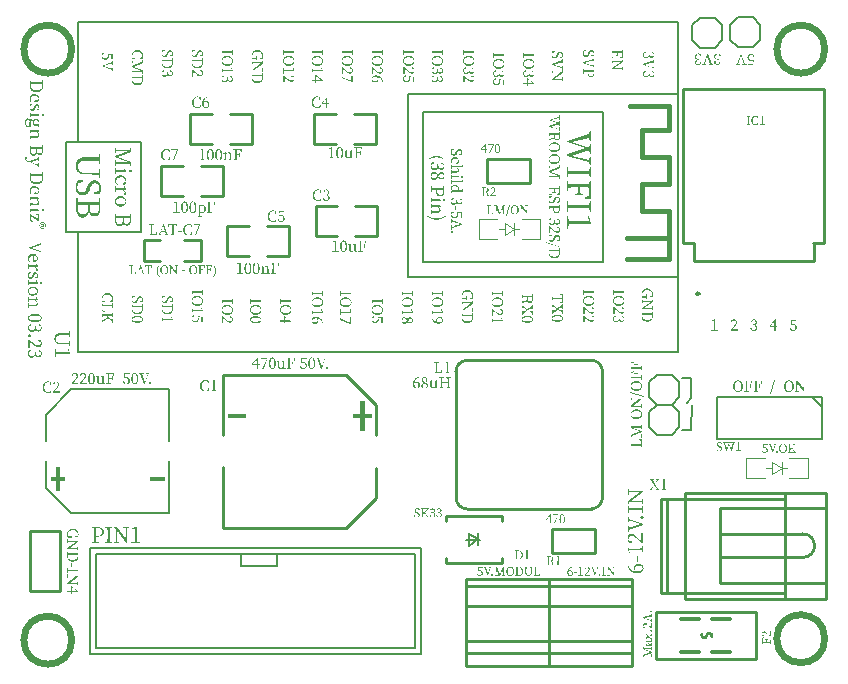
<source format=gto>
G04 Layer: TopSilkscreenLayer*
G04 EasyEDA v6.5.23, 2023-04-09 10:26:07*
G04 330b7c5f45e04ff093bb28af9a5d1234,10*
G04 Gerber Generator version 0.2*
G04 Scale: 100 percent, Rotated: No, Reflected: No *
G04 Dimensions in millimeters *
G04 leading zeros omitted , absolute positions ,4 integer and 5 decimal *
%FSLAX45Y45*%
%MOMM*%

%ADD10C,0.3000*%
%ADD11C,0.1500*%
%ADD12C,0.2500*%
%ADD13C,0.2540*%
%ADD14C,0.1000*%
%ADD15C,0.1016*%
%ADD16C,0.1524*%
%ADD17C,0.1270*%
%ADD18C,0.2032*%
%ADD19C,0.4000*%
%ADD20C,0.2000*%
%ADD21C,0.6000*%
%ADD22C,0.0113*%

%LPD*%
G36*
X215900Y5288534D02*
G01*
X215900Y5243830D01*
X222504Y5243830D01*
X222504Y5257038D01*
X245567Y5257241D01*
X304292Y5257241D01*
X321056Y5257038D01*
X321056Y5242560D01*
X320700Y5236464D01*
X319633Y5230825D01*
X317855Y5225643D01*
X315417Y5221020D01*
X312267Y5216855D01*
X308406Y5213248D01*
X303936Y5210098D01*
X298754Y5207558D01*
X292963Y5205577D01*
X286562Y5204104D01*
X279450Y5203240D01*
X271780Y5202936D01*
X264312Y5203240D01*
X257352Y5204104D01*
X251002Y5205577D01*
X245211Y5207609D01*
X240080Y5210200D01*
X235508Y5213400D01*
X231648Y5217109D01*
X228396Y5221376D01*
X225856Y5226202D01*
X223977Y5231536D01*
X222859Y5237429D01*
X222504Y5243830D01*
X215900Y5243830D01*
X216154Y5236667D01*
X216814Y5230825D01*
X217982Y5225186D01*
X219608Y5219852D01*
X221640Y5214823D01*
X224129Y5210098D01*
X227075Y5205730D01*
X230428Y5201767D01*
X234188Y5198160D01*
X238353Y5194960D01*
X242925Y5192217D01*
X247954Y5189931D01*
X253339Y5188102D01*
X259079Y5186730D01*
X265226Y5185918D01*
X271780Y5185664D01*
X278333Y5185918D01*
X284480Y5186680D01*
X290220Y5187848D01*
X295605Y5189524D01*
X300634Y5191658D01*
X305206Y5194198D01*
X309372Y5197144D01*
X313131Y5200497D01*
X316484Y5204256D01*
X319430Y5208371D01*
X321919Y5212791D01*
X323951Y5217617D01*
X325577Y5222697D01*
X326745Y5228082D01*
X327406Y5233822D01*
X327660Y5239766D01*
X327660Y5288534D01*
X321818Y5288534D01*
X320040Y5272786D01*
X297992Y5272582D01*
X240029Y5272582D01*
X223266Y5272786D01*
X221742Y5288534D01*
G37*
G36*
X255016Y5170170D02*
G01*
X248716Y5169865D01*
X242874Y5168950D01*
X237540Y5167426D01*
X232714Y5165394D01*
X228396Y5162804D01*
X224637Y5159756D01*
X221386Y5156250D01*
X218744Y5152237D01*
X216611Y5147868D01*
X215087Y5143144D01*
X214172Y5138013D01*
X213867Y5132578D01*
X214172Y5127244D01*
X215188Y5122316D01*
X216763Y5117744D01*
X218897Y5113578D01*
X221640Y5109819D01*
X224891Y5106517D01*
X228650Y5103571D01*
X232917Y5101082D01*
X235204Y5104384D01*
X230174Y5108956D01*
X226364Y5114137D01*
X223875Y5120335D01*
X223012Y5127752D01*
X223520Y5133594D01*
X225094Y5138877D01*
X227736Y5143601D01*
X231343Y5147614D01*
X236067Y5150866D01*
X241757Y5153304D01*
X248513Y5154828D01*
X256286Y5155438D01*
X256133Y5123180D01*
X262128Y5123180D01*
X262636Y5155438D01*
X269544Y5154371D01*
X275386Y5152593D01*
X280263Y5150154D01*
X284175Y5147259D01*
X287121Y5143906D01*
X289204Y5140299D01*
X290423Y5136489D01*
X290830Y5132578D01*
X289255Y5125212D01*
X285089Y5119420D01*
X278942Y5115661D01*
X271526Y5114290D01*
X267716Y5114645D01*
X264718Y5115966D01*
X262788Y5118658D01*
X262128Y5123180D01*
X256133Y5123180D01*
X256032Y5101844D01*
X260146Y5100929D01*
X265430Y5100574D01*
X272389Y5101183D01*
X278638Y5102961D01*
X284073Y5105755D01*
X288645Y5109514D01*
X292303Y5114137D01*
X294944Y5119420D01*
X296621Y5125364D01*
X297180Y5131816D01*
X296824Y5136896D01*
X295859Y5141823D01*
X294182Y5146497D01*
X291947Y5150916D01*
X289102Y5154980D01*
X285699Y5158689D01*
X281787Y5161991D01*
X277368Y5164785D01*
X272440Y5167071D01*
X267055Y5168747D01*
X261213Y5169814D01*
G37*
G36*
X238252Y5084572D02*
G01*
X219964Y5084318D01*
X217271Y5078323D01*
X215392Y5072329D01*
X214223Y5066030D01*
X213867Y5059172D01*
X214375Y5051755D01*
X215747Y5045252D01*
X217982Y5039715D01*
X220929Y5035143D01*
X224434Y5031536D01*
X228447Y5028996D01*
X232816Y5027422D01*
X237490Y5026914D01*
X241350Y5027218D01*
X244957Y5028184D01*
X248259Y5029809D01*
X251358Y5032146D01*
X254254Y5035296D01*
X256895Y5039258D01*
X259334Y5044033D01*
X261620Y5049774D01*
X263652Y5055616D01*
X266750Y5062728D01*
X269900Y5067554D01*
X273710Y5070246D01*
X278638Y5071110D01*
X283565Y5070094D01*
X287375Y5066995D01*
X289915Y5061915D01*
X290830Y5054854D01*
X290626Y5051806D01*
X289966Y5048758D01*
X287782Y5042662D01*
X273558Y5039614D01*
X273558Y5031994D01*
X290322Y5031486D01*
X293319Y5036972D01*
X295452Y5042509D01*
X296773Y5048402D01*
X297180Y5054854D01*
X296672Y5061508D01*
X295300Y5067300D01*
X293065Y5072278D01*
X290220Y5076393D01*
X286715Y5079593D01*
X282803Y5081930D01*
X278536Y5083352D01*
X274066Y5083810D01*
X266344Y5082387D01*
X260197Y5078323D01*
X255320Y5071922D01*
X251460Y5063490D01*
X248920Y5055616D01*
X245719Y5048605D01*
X242366Y5043779D01*
X238455Y5040985D01*
X233679Y5040122D01*
X228142Y5041290D01*
X223875Y5044795D01*
X221183Y5050840D01*
X220217Y5059426D01*
X220370Y5063236D01*
X220827Y5066741D01*
X221742Y5070043D01*
X223012Y5073142D01*
X238252Y5076698D01*
G37*
G36*
X283210Y5015484D02*
G01*
X281940Y5002022D01*
X271576Y5001564D01*
X223012Y5001768D01*
X220979Y5014468D01*
X215900Y5014468D01*
X215900Y4976114D01*
X220979Y4976114D01*
X223012Y4987544D01*
X237185Y4987747D01*
X273304Y4987798D01*
X295656Y4987544D01*
X297180Y4989830D01*
X288036Y5015484D01*
G37*
G36*
X326644Y5005832D02*
G01*
X322529Y5004968D01*
X319227Y5002631D01*
X317042Y4999177D01*
X316230Y4994910D01*
X317042Y4990795D01*
X319227Y4987391D01*
X322529Y4985105D01*
X326644Y4984242D01*
X330809Y4985105D01*
X334010Y4987391D01*
X336092Y4990795D01*
X336804Y4994910D01*
X336092Y4999177D01*
X334010Y5002631D01*
X330809Y5004968D01*
G37*
G36*
X196596Y4964430D02*
G01*
X192227Y4963922D01*
X188214Y4962398D01*
X184708Y4959858D01*
X181762Y4956200D01*
X179324Y4951374D01*
X177546Y4945380D01*
X176428Y4938115D01*
X176022Y4929632D01*
X182626Y4929632D01*
X183591Y4938623D01*
X186588Y4945481D01*
X191617Y4949901D01*
X198882Y4951476D01*
X202996Y4951069D01*
X206756Y4949850D01*
X210312Y4947716D01*
X213867Y4944618D01*
X213614Y4936490D01*
X213614Y4917186D01*
X212598Y4909566D01*
X209753Y4904435D01*
X205486Y4901590D01*
X200152Y4900676D01*
X196545Y4901133D01*
X193243Y4902504D01*
X190246Y4904790D01*
X187655Y4907991D01*
X185572Y4912106D01*
X183946Y4917084D01*
X182981Y4922926D01*
X182626Y4929632D01*
X176022Y4929632D01*
X176682Y4920081D01*
X178460Y4911750D01*
X181305Y4904689D01*
X184962Y4898847D01*
X189280Y4894326D01*
X194106Y4891074D01*
X199339Y4889144D01*
X204724Y4888484D01*
X209397Y4888890D01*
X213614Y4890109D01*
X217220Y4892192D01*
X220217Y4895088D01*
X222605Y4898847D01*
X224383Y4903470D01*
X225450Y4909007D01*
X225806Y4915408D01*
X225806Y4937506D01*
X226314Y4942687D01*
X227838Y4945989D01*
X230327Y4947666D01*
X233679Y4948174D01*
X236474Y4947869D01*
X239115Y4947005D01*
X241808Y4945583D01*
X244602Y4943602D01*
X243586Y4940503D01*
X242874Y4937302D01*
X242327Y4930648D01*
X248158Y4930648D01*
X249732Y4937658D01*
X254101Y4942941D01*
X260908Y4946243D01*
X269748Y4947412D01*
X278638Y4946192D01*
X285546Y4942789D01*
X290017Y4937353D01*
X291592Y4930140D01*
X290017Y4923180D01*
X285597Y4917998D01*
X278841Y4914747D01*
X270256Y4913630D01*
X261315Y4914798D01*
X254355Y4918151D01*
X249783Y4923485D01*
X248158Y4930648D01*
X242327Y4930648D01*
X242773Y4924044D01*
X244195Y4918252D01*
X246430Y4913122D01*
X249580Y4908702D01*
X253542Y4905095D01*
X258267Y4902403D01*
X263804Y4900726D01*
X270002Y4900168D01*
X274574Y4900472D01*
X278790Y4901387D01*
X282600Y4902860D01*
X286004Y4904740D01*
X285496Y4887722D01*
X295402Y4887722D01*
X297180Y4890262D01*
X290830Y4909312D01*
X293624Y4913528D01*
X295605Y4918506D01*
X296773Y4924145D01*
X297180Y4930394D01*
X296722Y4936693D01*
X295351Y4942484D01*
X293116Y4947564D01*
X290068Y4951933D01*
X286207Y4955489D01*
X281533Y4958130D01*
X276148Y4959807D01*
X270002Y4960366D01*
X262178Y4959502D01*
X255625Y4956962D01*
X250342Y4952949D01*
X246379Y4947666D01*
X240893Y4953000D01*
X236169Y4956505D01*
X231902Y4958486D01*
X227838Y4959096D01*
X223469Y4958334D01*
X219862Y4956200D01*
X216966Y4952796D01*
X214884Y4948174D01*
X210667Y4955743D01*
X206298Y4960772D01*
X201676Y4963566D01*
G37*
G36*
X282956Y4878324D02*
G01*
X281686Y4865116D01*
X259588Y4864608D01*
X223012Y4864862D01*
X220979Y4877308D01*
X215900Y4877308D01*
X215900Y4838954D01*
X220979Y4838954D01*
X223012Y4850384D01*
X237185Y4850587D01*
X275590Y4850638D01*
X280670Y4844440D01*
X284124Y4838598D01*
X286105Y4833010D01*
X286766Y4827524D01*
X285750Y4821174D01*
X282295Y4816805D01*
X276047Y4814366D01*
X266446Y4813554D01*
X223012Y4813808D01*
X220979Y4826254D01*
X215900Y4826254D01*
X215900Y4787900D01*
X220979Y4787900D01*
X223012Y4799584D01*
X266954Y4799838D01*
X274472Y4800193D01*
X280771Y4801158D01*
X286004Y4802835D01*
X290169Y4805172D01*
X293319Y4808169D01*
X295503Y4811826D01*
X296773Y4816195D01*
X297180Y4821174D01*
X296113Y4829048D01*
X293065Y4836922D01*
X288290Y4844389D01*
X281940Y4851146D01*
X295656Y4852670D01*
X297180Y4854956D01*
X288036Y4878324D01*
G37*
G36*
X215900Y4736338D02*
G01*
X215900Y4693920D01*
X222504Y4693920D01*
X222504Y4704842D01*
X293725Y4705096D01*
X321056Y4704842D01*
X321056Y4693158D01*
X320751Y4687011D01*
X319836Y4681677D01*
X318262Y4677156D01*
X316026Y4673498D01*
X313131Y4670653D01*
X309473Y4668621D01*
X305104Y4667402D01*
X299974Y4666996D01*
X294487Y4667453D01*
X289763Y4668723D01*
X285800Y4670958D01*
X282651Y4674108D01*
X280212Y4678222D01*
X278485Y4683302D01*
X277469Y4689348D01*
X277114Y4696460D01*
X277114Y4705096D01*
X270256Y4705096D01*
X270256Y4695698D01*
X269900Y4687570D01*
X268732Y4680661D01*
X266852Y4674920D01*
X264210Y4670298D01*
X260807Y4666792D01*
X256641Y4664354D01*
X251764Y4662881D01*
X246125Y4662424D01*
X240741Y4662932D01*
X236016Y4664405D01*
X231952Y4666894D01*
X228600Y4670348D01*
X225958Y4674819D01*
X224028Y4680204D01*
X222910Y4686604D01*
X222504Y4693920D01*
X215900Y4693920D01*
X216204Y4683099D01*
X217119Y4676343D01*
X218541Y4670298D01*
X220421Y4665065D01*
X222758Y4660493D01*
X225450Y4656632D01*
X228447Y4653381D01*
X231698Y4650841D01*
X235204Y4648860D01*
X238810Y4647488D01*
X242570Y4646676D01*
X246379Y4646422D01*
X251358Y4646879D01*
X256082Y4648301D01*
X260400Y4650689D01*
X264261Y4654092D01*
X267665Y4658563D01*
X270510Y4664100D01*
X272745Y4670806D01*
X274320Y4678680D01*
X276047Y4672126D01*
X278384Y4666640D01*
X281178Y4662068D01*
X284429Y4658410D01*
X288086Y4655667D01*
X291998Y4653737D01*
X296164Y4652619D01*
X300482Y4652264D01*
X306171Y4652822D01*
X311353Y4654600D01*
X316026Y4657445D01*
X319989Y4661458D01*
X323189Y4666589D01*
X325628Y4672838D01*
X327152Y4680153D01*
X327660Y4688586D01*
X327660Y4736338D01*
X321818Y4736338D01*
X320040Y4720844D01*
X298145Y4720386D01*
X240029Y4720437D01*
X223266Y4720844D01*
X221742Y4736338D01*
G37*
G36*
X184912Y4641088D02*
G01*
X180543Y4639868D01*
X177190Y4636566D01*
X175006Y4631740D01*
X174244Y4626102D01*
X174802Y4621631D01*
X176479Y4617262D01*
X179374Y4612995D01*
X183540Y4608880D01*
X189026Y4604766D01*
X195884Y4600702D01*
X204216Y4596638D01*
X214121Y4592574D01*
X288290Y4564634D01*
X289814Y4555236D01*
X294894Y4555236D01*
X294894Y4587494D01*
X289814Y4587494D01*
X288036Y4572508D01*
X228854Y4593590D01*
X288290Y4615434D01*
X289814Y4600956D01*
X294894Y4600956D01*
X294894Y4640580D01*
X289814Y4640580D01*
X288544Y4631182D01*
X211074Y4599940D01*
X201930Y4603800D01*
X195224Y4607509D01*
X189331Y4611827D01*
X184404Y4616958D01*
X188315Y4621276D01*
X190246Y4624120D01*
X191363Y4627067D01*
X191770Y4630420D01*
X191363Y4633976D01*
X190042Y4637176D01*
X187909Y4639665D01*
G37*
G36*
X215900Y4509008D02*
G01*
X215900Y4464304D01*
X222504Y4464304D01*
X222504Y4477512D01*
X245567Y4477715D01*
X304292Y4477715D01*
X321056Y4477512D01*
X321056Y4463034D01*
X320700Y4456938D01*
X319633Y4451299D01*
X317855Y4446117D01*
X315417Y4441494D01*
X312267Y4437329D01*
X308406Y4433722D01*
X303936Y4430572D01*
X298754Y4428032D01*
X292963Y4426051D01*
X286562Y4424578D01*
X279450Y4423714D01*
X271780Y4423410D01*
X264312Y4423714D01*
X257352Y4424578D01*
X251002Y4426051D01*
X245211Y4428083D01*
X240080Y4430674D01*
X235508Y4433874D01*
X231648Y4437583D01*
X228396Y4441850D01*
X225856Y4446676D01*
X223977Y4452010D01*
X222859Y4457903D01*
X222504Y4464304D01*
X215900Y4464304D01*
X216154Y4457141D01*
X216814Y4451299D01*
X217982Y4445660D01*
X219608Y4440326D01*
X221640Y4435297D01*
X224129Y4430572D01*
X227075Y4426204D01*
X230428Y4422241D01*
X234188Y4418634D01*
X238353Y4415434D01*
X242925Y4412691D01*
X247954Y4410405D01*
X253339Y4408576D01*
X259079Y4407204D01*
X265226Y4406392D01*
X271780Y4406138D01*
X278333Y4406392D01*
X284480Y4407154D01*
X290220Y4408322D01*
X295605Y4409998D01*
X300634Y4412132D01*
X305206Y4414672D01*
X309372Y4417618D01*
X313131Y4420971D01*
X316484Y4424730D01*
X319430Y4428845D01*
X321919Y4433265D01*
X323951Y4438091D01*
X325577Y4443171D01*
X326745Y4448556D01*
X327406Y4454296D01*
X327660Y4460240D01*
X327660Y4509008D01*
X321818Y4509008D01*
X320040Y4493260D01*
X297992Y4493056D01*
X240029Y4493056D01*
X223266Y4493260D01*
X221742Y4509008D01*
G37*
G36*
X255016Y4390644D02*
G01*
X248716Y4390339D01*
X242874Y4389424D01*
X237540Y4387900D01*
X232714Y4385868D01*
X228396Y4383278D01*
X224637Y4380230D01*
X221386Y4376724D01*
X218744Y4372711D01*
X216611Y4368342D01*
X215087Y4363618D01*
X214172Y4358487D01*
X213867Y4353052D01*
X214172Y4347718D01*
X215188Y4342790D01*
X216763Y4338218D01*
X218897Y4334052D01*
X221640Y4330293D01*
X224891Y4326991D01*
X228650Y4324045D01*
X232917Y4321556D01*
X235204Y4324858D01*
X230174Y4329430D01*
X226364Y4334662D01*
X223875Y4340809D01*
X223012Y4348226D01*
X223520Y4354068D01*
X225094Y4359351D01*
X227736Y4364075D01*
X231343Y4368088D01*
X236067Y4371340D01*
X241757Y4373778D01*
X248513Y4375302D01*
X256286Y4375912D01*
X256133Y4343654D01*
X262128Y4343654D01*
X262636Y4375912D01*
X269544Y4374845D01*
X275386Y4373067D01*
X280263Y4370628D01*
X284175Y4367733D01*
X287121Y4364380D01*
X289204Y4360773D01*
X290423Y4356963D01*
X290830Y4353052D01*
X289255Y4345686D01*
X285089Y4339894D01*
X278942Y4336135D01*
X271526Y4334764D01*
X267716Y4335119D01*
X264718Y4336440D01*
X262788Y4339132D01*
X262128Y4343654D01*
X256133Y4343654D01*
X256032Y4322318D01*
X260146Y4321403D01*
X265430Y4321048D01*
X272389Y4321657D01*
X278638Y4323435D01*
X284073Y4326229D01*
X288645Y4329988D01*
X292303Y4334611D01*
X294944Y4339894D01*
X296621Y4345838D01*
X297180Y4352290D01*
X296824Y4357370D01*
X295859Y4362297D01*
X294182Y4366971D01*
X291947Y4371390D01*
X289102Y4375454D01*
X285699Y4379163D01*
X281787Y4382465D01*
X277368Y4385259D01*
X272440Y4387545D01*
X267055Y4389221D01*
X261213Y4390288D01*
G37*
G36*
X282956Y4307840D02*
G01*
X281686Y4294378D01*
X271576Y4294174D01*
X223012Y4294378D01*
X220979Y4306570D01*
X215900Y4306570D01*
X215900Y4268216D01*
X220979Y4268216D01*
X223012Y4279900D01*
X275590Y4280154D01*
X280670Y4273905D01*
X284124Y4268114D01*
X286105Y4262424D01*
X286766Y4256786D01*
X285750Y4250588D01*
X282295Y4246321D01*
X276047Y4243832D01*
X266446Y4243070D01*
X223012Y4243324D01*
X220979Y4255516D01*
X215900Y4255516D01*
X215900Y4217162D01*
X220979Y4217162D01*
X223012Y4228846D01*
X250952Y4229354D01*
X266954Y4229354D01*
X274472Y4229709D01*
X280771Y4230674D01*
X286004Y4232351D01*
X290169Y4234688D01*
X293319Y4237685D01*
X295503Y4241342D01*
X296773Y4245711D01*
X297180Y4250690D01*
X296113Y4258462D01*
X293065Y4266234D01*
X288290Y4273753D01*
X281940Y4280662D01*
X295656Y4281932D01*
X297180Y4284218D01*
X288036Y4307840D01*
G37*
G36*
X283210Y4207256D02*
G01*
X281940Y4193540D01*
X259842Y4193032D01*
X223012Y4193540D01*
X220979Y4206240D01*
X215900Y4206240D01*
X215900Y4167886D01*
X220979Y4167886D01*
X223012Y4179315D01*
X250952Y4179570D01*
X295656Y4179315D01*
X297180Y4181601D01*
X288036Y4207256D01*
G37*
G36*
X326644Y4197350D02*
G01*
X322529Y4196537D01*
X319227Y4194301D01*
X317042Y4190898D01*
X316230Y4186682D01*
X317042Y4182567D01*
X319227Y4179163D01*
X322529Y4176877D01*
X326644Y4176014D01*
X330809Y4176877D01*
X334010Y4179163D01*
X336092Y4182567D01*
X336804Y4186682D01*
X336092Y4190898D01*
X334010Y4194301D01*
X330809Y4196537D01*
G37*
G36*
X215900Y4156710D02*
G01*
X215900Y4091686D01*
X242824Y4090162D01*
X242824Y4097528D01*
X222250Y4102862D01*
X222250Y4140454D01*
X289814Y4092448D01*
X294894Y4092448D01*
X294894Y4154678D01*
X270510Y4155694D01*
X270002Y4148582D01*
X288798Y4143501D01*
X288798Y4108450D01*
X221234Y4156710D01*
G37*
G36*
X325628Y4085336D02*
G01*
X319582Y4084777D01*
X314147Y4083151D01*
X309473Y4080560D01*
X305511Y4077157D01*
X302412Y4073042D01*
X300075Y4068318D01*
X298653Y4063034D01*
X298196Y4057396D01*
X302006Y4057396D01*
X302412Y4062069D01*
X303682Y4066387D01*
X305714Y4070350D01*
X308508Y4073855D01*
X311912Y4076700D01*
X315925Y4078884D01*
X320548Y4080256D01*
X325628Y4080764D01*
X330809Y4080256D01*
X335381Y4078884D01*
X339394Y4076700D01*
X342747Y4073855D01*
X345440Y4070350D01*
X347370Y4066387D01*
X348589Y4062069D01*
X348996Y4057396D01*
X348589Y4052722D01*
X347370Y4048404D01*
X345440Y4044442D01*
X342747Y4040936D01*
X339394Y4038092D01*
X335381Y4035907D01*
X330809Y4034536D01*
X325628Y4034028D01*
X320548Y4034536D01*
X315925Y4035907D01*
X311912Y4038092D01*
X308508Y4040936D01*
X305714Y4044442D01*
X303682Y4048404D01*
X302412Y4052722D01*
X302006Y4057396D01*
X298196Y4057396D01*
X298653Y4051909D01*
X300075Y4046728D01*
X302412Y4042054D01*
X305511Y4037939D01*
X309473Y4034536D01*
X314147Y4031945D01*
X319582Y4030268D01*
X325628Y4029710D01*
X331673Y4030319D01*
X337108Y4031945D01*
X341782Y4034586D01*
X345744Y4038041D01*
X348843Y4042156D01*
X351180Y4046829D01*
X352602Y4051960D01*
X353060Y4057396D01*
X352602Y4062831D01*
X351180Y4067962D01*
X348843Y4072686D01*
X345744Y4076903D01*
X341782Y4080357D01*
X337108Y4083050D01*
X331673Y4084726D01*
G37*
G36*
X312420Y4070096D02*
G01*
X312420Y4056379D01*
X314198Y4056379D01*
X314706Y4060190D01*
X338074Y4060190D01*
X338074Y4058412D01*
X337718Y4055821D01*
X336753Y4054094D01*
X335076Y4053128D01*
X332740Y4052824D01*
X330555Y4053128D01*
X328676Y4054094D01*
X327406Y4055821D01*
X326898Y4058412D01*
X326898Y4060190D01*
X324612Y4060190D01*
X324408Y4056430D01*
X323799Y4055008D01*
X322783Y4054043D01*
X315214Y4052315D01*
X313486Y4051706D01*
X312369Y4050588D01*
X311810Y4048912D01*
X311708Y4045813D01*
X312420Y4042664D01*
X314198Y4042664D01*
X314706Y4046220D01*
X320294Y4047490D01*
X322478Y4048251D01*
X324154Y4049623D01*
X325272Y4051503D01*
X325882Y4053840D01*
X327101Y4050588D01*
X328777Y4048404D01*
X330758Y4047134D01*
X332994Y4046728D01*
X335991Y4047439D01*
X338277Y4049471D01*
X339801Y4052722D01*
X340360Y4057142D01*
X340360Y4070096D01*
X338074Y4070096D01*
X337820Y4066286D01*
X314706Y4066286D01*
X314198Y4070096D01*
G37*
G36*
X4957673Y4855210D02*
G01*
X4954879Y4830064D01*
X4761331Y4774692D01*
X4761331Y4761992D01*
X4923637Y4711446D01*
X4761331Y4658360D01*
X4761331Y4645406D01*
X4954371Y4593336D01*
X4957673Y4567174D01*
X4968341Y4567174D01*
X4968341Y4636770D01*
X4957673Y4636770D01*
X4953863Y4608068D01*
X4806289Y4647438D01*
X4954117Y4694174D01*
X4957673Y4662932D01*
X4968341Y4662932D01*
X4968341Y4745228D01*
X4957673Y4745228D01*
X4954371Y4714494D01*
X4807051Y4761738D01*
X4954371Y4801362D01*
X4957673Y4772660D01*
X4968341Y4772660D01*
X4968341Y4855210D01*
G37*
G36*
X4763109Y4550156D02*
G01*
X4763109Y4463796D01*
X4773777Y4463796D01*
X4777079Y4492244D01*
X4824323Y4492955D01*
X4900726Y4492955D01*
X4941316Y4492548D01*
X4954625Y4492244D01*
X4957673Y4463796D01*
X4968341Y4463796D01*
X4968341Y4550156D01*
X4957673Y4550156D01*
X4954625Y4521454D01*
X4927803Y4521098D01*
X4824018Y4520946D01*
X4776825Y4521454D01*
X4773777Y4550156D01*
G37*
G36*
X4763109Y4436364D02*
G01*
X4763109Y4349496D01*
X4773777Y4349496D01*
X4777079Y4378706D01*
X4818075Y4379163D01*
X4861407Y4379214D01*
X4861407Y4330700D01*
X4829657Y4326890D01*
X4829657Y4313936D01*
X4904079Y4313936D01*
X4904079Y4326890D01*
X4873853Y4330700D01*
X4873853Y4379214D01*
X4934966Y4379010D01*
X4954879Y4378706D01*
X4954879Y4305554D01*
X4914493Y4297426D01*
X4914493Y4282440D01*
X4968341Y4283964D01*
X4968341Y4436364D01*
X4957673Y4436364D01*
X4954625Y4407916D01*
X4921046Y4407306D01*
X4830826Y4407154D01*
X4790287Y4407560D01*
X4776825Y4407916D01*
X4773777Y4436364D01*
G37*
G36*
X4763109Y4261612D02*
G01*
X4763109Y4175506D01*
X4773777Y4175506D01*
X4777079Y4203954D01*
X4797298Y4204258D01*
X4893868Y4204462D01*
X4927904Y4204309D01*
X4954625Y4203954D01*
X4957673Y4175506D01*
X4968341Y4175506D01*
X4968341Y4261612D01*
X4957673Y4261612D01*
X4954625Y4233164D01*
X4921046Y4232554D01*
X4830826Y4232402D01*
X4790287Y4232808D01*
X4776825Y4233164D01*
X4773777Y4261612D01*
G37*
G36*
X4763109Y4138676D02*
G01*
X4763109Y4025646D01*
X4772761Y4025646D01*
X4778857Y4068826D01*
X4821783Y4069334D01*
X4924145Y4069334D01*
X4968341Y4068064D01*
X4971643Y4072382D01*
X4954879Y4135374D01*
X4944465Y4135374D01*
X4948275Y4094479D01*
X4821783Y4094479D01*
X4778857Y4094987D01*
X4772761Y4138676D01*
G37*
G36*
X6178854Y3262731D02*
G01*
X6173724Y3262376D01*
X6168847Y3261410D01*
X6164376Y3259785D01*
X6160312Y3257499D01*
X6156858Y3254552D01*
X6154064Y3250946D01*
X6152083Y3246628D01*
X6150914Y3241649D01*
X6152083Y3239871D01*
X6153658Y3238500D01*
X6155486Y3237636D01*
X6157518Y3237331D01*
X6160008Y3237788D01*
X6162090Y3239363D01*
X6163818Y3242106D01*
X6165138Y3246221D01*
X6167932Y3256381D01*
X6175552Y3257397D01*
X6182614Y3255975D01*
X6187998Y3251911D01*
X6191402Y3245612D01*
X6192570Y3237331D01*
X6192266Y3233166D01*
X6191402Y3229000D01*
X6189827Y3224733D01*
X6187694Y3220364D01*
X6184900Y3215843D01*
X6181445Y3210966D01*
X6177330Y3205784D01*
X6151422Y3176371D01*
X6151422Y3167735D01*
X6208572Y3167735D01*
X6208572Y3178657D01*
X6160312Y3178657D01*
X6184036Y3202990D01*
X6189980Y3209594D01*
X6194806Y3215335D01*
X6198616Y3220466D01*
X6201410Y3225088D01*
X6203340Y3229457D01*
X6204407Y3233724D01*
X6204762Y3238093D01*
X6204407Y3243275D01*
X6203238Y3248050D01*
X6201257Y3252215D01*
X6198463Y3255822D01*
X6194856Y3258718D01*
X6190437Y3260902D01*
X6185103Y3262223D01*
G37*
G36*
X6346494Y3262731D02*
G01*
X6337452Y3261614D01*
X6329730Y3258261D01*
X6323939Y3252622D01*
X6320586Y3244697D01*
X6321755Y3242411D01*
X6323177Y3240938D01*
X6324955Y3240125D01*
X6326936Y3239871D01*
X6329883Y3240379D01*
X6332016Y3241954D01*
X6333591Y3244646D01*
X6337096Y3256381D01*
X6340754Y3257143D01*
X6343954Y3257397D01*
X6351270Y3256178D01*
X6356705Y3252724D01*
X6360058Y3247085D01*
X6361226Y3239363D01*
X6359804Y3231032D01*
X6355740Y3224885D01*
X6349339Y3221075D01*
X6340906Y3219805D01*
X6335318Y3219805D01*
X6335318Y3213709D01*
X6341922Y3213709D01*
X6347002Y3213303D01*
X6351422Y3212236D01*
X6355130Y3210407D01*
X6358178Y3208020D01*
X6360515Y3204972D01*
X6362192Y3201365D01*
X6363208Y3197250D01*
X6363512Y3192627D01*
X6362141Y3184042D01*
X6358077Y3177286D01*
X6351524Y3172866D01*
X6342684Y3171291D01*
X6338722Y3171494D01*
X6334556Y3172307D01*
X6331051Y3184753D01*
X6329527Y3187496D01*
X6327444Y3189071D01*
X6324650Y3189579D01*
X6322669Y3189325D01*
X6320891Y3188563D01*
X6319316Y3187192D01*
X6318046Y3185261D01*
X6319367Y3180537D01*
X6321348Y3176524D01*
X6323939Y3173222D01*
X6327089Y3170529D01*
X6330797Y3168497D01*
X6335014Y3167075D01*
X6339687Y3166211D01*
X6344716Y3165957D01*
X6351371Y3166465D01*
X6357416Y3167938D01*
X6362700Y3170275D01*
X6367170Y3173425D01*
X6370777Y3177286D01*
X6373469Y3181807D01*
X6375146Y3186836D01*
X6375704Y3192373D01*
X6375400Y3196844D01*
X6374384Y3201009D01*
X6372656Y3204819D01*
X6370218Y3208172D01*
X6367068Y3211068D01*
X6363157Y3213506D01*
X6358534Y3215386D01*
X6353098Y3216757D01*
X6361582Y3220618D01*
X6367780Y3225901D01*
X6371590Y3232404D01*
X6372910Y3239871D01*
X6372453Y3244748D01*
X6371082Y3249218D01*
X6368846Y3253130D01*
X6365798Y3256432D01*
X6361988Y3259074D01*
X6357518Y3261055D01*
X6352286Y3262274D01*
G37*
G36*
X6018072Y3262223D02*
G01*
X5989370Y3254857D01*
X5989370Y3250031D01*
X6007912Y3251555D01*
X6007658Y3174847D01*
X5987846Y3172053D01*
X5987846Y3167735D01*
X6039154Y3167735D01*
X6039154Y3172053D01*
X6019596Y3174847D01*
X6019342Y3191510D01*
X6019342Y3240633D01*
X6019850Y3260699D01*
G37*
G36*
X6524040Y3262223D02*
G01*
X6483783Y3204819D01*
X6490004Y3204819D01*
X6520738Y3249015D01*
X6520738Y3204819D01*
X6483783Y3204819D01*
X6482892Y3203549D01*
X6482892Y3196691D01*
X6520738Y3196691D01*
X6520738Y3167735D01*
X6531914Y3167735D01*
X6531914Y3196691D01*
X6546646Y3196691D01*
X6546646Y3204819D01*
X6531914Y3204819D01*
X6531914Y3262223D01*
G37*
G36*
X6662216Y3260699D02*
G01*
X6659168Y3217265D01*
X6662724Y3216249D01*
X6669582Y3217824D01*
X6676186Y3218281D01*
X6680911Y3217875D01*
X6685178Y3216706D01*
X6688937Y3214827D01*
X6692087Y3212236D01*
X6694627Y3208985D01*
X6696506Y3205073D01*
X6697624Y3200552D01*
X6698030Y3195421D01*
X6697675Y3190138D01*
X6696659Y3185414D01*
X6694931Y3181299D01*
X6692544Y3177794D01*
X6689547Y3175000D01*
X6685940Y3172968D01*
X6681724Y3171698D01*
X6676948Y3171291D01*
X6672529Y3171596D01*
X6668058Y3172561D01*
X6664553Y3185058D01*
X6663029Y3187700D01*
X6661048Y3189122D01*
X6658406Y3189579D01*
X6656222Y3189274D01*
X6654342Y3188462D01*
X6652869Y3187090D01*
X6651802Y3185261D01*
X6653123Y3180689D01*
X6655053Y3176778D01*
X6657492Y3173425D01*
X6660489Y3170732D01*
X6663994Y3168650D01*
X6668058Y3167126D01*
X6672630Y3166211D01*
X6677710Y3165957D01*
X6684721Y3166516D01*
X6691071Y3168142D01*
X6696608Y3170732D01*
X6701332Y3174339D01*
X6705092Y3178759D01*
X6707886Y3183940D01*
X6709664Y3189833D01*
X6710222Y3196437D01*
X6709664Y3202990D01*
X6707987Y3208782D01*
X6705346Y3213811D01*
X6701739Y3217976D01*
X6697319Y3221278D01*
X6692138Y3223666D01*
X6686245Y3225139D01*
X6679742Y3225647D01*
X6676085Y3225546D01*
X6672580Y3225190D01*
X6665772Y3223615D01*
X6667550Y3250031D01*
X6707682Y3250031D01*
X6707682Y3260699D01*
G37*
G36*
X5279898Y1825243D02*
G01*
X5279898Y1779270D01*
X5286756Y1779270D01*
X5289042Y1800098D01*
X5379466Y1800352D01*
X5279898Y1728470D01*
X5279898Y1698498D01*
X5286756Y1698498D01*
X5288280Y1712214D01*
X5290820Y1714246D01*
X5401056Y1713738D01*
X5403342Y1697482D01*
X5410200Y1697482D01*
X5410200Y1743456D01*
X5403342Y1743456D01*
X5400802Y1722628D01*
X5302250Y1722374D01*
X5411470Y1801875D01*
X5411470Y1808734D01*
X5289042Y1808988D01*
X5286756Y1825243D01*
G37*
G36*
X5279898Y1681225D02*
G01*
X5279898Y1626616D01*
X5286756Y1626616D01*
X5288534Y1644650D01*
X5307787Y1645056D01*
X5362956Y1645157D01*
X5388762Y1644954D01*
X5401564Y1644650D01*
X5403342Y1626616D01*
X5410200Y1626616D01*
X5410200Y1681225D01*
X5403342Y1681225D01*
X5401310Y1663192D01*
X5375656Y1662988D01*
X5307787Y1662988D01*
X5288534Y1663192D01*
X5286756Y1681225D01*
G37*
G36*
X5399786Y1601724D02*
G01*
X5394452Y1600708D01*
X5390184Y1597863D01*
X5387340Y1593697D01*
X5386324Y1588516D01*
X5387340Y1583334D01*
X5390184Y1579168D01*
X5394452Y1576324D01*
X5399786Y1575308D01*
X5404713Y1576324D01*
X5408828Y1579168D01*
X5411673Y1583334D01*
X5412740Y1588516D01*
X5411673Y1593697D01*
X5408828Y1597863D01*
X5404713Y1600708D01*
G37*
G36*
X5279898Y1587500D02*
G01*
X5279898Y1542796D01*
X5287264Y1542796D01*
X5289042Y1560830D01*
X5386832Y1529080D01*
X5289042Y1495044D01*
X5287264Y1514094D01*
X5279898Y1514094D01*
X5279898Y1461262D01*
X5286756Y1461262D01*
X5288280Y1475994D01*
X5411470Y1521460D01*
X5411470Y1529588D01*
X5288788Y1570482D01*
X5286502Y1587500D01*
G37*
G36*
X5395214Y1450594D02*
G01*
X5395214Y1383030D01*
X5357622Y1419199D01*
X5346192Y1429258D01*
X5341213Y1433271D01*
X5336540Y1436674D01*
X5332171Y1439418D01*
X5327954Y1441602D01*
X5323890Y1443228D01*
X5319877Y1444396D01*
X5315813Y1445056D01*
X5311648Y1445260D01*
X5306720Y1445006D01*
X5302046Y1444294D01*
X5297678Y1443126D01*
X5293664Y1441450D01*
X5290007Y1439214D01*
X5286756Y1436522D01*
X5283911Y1433271D01*
X5281523Y1429512D01*
X5279644Y1425194D01*
X5278272Y1420368D01*
X5277408Y1414932D01*
X5277104Y1408938D01*
X5277561Y1401826D01*
X5278932Y1395018D01*
X5281269Y1388770D01*
X5284520Y1383080D01*
X5288635Y1378204D01*
X5293715Y1374292D01*
X5299659Y1371447D01*
X5306568Y1369822D01*
X5309108Y1371549D01*
X5311038Y1373733D01*
X5312257Y1376324D01*
X5312664Y1379220D01*
X5312003Y1382725D01*
X5309870Y1385620D01*
X5306009Y1387957D01*
X5300218Y1389888D01*
X5285994Y1393698D01*
X5285181Y1399590D01*
X5284978Y1404366D01*
X5285486Y1409547D01*
X5286959Y1414221D01*
X5289296Y1418285D01*
X5292547Y1421739D01*
X5296509Y1424482D01*
X5301284Y1426565D01*
X5306669Y1427784D01*
X5312664Y1428242D01*
X5318455Y1427835D01*
X5324246Y1426565D01*
X5330190Y1424432D01*
X5336336Y1421434D01*
X5342737Y1417523D01*
X5349544Y1412697D01*
X5356860Y1406956D01*
X5376418Y1389938D01*
X5398008Y1370584D01*
X5410200Y1370584D01*
X5410200Y1450594D01*
G37*
G36*
X5404104Y1350010D02*
G01*
X5400294Y1322578D01*
X5369052Y1322070D01*
X5308092Y1322070D01*
X5279898Y1322832D01*
X5277866Y1320292D01*
X5288280Y1280160D01*
X5295138Y1280160D01*
X5292598Y1306068D01*
X5384647Y1306017D01*
X5400294Y1305814D01*
X5404104Y1278128D01*
X5410200Y1278128D01*
X5410200Y1350010D01*
G37*
G36*
X5355590Y1255776D02*
G01*
X5355590Y1210310D01*
X5367020Y1210310D01*
X5367020Y1255776D01*
G37*
G36*
X5369560Y1194562D02*
G01*
X5363819Y1194257D01*
X5358434Y1193444D01*
X5353456Y1192022D01*
X5348935Y1190142D01*
X5344820Y1187754D01*
X5341162Y1184910D01*
X5337962Y1181608D01*
X5335320Y1177899D01*
X5333238Y1173784D01*
X5331714Y1169263D01*
X5330748Y1164437D01*
X5330444Y1159256D01*
X5330917Y1154938D01*
X5341112Y1154938D01*
X5341569Y1159865D01*
X5342940Y1164336D01*
X5345328Y1168298D01*
X5348681Y1171651D01*
X5353050Y1174343D01*
X5358485Y1176375D01*
X5364988Y1177594D01*
X5372608Y1178052D01*
X5380278Y1177594D01*
X5386882Y1176375D01*
X5392470Y1174394D01*
X5397042Y1171702D01*
X5400598Y1168400D01*
X5403088Y1164539D01*
X5404612Y1160221D01*
X5405120Y1155446D01*
X5404764Y1151585D01*
X5403697Y1147978D01*
X5401919Y1144676D01*
X5399430Y1141679D01*
X5396280Y1138986D01*
X5392369Y1136599D01*
X5387797Y1134567D01*
X5382514Y1132890D01*
X5376519Y1131570D01*
X5369814Y1130554D01*
X5362397Y1129995D01*
X5350510Y1129792D01*
X5346141Y1135735D01*
X5343245Y1142085D01*
X5341620Y1148537D01*
X5341112Y1154938D01*
X5330917Y1154938D01*
X5331307Y1151382D01*
X5333796Y1143812D01*
X5337810Y1136751D01*
X5343398Y1130300D01*
X5337556Y1131112D01*
X5331917Y1132230D01*
X5326634Y1133754D01*
X5321604Y1135583D01*
X5316829Y1137818D01*
X5312308Y1140460D01*
X5308092Y1143457D01*
X5304129Y1146860D01*
X5300472Y1150620D01*
X5297068Y1154785D01*
X5293969Y1159408D01*
X5291124Y1164386D01*
X5288534Y1169822D01*
X5286197Y1175715D01*
X5284216Y1181963D01*
X5282438Y1188720D01*
X5277104Y1187704D01*
X5278170Y1180642D01*
X5279694Y1173886D01*
X5281523Y1167434D01*
X5283809Y1161389D01*
X5286400Y1155649D01*
X5289296Y1150213D01*
X5292598Y1145184D01*
X5296154Y1140460D01*
X5300014Y1136142D01*
X5304129Y1132128D01*
X5308498Y1128522D01*
X5313121Y1125270D01*
X5317998Y1122375D01*
X5323027Y1119835D01*
X5328310Y1117701D01*
X5333695Y1115923D01*
X5339283Y1114552D01*
X5345023Y1113586D01*
X5350865Y1112977D01*
X5356860Y1112774D01*
X5365343Y1113078D01*
X5373166Y1114094D01*
X5380380Y1115669D01*
X5386933Y1117904D01*
X5392775Y1120698D01*
X5397957Y1124051D01*
X5402376Y1127963D01*
X5406034Y1132382D01*
X5408930Y1137310D01*
X5411012Y1142746D01*
X5412282Y1148588D01*
X5412740Y1154938D01*
X5412435Y1160627D01*
X5411419Y1165961D01*
X5409844Y1170990D01*
X5407660Y1175613D01*
X5404815Y1179779D01*
X5401411Y1183487D01*
X5397449Y1186738D01*
X5392928Y1189482D01*
X5387898Y1191666D01*
X5382260Y1193241D01*
X5376164Y1194206D01*
G37*
G36*
X3788156Y4707128D02*
G01*
X3785311Y4701692D01*
X3782923Y4695190D01*
X3781348Y4687925D01*
X3780790Y4680204D01*
X3781247Y4673244D01*
X3782618Y4666945D01*
X3784803Y4661357D01*
X3787800Y4656582D01*
X3791610Y4652721D01*
X3796131Y4649825D01*
X3801313Y4648047D01*
X3807206Y4647438D01*
X3811828Y4647793D01*
X3816045Y4648809D01*
X3819855Y4650587D01*
X3823411Y4653178D01*
X3826662Y4656632D01*
X3829710Y4661052D01*
X3832606Y4666437D01*
X3835400Y4672838D01*
X3837432Y4678426D01*
X3840734Y4685080D01*
X3844747Y4690008D01*
X3849674Y4693107D01*
X3855720Y4694174D01*
X3862781Y4692700D01*
X3867861Y4688586D01*
X3870960Y4682388D01*
X3871976Y4674616D01*
X3871823Y4671568D01*
X3871315Y4668723D01*
X3870451Y4666081D01*
X3869182Y4663440D01*
X3852418Y4659884D01*
X3852418Y4652518D01*
X3870706Y4651756D01*
X3873703Y4656582D01*
X3875989Y4661966D01*
X3877513Y4667961D01*
X3878072Y4674616D01*
X3877614Y4680966D01*
X3876344Y4686858D01*
X3874262Y4692142D01*
X3871315Y4696663D01*
X3867658Y4700422D01*
X3863289Y4703216D01*
X3858209Y4704994D01*
X3852418Y4705604D01*
X3847439Y4705146D01*
X3843020Y4703876D01*
X3839057Y4701794D01*
X3835552Y4698949D01*
X3832351Y4695494D01*
X3829558Y4691329D01*
X3827018Y4686655D01*
X3818839Y4668418D01*
X3814927Y4662982D01*
X3810203Y4659833D01*
X3804158Y4658868D01*
X3796741Y4660442D01*
X3791356Y4664862D01*
X3788003Y4671822D01*
X3786886Y4680966D01*
X3787089Y4685182D01*
X3787698Y4688890D01*
X3788714Y4692345D01*
X3790187Y4695698D01*
X3807714Y4699254D01*
X3807714Y4706366D01*
G37*
G36*
X3815587Y4635754D02*
G01*
X3807968Y4635195D01*
X3801211Y4633518D01*
X3795268Y4630826D01*
X3790289Y4627168D01*
X3786327Y4622647D01*
X3783431Y4617313D01*
X3781653Y4611268D01*
X3781044Y4604512D01*
X3782161Y4595571D01*
X3785463Y4588205D01*
X3790797Y4582566D01*
X3798062Y4578604D01*
X3799332Y4581398D01*
X3794861Y4585258D01*
X3791508Y4589830D01*
X3789426Y4595114D01*
X3788664Y4600956D01*
X3789121Y4605731D01*
X3790543Y4610100D01*
X3792829Y4614011D01*
X3795979Y4617313D01*
X3799992Y4620056D01*
X3804869Y4622088D01*
X3810457Y4623358D01*
X3816858Y4623816D01*
X3823258Y4623409D01*
X3828897Y4622292D01*
X3833774Y4620412D01*
X3837838Y4617923D01*
X3841038Y4614824D01*
X3843375Y4611166D01*
X3844798Y4607052D01*
X3845306Y4602480D01*
X3844950Y4598974D01*
X3844036Y4595114D01*
X3831539Y4591507D01*
X3829507Y4590084D01*
X3828237Y4587951D01*
X3827779Y4584954D01*
X3828084Y4582718D01*
X3828999Y4580940D01*
X3830574Y4579670D01*
X3832860Y4578858D01*
X3839921Y4581804D01*
X3845560Y4587240D01*
X3849268Y4594555D01*
X3850640Y4603242D01*
X3850030Y4609541D01*
X3848252Y4615484D01*
X3845306Y4621022D01*
X3841292Y4625898D01*
X3836263Y4629962D01*
X3830269Y4633061D01*
X3823360Y4635042D01*
G37*
G36*
X3875532Y4571492D02*
G01*
X3874515Y4560062D01*
X3788664Y4560316D01*
X3787140Y4570730D01*
X3782822Y4570730D01*
X3782822Y4538726D01*
X3787140Y4538726D01*
X3788664Y4548378D01*
X3800551Y4548581D01*
X3832606Y4548632D01*
X3836924Y4543196D01*
X3839768Y4538268D01*
X3841292Y4533544D01*
X3841750Y4528820D01*
X3840937Y4523689D01*
X3838143Y4520031D01*
X3832961Y4517847D01*
X3824986Y4517136D01*
X3788664Y4517390D01*
X3787140Y4527804D01*
X3782822Y4527804D01*
X3782822Y4495800D01*
X3787140Y4495800D01*
X3788664Y4505452D01*
X3825240Y4505706D01*
X3831488Y4506010D01*
X3836822Y4506823D01*
X3841191Y4508246D01*
X3844696Y4510227D01*
X3847337Y4512716D01*
X3849217Y4515764D01*
X3850284Y4519371D01*
X3850640Y4523486D01*
X3849674Y4530344D01*
X3846982Y4537049D01*
X3842816Y4543298D01*
X3837432Y4548886D01*
X3864864Y4548886D01*
X3884676Y4548632D01*
X3885692Y4550410D01*
X3879850Y4571492D01*
G37*
G36*
X3838701Y4487164D02*
G01*
X3837686Y4475988D01*
X3819398Y4475480D01*
X3788664Y4475734D01*
X3787140Y4486402D01*
X3782822Y4486402D01*
X3782822Y4454398D01*
X3787140Y4454398D01*
X3788664Y4464050D01*
X3812032Y4464304D01*
X3849115Y4464050D01*
X3850386Y4465828D01*
X3843020Y4487164D01*
G37*
G36*
X3875024Y4479036D02*
G01*
X3871620Y4478375D01*
X3868877Y4476496D01*
X3867048Y4473702D01*
X3866387Y4470146D01*
X3867048Y4466742D01*
X3868877Y4463897D01*
X3871620Y4461967D01*
X3875024Y4461256D01*
X3878529Y4461967D01*
X3881272Y4463897D01*
X3883050Y4466742D01*
X3883660Y4470146D01*
X3883050Y4473702D01*
X3881221Y4476496D01*
X3878529Y4478375D01*
G37*
G36*
X3782822Y4445762D02*
G01*
X3782822Y4411726D01*
X3787140Y4411726D01*
X3788664Y4422902D01*
X3812032Y4423156D01*
X3864864Y4423156D01*
X3884676Y4422394D01*
X3885692Y4424426D01*
X3879850Y4445762D01*
X3875532Y4445762D01*
X3874515Y4434586D01*
X3794455Y4434687D01*
X3788664Y4434840D01*
X3787140Y4445762D01*
G37*
G36*
X3815079Y4401566D02*
G01*
X3807764Y4401058D01*
X3801211Y4399534D01*
X3795369Y4397044D01*
X3790442Y4393742D01*
X3786479Y4389577D01*
X3783482Y4384751D01*
X3781653Y4379214D01*
X3781044Y4373118D01*
X3781404Y4369816D01*
X3788156Y4369816D01*
X3788562Y4373880D01*
X3789730Y4377588D01*
X3791762Y4380890D01*
X3794658Y4383786D01*
X3798417Y4386122D01*
X3803142Y4387900D01*
X3808882Y4388967D01*
X3815587Y4389374D01*
X3822496Y4388967D01*
X3828287Y4387799D01*
X3833114Y4385919D01*
X3836974Y4383481D01*
X3839921Y4380534D01*
X3841953Y4377182D01*
X3843121Y4373473D01*
X3843528Y4369562D01*
X3843172Y4366056D01*
X3841953Y4362348D01*
X3839667Y4358335D01*
X3836162Y4353814D01*
X3796029Y4353814D01*
X3792220Y4357725D01*
X3789832Y4361535D01*
X3788511Y4365498D01*
X3788156Y4369816D01*
X3781404Y4369816D01*
X3781704Y4367072D01*
X3783634Y4361891D01*
X3786733Y4357420D01*
X3790950Y4353560D01*
X3781298Y4352798D01*
X3782822Y4331208D01*
X3787140Y4331208D01*
X3788410Y4342384D01*
X3864864Y4342384D01*
X3884676Y4342130D01*
X3885692Y4343908D01*
X3879850Y4365244D01*
X3875532Y4365244D01*
X3874515Y4353560D01*
X3841496Y4353560D01*
X3845814Y4357979D01*
X3848658Y4362500D01*
X3850182Y4367123D01*
X3850640Y4371848D01*
X3849979Y4378096D01*
X3848100Y4383786D01*
X3845102Y4388866D01*
X3840937Y4393184D01*
X3835806Y4396740D01*
X3829761Y4399330D01*
X3822801Y4401007D01*
G37*
G36*
X3800348Y4290060D02*
G01*
X3795674Y4288739D01*
X3791661Y4286808D01*
X3788308Y4284167D01*
X3785666Y4281017D01*
X3783584Y4277309D01*
X3782161Y4273092D01*
X3781298Y4268419D01*
X3781044Y4263390D01*
X3781551Y4256735D01*
X3783025Y4250740D01*
X3785362Y4245457D01*
X3788511Y4240936D01*
X3792423Y4237329D01*
X3796893Y4234637D01*
X3801973Y4232960D01*
X3807460Y4232402D01*
X3811981Y4232757D01*
X3816146Y4233773D01*
X3819906Y4235450D01*
X3823258Y4237888D01*
X3826205Y4241038D01*
X3828592Y4244949D01*
X3830523Y4249572D01*
X3831844Y4255008D01*
X3835654Y4246575D01*
X3840937Y4240326D01*
X3847439Y4236516D01*
X3854958Y4235196D01*
X3859885Y4235653D01*
X3864305Y4237024D01*
X3868216Y4239260D01*
X3871518Y4242308D01*
X3874211Y4246118D01*
X3876192Y4250639D01*
X3877411Y4255820D01*
X3877818Y4261612D01*
X3876700Y4270654D01*
X3873347Y4278376D01*
X3867759Y4284167D01*
X3859784Y4287520D01*
X3857548Y4286402D01*
X3856024Y4284929D01*
X3855212Y4283151D01*
X3854958Y4281170D01*
X3855465Y4278223D01*
X3857040Y4276090D01*
X3859682Y4274515D01*
X3871468Y4271010D01*
X3872128Y4267403D01*
X3872229Y4264152D01*
X3871061Y4256836D01*
X3867607Y4251401D01*
X3862070Y4248048D01*
X3854450Y4246880D01*
X3846118Y4248302D01*
X3840022Y4252366D01*
X3836212Y4258767D01*
X3834892Y4267200D01*
X3834892Y4272788D01*
X3828796Y4272788D01*
X3828796Y4266184D01*
X3828440Y4261104D01*
X3827322Y4256684D01*
X3825544Y4252976D01*
X3823106Y4249978D01*
X3820058Y4247591D01*
X3816451Y4245914D01*
X3812336Y4244949D01*
X3807714Y4244594D01*
X3799027Y4245965D01*
X3792270Y4250029D01*
X3787901Y4256582D01*
X3786378Y4265422D01*
X3786581Y4269384D01*
X3787394Y4273550D01*
X3799636Y4277055D01*
X3802481Y4278579D01*
X3804107Y4280662D01*
X3804665Y4283456D01*
X3804412Y4285437D01*
X3803650Y4287215D01*
X3802329Y4288790D01*
G37*
G36*
X3813556Y4220972D02*
G01*
X3813556Y4188460D01*
X3821684Y4188460D01*
X3821684Y4220972D01*
G37*
G36*
X3800348Y4177537D02*
G01*
X3795776Y4176217D01*
X3791864Y4174286D01*
X3788562Y4171848D01*
X3785819Y4168851D01*
X3783736Y4165346D01*
X3782263Y4161282D01*
X3781348Y4156710D01*
X3781044Y4151629D01*
X3781602Y4144619D01*
X3783228Y4138320D01*
X3785870Y4132732D01*
X3789426Y4128058D01*
X3793845Y4124248D01*
X3799027Y4121454D01*
X3804970Y4119727D01*
X3811524Y4119118D01*
X3818128Y4119676D01*
X3823919Y4121353D01*
X3828897Y4123994D01*
X3833063Y4127601D01*
X3836365Y4132021D01*
X3838752Y4137202D01*
X3840226Y4143095D01*
X3840734Y4149598D01*
X3840581Y4153306D01*
X3839565Y4160164D01*
X3838701Y4163568D01*
X3864864Y4161790D01*
X3864864Y4121658D01*
X3875786Y4121658D01*
X3875786Y4167124D01*
X3832351Y4170172D01*
X3831336Y4166615D01*
X3832707Y4159808D01*
X3833114Y4153154D01*
X3832758Y4148429D01*
X3831590Y4144162D01*
X3829761Y4140454D01*
X3827221Y4137304D01*
X3823970Y4134713D01*
X3820058Y4132884D01*
X3815486Y4131716D01*
X3810254Y4131310D01*
X3805072Y4131665D01*
X3800398Y4132732D01*
X3796334Y4134408D01*
X3792880Y4136796D01*
X3790137Y4139793D01*
X3788054Y4143400D01*
X3786835Y4147616D01*
X3786378Y4152392D01*
X3786632Y4156811D01*
X3787648Y4161282D01*
X3800144Y4164787D01*
X3802837Y4166311D01*
X3804259Y4168292D01*
X3804665Y4170934D01*
X3804361Y4173118D01*
X3803548Y4174998D01*
X3802176Y4176522D01*
G37*
G36*
X3782822Y4112260D02*
G01*
X3782822Y4081272D01*
X3787648Y4081272D01*
X3789426Y4094734D01*
X3813556Y4086860D01*
X3813556Y4085082D01*
X3819144Y4085082D01*
X3862324Y4070858D01*
X3819144Y4056379D01*
X3819144Y4085082D01*
X3813556Y4085082D01*
X3813556Y4054601D01*
X3789172Y4046474D01*
X3787648Y4060190D01*
X3782822Y4060190D01*
X3782822Y4022344D01*
X3787648Y4022344D01*
X3788918Y4033265D01*
X3876548Y4063237D01*
X3876548Y4071365D01*
X3789426Y4100829D01*
X3787648Y4112260D01*
G37*
G36*
X3790187Y4009644D02*
G01*
X3786733Y4008882D01*
X3783787Y4006850D01*
X3781806Y4003852D01*
X3781044Y4000246D01*
X3781806Y3996486D01*
X3783787Y3993438D01*
X3786733Y3991356D01*
X3790187Y3990594D01*
X3793947Y3991356D01*
X3796995Y3993438D01*
X3799078Y3996486D01*
X3799840Y4000246D01*
X3799078Y4003852D01*
X3796995Y4006850D01*
X3793947Y4008882D01*
G37*
G36*
X3659124Y4646015D02*
G01*
X3653434Y4645914D01*
X3647846Y4645507D01*
X3637076Y4643882D01*
X3631844Y4642662D01*
X3626713Y4641189D01*
X3621684Y4639411D01*
X3616807Y4637379D01*
X3611981Y4635042D01*
X3607257Y4632452D01*
X3602634Y4629556D01*
X3598113Y4626406D01*
X3593693Y4623003D01*
X3585108Y4615281D01*
X3580892Y4610963D01*
X3583686Y4607407D01*
X3590594Y4612081D01*
X3597198Y4616196D01*
X3603599Y4619802D01*
X3609797Y4622952D01*
X3615893Y4625594D01*
X3621887Y4627829D01*
X3627882Y4629607D01*
X3633876Y4631029D01*
X3639972Y4632045D01*
X3646170Y4632807D01*
X3652520Y4633214D01*
X3665829Y4633214D01*
X3672281Y4632807D01*
X3678529Y4632096D01*
X3684625Y4631080D01*
X3690620Y4629658D01*
X3696614Y4627880D01*
X3702608Y4625695D01*
X3708654Y4623054D01*
X3714851Y4619955D01*
X3721252Y4616297D01*
X3727907Y4612132D01*
X3734815Y4607407D01*
X3737610Y4610963D01*
X3733444Y4615281D01*
X3724859Y4623003D01*
X3715867Y4629556D01*
X3711244Y4632452D01*
X3706520Y4635042D01*
X3701694Y4637379D01*
X3696817Y4639411D01*
X3691788Y4641189D01*
X3686606Y4642662D01*
X3681374Y4643882D01*
X3670503Y4645507D01*
X3664864Y4645914D01*
G37*
G36*
X3633978Y4595723D02*
G01*
X3628339Y4594148D01*
X3623513Y4591812D01*
X3619550Y4588713D01*
X3616350Y4584852D01*
X3613912Y4580432D01*
X3612184Y4575352D01*
X3611219Y4569815D01*
X3610864Y4563719D01*
X3611473Y4555794D01*
X3613251Y4548581D01*
X3616045Y4542231D01*
X3619754Y4536795D01*
X3624376Y4532376D01*
X3629761Y4529124D01*
X3635756Y4527092D01*
X3642360Y4526381D01*
X3647795Y4526788D01*
X3652824Y4528058D01*
X3657396Y4530090D01*
X3661511Y4533036D01*
X3665016Y4536846D01*
X3667963Y4541520D01*
X3670249Y4547057D01*
X3671824Y4553559D01*
X3673906Y4548174D01*
X3676396Y4543450D01*
X3679393Y4539386D01*
X3682746Y4536033D01*
X3686454Y4533392D01*
X3690518Y4531512D01*
X3694887Y4530344D01*
X3699510Y4529937D01*
X3705453Y4530496D01*
X3710787Y4532172D01*
X3715461Y4534814D01*
X3719423Y4538472D01*
X3722624Y4542993D01*
X3725011Y4548378D01*
X3726434Y4554575D01*
X3726942Y4561433D01*
X3726637Y4567123D01*
X3725621Y4572457D01*
X3723944Y4577334D01*
X3721608Y4581753D01*
X3718560Y4585563D01*
X3714851Y4588713D01*
X3710432Y4591100D01*
X3705351Y4592675D01*
X3702659Y4591304D01*
X3700830Y4589526D01*
X3699814Y4587443D01*
X3699510Y4585055D01*
X3700170Y4581601D01*
X3702050Y4579010D01*
X3705199Y4577029D01*
X3709670Y4575403D01*
X3719322Y4572863D01*
X3720134Y4568545D01*
X3720337Y4564735D01*
X3718966Y4555947D01*
X3714800Y4549394D01*
X3708044Y4545330D01*
X3698748Y4543907D01*
X3693566Y4544364D01*
X3688943Y4545634D01*
X3684981Y4547666D01*
X3681679Y4550511D01*
X3679088Y4554016D01*
X3677208Y4558182D01*
X3676040Y4562957D01*
X3675634Y4568291D01*
X3675634Y4574895D01*
X3668014Y4574895D01*
X3668014Y4567021D01*
X3667607Y4560976D01*
X3666286Y4555693D01*
X3664153Y4551222D01*
X3661257Y4547616D01*
X3657650Y4544771D01*
X3653332Y4542739D01*
X3648405Y4541520D01*
X3642868Y4541113D01*
X3637432Y4541570D01*
X3632454Y4542790D01*
X3628085Y4544872D01*
X3624326Y4547717D01*
X3621328Y4551273D01*
X3619093Y4555591D01*
X3617722Y4560620D01*
X3617214Y4566259D01*
X3617468Y4570882D01*
X3618484Y4575911D01*
X3628390Y4578451D01*
X3633317Y4580026D01*
X3636721Y4581906D01*
X3638702Y4584344D01*
X3639312Y4587595D01*
X3639007Y4590135D01*
X3637991Y4592320D01*
X3636314Y4594199D01*
G37*
G36*
X3638296Y4511903D02*
G01*
X3632047Y4511294D01*
X3626510Y4509465D01*
X3621836Y4506468D01*
X3617925Y4502505D01*
X3614877Y4497527D01*
X3612692Y4491685D01*
X3611321Y4485030D01*
X3610904Y4477105D01*
X3616960Y4477105D01*
X3617417Y4481779D01*
X3618636Y4485944D01*
X3620617Y4489653D01*
X3623259Y4492752D01*
X3626561Y4495292D01*
X3630472Y4497171D01*
X3634892Y4498289D01*
X3639820Y4498695D01*
X3647795Y4497730D01*
X3654348Y4494784D01*
X3660038Y4489704D01*
X3665220Y4482439D01*
X3660723Y4473803D01*
X3675126Y4473803D01*
X3678377Y4479798D01*
X3681679Y4484674D01*
X3684981Y4488484D01*
X3688334Y4491431D01*
X3691737Y4493564D01*
X3695242Y4494936D01*
X3698748Y4495698D01*
X3702304Y4495901D01*
X3709771Y4494428D01*
X3715410Y4490415D01*
X3719068Y4484573D01*
X3720337Y4477613D01*
X3718763Y4470298D01*
X3714496Y4464913D01*
X3708349Y4461510D01*
X3701034Y4460341D01*
X3693464Y4461052D01*
X3686860Y4463389D01*
X3680866Y4467555D01*
X3675126Y4473803D01*
X3660723Y4473803D01*
X3658615Y4470247D01*
X3655364Y4465828D01*
X3652113Y4462424D01*
X3648811Y4459935D01*
X3645408Y4458258D01*
X3641851Y4457344D01*
X3638042Y4457039D01*
X3629507Y4458462D01*
X3622852Y4462526D01*
X3618534Y4468825D01*
X3616960Y4477105D01*
X3610904Y4477105D01*
X3611422Y4470552D01*
X3612997Y4464050D01*
X3615588Y4458258D01*
X3619042Y4453280D01*
X3623310Y4449216D01*
X3628339Y4446168D01*
X3634028Y4444238D01*
X3640328Y4443577D01*
X3645712Y4443984D01*
X3650589Y4445101D01*
X3655009Y4446981D01*
X3659073Y4449673D01*
X3662832Y4453178D01*
X3666337Y4457496D01*
X3669690Y4462678D01*
X3672840Y4468723D01*
X3679748Y4459071D01*
X3686810Y4452874D01*
X3693922Y4449622D01*
X3700779Y4448657D01*
X3706317Y4449165D01*
X3711295Y4450638D01*
X3715765Y4453026D01*
X3719576Y4456328D01*
X3722725Y4460392D01*
X3725011Y4465269D01*
X3726484Y4470857D01*
X3726942Y4477105D01*
X3726484Y4483506D01*
X3725011Y4489399D01*
X3722674Y4494682D01*
X3719474Y4499305D01*
X3715512Y4503115D01*
X3710787Y4505960D01*
X3705351Y4507738D01*
X3699256Y4508347D01*
X3694531Y4508093D01*
X3690010Y4507179D01*
X3685743Y4505655D01*
X3681729Y4503521D01*
X3677920Y4500676D01*
X3674313Y4497120D01*
X3670909Y4492802D01*
X3667760Y4487773D01*
X3664864Y4493412D01*
X3661765Y4498289D01*
X3658463Y4502454D01*
X3654958Y4505858D01*
X3651199Y4508500D01*
X3647186Y4510379D01*
X3642918Y4511548D01*
G37*
G36*
X3612896Y4389221D02*
G01*
X3612896Y4341977D01*
X3618737Y4341977D01*
X3620515Y4357979D01*
X3639159Y4358233D01*
X3718051Y4357979D01*
X3718051Y4347311D01*
X3717645Y4340301D01*
X3716324Y4334357D01*
X3714140Y4329328D01*
X3711143Y4325315D01*
X3707384Y4322216D01*
X3702862Y4320082D01*
X3697579Y4318812D01*
X3691636Y4318355D01*
X3685794Y4318762D01*
X3680510Y4319981D01*
X3675837Y4322114D01*
X3671824Y4325162D01*
X3668623Y4329176D01*
X3666236Y4334205D01*
X3664712Y4340352D01*
X3664204Y4347565D01*
X3664204Y4358233D01*
X3657600Y4358233D01*
X3657600Y4349343D01*
X3657904Y4341317D01*
X3658819Y4334154D01*
X3660292Y4327804D01*
X3662273Y4322216D01*
X3664712Y4317390D01*
X3667607Y4313326D01*
X3670858Y4309922D01*
X3674465Y4307230D01*
X3678428Y4305147D01*
X3682593Y4303725D01*
X3687013Y4302912D01*
X3691636Y4302607D01*
X3696462Y4302912D01*
X3700983Y4303776D01*
X3705148Y4305198D01*
X3709009Y4307230D01*
X3712514Y4309821D01*
X3715613Y4313021D01*
X3718255Y4316780D01*
X3720490Y4321149D01*
X3722319Y4326077D01*
X3723589Y4331614D01*
X3724401Y4337761D01*
X3724656Y4344517D01*
X3724656Y4389221D01*
X3718814Y4389221D01*
X3717036Y4373727D01*
X3689604Y4373524D01*
X3636873Y4373524D01*
X3620262Y4373727D01*
X3618737Y4389221D01*
G37*
G36*
X3680206Y4293463D02*
G01*
X3678936Y4279747D01*
X3668572Y4279544D01*
X3620008Y4279747D01*
X3617976Y4292447D01*
X3612896Y4292447D01*
X3612896Y4254093D01*
X3617976Y4254093D01*
X3620008Y4265523D01*
X3634181Y4265777D01*
X3670300Y4265777D01*
X3692651Y4265523D01*
X3694176Y4267809D01*
X3685032Y4293463D01*
G37*
G36*
X3723640Y4283557D02*
G01*
X3719576Y4282744D01*
X3716274Y4280509D01*
X3714038Y4277156D01*
X3713226Y4272889D01*
X3714038Y4268774D01*
X3716274Y4265371D01*
X3719576Y4263085D01*
X3723640Y4262221D01*
X3727805Y4263085D01*
X3731006Y4265371D01*
X3733088Y4268774D01*
X3733800Y4272889D01*
X3733088Y4277156D01*
X3731006Y4280509D01*
X3727805Y4282744D01*
G37*
G36*
X3679951Y4242663D02*
G01*
X3678682Y4229455D01*
X3656584Y4228947D01*
X3620008Y4229201D01*
X3617976Y4241647D01*
X3612896Y4241647D01*
X3612896Y4203293D01*
X3617976Y4203293D01*
X3620008Y4214723D01*
X3634181Y4214977D01*
X3672586Y4214977D01*
X3677665Y4208780D01*
X3681120Y4202938D01*
X3683152Y4197400D01*
X3683762Y4191863D01*
X3682746Y4185513D01*
X3679342Y4181195D01*
X3673043Y4178706D01*
X3663442Y4177893D01*
X3620008Y4178147D01*
X3617976Y4190593D01*
X3612896Y4190593D01*
X3612896Y4152239D01*
X3617976Y4152239D01*
X3620008Y4163923D01*
X3663950Y4164177D01*
X3671468Y4164533D01*
X3677818Y4165549D01*
X3683000Y4167174D01*
X3687165Y4169511D01*
X3690315Y4172508D01*
X3692499Y4176217D01*
X3693769Y4180535D01*
X3694176Y4185513D01*
X3693109Y4193438D01*
X3690112Y4201261D01*
X3685286Y4208729D01*
X3678936Y4215485D01*
X3692651Y4217009D01*
X3694176Y4219295D01*
X3685032Y4242663D01*
G37*
G36*
X3583686Y4144619D02*
G01*
X3580892Y4141063D01*
X3589375Y4132884D01*
X3593693Y4129227D01*
X3598113Y4125823D01*
X3602634Y4122724D01*
X3607257Y4119879D01*
X3611981Y4117340D01*
X3621684Y4113022D01*
X3626713Y4111294D01*
X3631844Y4109821D01*
X3637076Y4108653D01*
X3642410Y4107738D01*
X3647846Y4107078D01*
X3653434Y4106672D01*
X3659124Y4106519D01*
X3664864Y4106672D01*
X3670503Y4107078D01*
X3675989Y4107738D01*
X3681374Y4108653D01*
X3686606Y4109821D01*
X3691788Y4111294D01*
X3696817Y4113022D01*
X3706520Y4117340D01*
X3711244Y4119879D01*
X3715867Y4122724D01*
X3720388Y4125823D01*
X3724859Y4129227D01*
X3729177Y4132884D01*
X3737610Y4141063D01*
X3734815Y4144619D01*
X3727958Y4139996D01*
X3721354Y4135932D01*
X3714953Y4132376D01*
X3708755Y4129278D01*
X3702710Y4126687D01*
X3696715Y4124451D01*
X3690721Y4122674D01*
X3684676Y4121302D01*
X3678580Y4120235D01*
X3672332Y4119524D01*
X3665880Y4119118D01*
X3659124Y4118965D01*
X3652520Y4119118D01*
X3646170Y4119524D01*
X3639972Y4120184D01*
X3633927Y4121251D01*
X3627932Y4122623D01*
X3621989Y4124350D01*
X3615994Y4126534D01*
X3609898Y4129176D01*
X3603701Y4132275D01*
X3597300Y4135831D01*
X3590645Y4139946D01*
G37*
G36*
X309118Y3922268D02*
G01*
X307848Y3909568D01*
X202184Y3870451D01*
X202184Y3863594D01*
X307340Y3828542D01*
X309372Y3814064D01*
X314960Y3814064D01*
X314960Y3852164D01*
X308610Y3852164D01*
X307086Y3836924D01*
X223266Y3863848D01*
X307086Y3893312D01*
X308610Y3876801D01*
X314960Y3876801D01*
X314960Y3922268D01*
G37*
G36*
X242316Y3816858D02*
G01*
X236016Y3816553D01*
X230174Y3815638D01*
X224840Y3814114D01*
X220014Y3812082D01*
X215696Y3809492D01*
X211937Y3806444D01*
X208686Y3802938D01*
X206044Y3798925D01*
X203911Y3794556D01*
X202387Y3789832D01*
X201472Y3784701D01*
X201168Y3779265D01*
X201472Y3773932D01*
X202488Y3769004D01*
X204063Y3764432D01*
X206197Y3760266D01*
X208940Y3756507D01*
X212191Y3753205D01*
X215950Y3750259D01*
X220217Y3747770D01*
X222504Y3751072D01*
X217474Y3755644D01*
X213664Y3760825D01*
X211175Y3767023D01*
X210312Y3774440D01*
X210820Y3780282D01*
X212394Y3785565D01*
X215036Y3790289D01*
X218643Y3794302D01*
X223367Y3797554D01*
X229057Y3799992D01*
X235813Y3801516D01*
X243586Y3802126D01*
X243433Y3769868D01*
X249428Y3769868D01*
X249936Y3802126D01*
X256844Y3801059D01*
X262686Y3799281D01*
X267563Y3796842D01*
X271475Y3793947D01*
X274421Y3790594D01*
X276504Y3786987D01*
X277723Y3783177D01*
X278130Y3779265D01*
X276555Y3771900D01*
X272389Y3766108D01*
X266242Y3762349D01*
X258825Y3760978D01*
X255016Y3761333D01*
X252018Y3762654D01*
X250088Y3765346D01*
X249428Y3769868D01*
X243433Y3769868D01*
X243332Y3748532D01*
X247446Y3747617D01*
X252729Y3747262D01*
X259689Y3747871D01*
X265938Y3749649D01*
X271373Y3752443D01*
X275945Y3756202D01*
X279603Y3760825D01*
X282244Y3766108D01*
X283921Y3772052D01*
X284480Y3778504D01*
X284124Y3783584D01*
X283159Y3788511D01*
X281482Y3793185D01*
X279247Y3797604D01*
X276402Y3801668D01*
X272999Y3805377D01*
X269087Y3808679D01*
X264668Y3811473D01*
X259740Y3813759D01*
X254355Y3815435D01*
X248513Y3816502D01*
G37*
G36*
X270256Y3734054D02*
G01*
X268986Y3720592D01*
X258876Y3720388D01*
X210312Y3720592D01*
X208279Y3732784D01*
X203200Y3732784D01*
X203200Y3692144D01*
X208279Y3692144D01*
X210312Y3706114D01*
X251460Y3706368D01*
X258470Y3703675D01*
X264414Y3700475D01*
X269392Y3696563D01*
X273558Y3691890D01*
X271526Y3689858D01*
X269646Y3687521D01*
X268173Y3685032D01*
X267258Y3682339D01*
X266954Y3679444D01*
X267716Y3675176D01*
X270002Y3672281D01*
X273608Y3670604D01*
X278384Y3670046D01*
X280924Y3672078D01*
X282854Y3674922D01*
X284073Y3678377D01*
X284480Y3682237D01*
X283057Y3689096D01*
X278841Y3695750D01*
X272034Y3701745D01*
X262890Y3706622D01*
X282956Y3708146D01*
X284480Y3710432D01*
X275336Y3734054D01*
G37*
G36*
X225552Y3662172D02*
G01*
X207264Y3661918D01*
X204571Y3655822D01*
X202692Y3649827D01*
X201523Y3643579D01*
X201168Y3636772D01*
X201676Y3629253D01*
X203047Y3622751D01*
X205282Y3617214D01*
X208229Y3612642D01*
X211734Y3609086D01*
X215747Y3606546D01*
X220116Y3605022D01*
X224790Y3604514D01*
X228650Y3604818D01*
X232257Y3605784D01*
X235559Y3607409D01*
X238658Y3609746D01*
X241554Y3612896D01*
X244195Y3616858D01*
X246634Y3621633D01*
X250952Y3632962D01*
X254050Y3640226D01*
X257200Y3645103D01*
X261010Y3647846D01*
X265938Y3648710D01*
X270865Y3647643D01*
X274675Y3644442D01*
X277215Y3639261D01*
X278130Y3632200D01*
X277926Y3629202D01*
X277266Y3626205D01*
X275082Y3620262D01*
X260858Y3616960D01*
X260858Y3609594D01*
X277622Y3609086D01*
X280619Y3614470D01*
X282752Y3619957D01*
X284073Y3625850D01*
X284480Y3632200D01*
X283972Y3638854D01*
X282600Y3644696D01*
X280365Y3649726D01*
X277520Y3653840D01*
X274015Y3657142D01*
X270103Y3659479D01*
X265836Y3660901D01*
X261366Y3661410D01*
X253644Y3659936D01*
X247497Y3655822D01*
X242620Y3649421D01*
X238760Y3641090D01*
X236220Y3633215D01*
X233019Y3626205D01*
X229666Y3621379D01*
X225755Y3618585D01*
X220979Y3617722D01*
X215442Y3618890D01*
X211175Y3622395D01*
X208483Y3628339D01*
X207517Y3636772D01*
X207670Y3640632D01*
X208127Y3644188D01*
X209042Y3647490D01*
X210312Y3650487D01*
X225552Y3654298D01*
G37*
G36*
X270510Y3593084D02*
G01*
X269240Y3579368D01*
X247142Y3578860D01*
X210312Y3579368D01*
X208279Y3592068D01*
X203200Y3592068D01*
X203200Y3553714D01*
X208279Y3553714D01*
X210312Y3565144D01*
X238252Y3565398D01*
X282956Y3565144D01*
X284480Y3567429D01*
X275336Y3593084D01*
G37*
G36*
X313944Y3583178D02*
G01*
X309829Y3582365D01*
X306527Y3580129D01*
X304342Y3576726D01*
X303530Y3572510D01*
X304342Y3568395D01*
X306527Y3564991D01*
X309829Y3562705D01*
X313944Y3561842D01*
X318109Y3562705D01*
X321310Y3564991D01*
X323392Y3568395D01*
X324104Y3572510D01*
X323392Y3576726D01*
X321310Y3580129D01*
X318109Y3582365D01*
G37*
G36*
X242570Y3540506D02*
G01*
X236016Y3540099D01*
X229971Y3539032D01*
X224536Y3537254D01*
X219659Y3534918D01*
X215341Y3532022D01*
X211582Y3528669D01*
X208432Y3524910D01*
X205790Y3520795D01*
X203758Y3516376D01*
X202336Y3511804D01*
X201472Y3507028D01*
X201168Y3502151D01*
X207517Y3502151D01*
X208076Y3507384D01*
X209753Y3511956D01*
X212496Y3515918D01*
X216357Y3519220D01*
X221335Y3521811D01*
X227329Y3523742D01*
X234442Y3524859D01*
X242570Y3525265D01*
X250748Y3524859D01*
X257860Y3523742D01*
X263956Y3521862D01*
X269036Y3519220D01*
X272948Y3515918D01*
X275844Y3511956D01*
X277571Y3507384D01*
X278130Y3502151D01*
X277571Y3497021D01*
X275844Y3492449D01*
X272948Y3488486D01*
X269036Y3485184D01*
X263956Y3482543D01*
X257860Y3480612D01*
X250748Y3479444D01*
X242570Y3479037D01*
X234442Y3479444D01*
X227329Y3480612D01*
X221335Y3482543D01*
X216357Y3485184D01*
X212496Y3488486D01*
X209753Y3492449D01*
X208076Y3497021D01*
X207517Y3502151D01*
X201168Y3502151D01*
X201472Y3497275D01*
X202336Y3492500D01*
X203758Y3487928D01*
X205740Y3483508D01*
X208330Y3479393D01*
X211480Y3475634D01*
X215239Y3472281D01*
X219506Y3469386D01*
X224434Y3467049D01*
X229870Y3465271D01*
X235915Y3464204D01*
X242570Y3463798D01*
X249224Y3464204D01*
X255270Y3465322D01*
X260807Y3467100D01*
X265734Y3469436D01*
X270103Y3472383D01*
X273913Y3475736D01*
X277114Y3479495D01*
X279755Y3483610D01*
X281838Y3488029D01*
X283311Y3492601D01*
X284175Y3497326D01*
X284480Y3502151D01*
X284175Y3507028D01*
X283260Y3511804D01*
X281787Y3516376D01*
X279704Y3520795D01*
X277063Y3524910D01*
X273812Y3528669D01*
X270002Y3532022D01*
X265633Y3534918D01*
X260705Y3537254D01*
X255219Y3539032D01*
X249174Y3540099D01*
G37*
G36*
X270256Y3450590D02*
G01*
X268986Y3437382D01*
X246888Y3436874D01*
X210312Y3437128D01*
X208279Y3449574D01*
X203200Y3449574D01*
X203200Y3411220D01*
X208279Y3411220D01*
X210312Y3422650D01*
X238252Y3423158D01*
X262890Y3423158D01*
X267970Y3416808D01*
X271424Y3410915D01*
X273405Y3405276D01*
X274066Y3399790D01*
X273050Y3393440D01*
X269595Y3389071D01*
X263347Y3386632D01*
X253746Y3385820D01*
X210312Y3386074D01*
X208279Y3398520D01*
X203200Y3398520D01*
X203200Y3360165D01*
X208279Y3360165D01*
X210312Y3371850D01*
X254254Y3372104D01*
X261772Y3372459D01*
X268071Y3373424D01*
X273304Y3375101D01*
X277469Y3377437D01*
X280619Y3380435D01*
X282803Y3384092D01*
X284073Y3388461D01*
X284480Y3393440D01*
X283413Y3401314D01*
X280365Y3409187D01*
X275590Y3416655D01*
X269240Y3423412D01*
X282956Y3424936D01*
X284480Y3427222D01*
X275336Y3450590D01*
G37*
G36*
X259842Y3309112D02*
G01*
X249631Y3308756D01*
X240487Y3307791D01*
X232460Y3306165D01*
X225450Y3304032D01*
X219405Y3301390D01*
X214325Y3298342D01*
X210108Y3294938D01*
X206806Y3291179D01*
X204266Y3287166D01*
X202539Y3282899D01*
X201472Y3278530D01*
X201168Y3274060D01*
X207517Y3274060D01*
X207771Y3276701D01*
X208483Y3279292D01*
X209854Y3281730D01*
X211836Y3284067D01*
X214528Y3286251D01*
X218084Y3288233D01*
X222453Y3289960D01*
X227787Y3291484D01*
X234086Y3292703D01*
X241503Y3293618D01*
X250037Y3294176D01*
X259842Y3294379D01*
X269290Y3294176D01*
X277520Y3293618D01*
X284683Y3292703D01*
X290779Y3291484D01*
X295910Y3289960D01*
X300177Y3288233D01*
X303580Y3286251D01*
X306222Y3284067D01*
X308152Y3281730D01*
X309422Y3279292D01*
X310184Y3276701D01*
X310388Y3274060D01*
X310184Y3271520D01*
X309422Y3269081D01*
X308152Y3266694D01*
X306222Y3264408D01*
X303580Y3262274D01*
X300177Y3260344D01*
X295910Y3258616D01*
X290779Y3257143D01*
X284683Y3255924D01*
X277520Y3255010D01*
X269290Y3254451D01*
X259842Y3254248D01*
X250139Y3254451D01*
X241604Y3255010D01*
X234188Y3255924D01*
X227888Y3257143D01*
X222554Y3258616D01*
X218135Y3260344D01*
X214629Y3262274D01*
X211886Y3264408D01*
X209854Y3266694D01*
X208534Y3269081D01*
X207771Y3271520D01*
X207517Y3274060D01*
X201168Y3274060D01*
X201472Y3269691D01*
X202539Y3265373D01*
X204266Y3261207D01*
X206806Y3257245D01*
X210108Y3253536D01*
X214325Y3250082D01*
X219405Y3247034D01*
X225450Y3244392D01*
X232460Y3242259D01*
X240487Y3240633D01*
X249631Y3239617D01*
X259842Y3239262D01*
X269798Y3239617D01*
X278638Y3240633D01*
X286512Y3242259D01*
X293370Y3244392D01*
X299262Y3247034D01*
X304241Y3250082D01*
X308406Y3253536D01*
X311658Y3257245D01*
X314147Y3261207D01*
X315925Y3265373D01*
X316941Y3269691D01*
X317246Y3274060D01*
X316941Y3278530D01*
X315925Y3282899D01*
X314147Y3287166D01*
X311658Y3291179D01*
X308406Y3294938D01*
X304241Y3298342D01*
X299262Y3301390D01*
X293370Y3304032D01*
X286512Y3306165D01*
X278638Y3307791D01*
X269798Y3308756D01*
G37*
G36*
X224282Y3225038D02*
G01*
X218643Y3223463D01*
X213817Y3221126D01*
X209804Y3217976D01*
X206654Y3214166D01*
X204216Y3209747D01*
X202488Y3204667D01*
X201472Y3199079D01*
X201168Y3193034D01*
X201777Y3185109D01*
X203504Y3177895D01*
X206298Y3171494D01*
X210058Y3166059D01*
X214680Y3161690D01*
X220014Y3158439D01*
X226060Y3156407D01*
X232664Y3155696D01*
X238099Y3156102D01*
X243128Y3157321D01*
X247700Y3159404D01*
X251764Y3162350D01*
X255320Y3166110D01*
X258216Y3170783D01*
X260553Y3176371D01*
X262128Y3182874D01*
X264160Y3177489D01*
X266700Y3172764D01*
X269646Y3168700D01*
X272999Y3165348D01*
X276758Y3162706D01*
X280822Y3160776D01*
X285191Y3159658D01*
X289814Y3159252D01*
X295757Y3159810D01*
X301040Y3161436D01*
X305765Y3164128D01*
X309727Y3167735D01*
X312928Y3172307D01*
X315264Y3177692D01*
X316738Y3183839D01*
X317246Y3190748D01*
X316890Y3196437D01*
X315925Y3201720D01*
X314248Y3206648D01*
X311861Y3211017D01*
X308864Y3214827D01*
X305155Y3217976D01*
X300736Y3220415D01*
X295656Y3221990D01*
X292912Y3220618D01*
X291134Y3218840D01*
X290118Y3216757D01*
X289814Y3214370D01*
X290423Y3210915D01*
X292303Y3208324D01*
X295503Y3206343D01*
X299974Y3204718D01*
X309626Y3202178D01*
X310438Y3197809D01*
X310642Y3194050D01*
X309219Y3185210D01*
X305104Y3178657D01*
X298297Y3174593D01*
X289052Y3173222D01*
X283819Y3173679D01*
X279247Y3174949D01*
X275285Y3176981D01*
X271983Y3179775D01*
X269341Y3183280D01*
X267462Y3187496D01*
X266344Y3192272D01*
X265938Y3197606D01*
X265938Y3204210D01*
X258317Y3204210D01*
X258317Y3196336D01*
X257860Y3190240D01*
X256590Y3185007D01*
X254457Y3180537D01*
X251561Y3176879D01*
X247954Y3174085D01*
X243636Y3172053D01*
X238709Y3170834D01*
X233171Y3170428D01*
X227685Y3170834D01*
X222758Y3172104D01*
X218338Y3174187D01*
X214629Y3176981D01*
X211632Y3180588D01*
X209397Y3184906D01*
X207975Y3189884D01*
X207517Y3195574D01*
X207771Y3200196D01*
X208788Y3205226D01*
X218694Y3207766D01*
X223621Y3209340D01*
X227025Y3211220D01*
X229006Y3213608D01*
X229616Y3216910D01*
X229260Y3219450D01*
X228295Y3221634D01*
X226618Y3223514D01*
G37*
G36*
X212090Y3135122D02*
G01*
X207924Y3134207D01*
X204419Y3131769D01*
X202031Y3128162D01*
X201168Y3123692D01*
X202031Y3119221D01*
X204419Y3115614D01*
X207924Y3113176D01*
X212090Y3112262D01*
X216712Y3113176D01*
X220421Y3115614D01*
X222859Y3119221D01*
X223774Y3123692D01*
X222859Y3128162D01*
X220421Y3131769D01*
X216712Y3134207D01*
G37*
G36*
X292100Y3091180D02*
G01*
X289864Y3089656D01*
X288188Y3087776D01*
X287121Y3085592D01*
X286766Y3083052D01*
X287324Y3080105D01*
X289153Y3077616D01*
X292455Y3075584D01*
X297434Y3073908D01*
X309626Y3070606D01*
X310438Y3065627D01*
X310642Y3061462D01*
X310184Y3056991D01*
X308965Y3053029D01*
X306882Y3049574D01*
X304139Y3046628D01*
X300685Y3044291D01*
X296621Y3042564D01*
X291947Y3041497D01*
X286766Y3041142D01*
X281838Y3041497D01*
X276860Y3042564D01*
X271780Y3044393D01*
X266547Y3046984D01*
X261061Y3050336D01*
X255219Y3054451D01*
X249021Y3059328D01*
X232206Y3073857D01*
X213614Y3090418D01*
X203200Y3090418D01*
X203200Y3021838D01*
X216154Y3021838D01*
X216154Y3079750D01*
X236474Y3059938D01*
X248259Y3048812D01*
X258013Y3040176D01*
X262280Y3036722D01*
X266293Y3033826D01*
X270052Y3031439D01*
X273608Y3029559D01*
X277063Y3028137D01*
X280517Y3027172D01*
X283972Y3026613D01*
X287528Y3026410D01*
X293827Y3026867D01*
X299567Y3028238D01*
X304647Y3030626D01*
X308965Y3033928D01*
X312470Y3038297D01*
X315061Y3043682D01*
X316687Y3050133D01*
X317246Y3057652D01*
X316839Y3063748D01*
X315671Y3069539D01*
X313690Y3074924D01*
X310946Y3079750D01*
X307441Y3083915D01*
X303123Y3087319D01*
X297992Y3089757D01*
G37*
G36*
X224282Y3007614D02*
G01*
X218643Y3006039D01*
X213817Y3003651D01*
X209804Y3000502D01*
X206654Y2996641D01*
X204216Y2992170D01*
X202488Y2987141D01*
X201472Y2981604D01*
X201168Y2975610D01*
X201777Y2967583D01*
X203504Y2960370D01*
X206298Y2953969D01*
X210058Y2948584D01*
X214680Y2944215D01*
X220014Y2940964D01*
X226060Y2938983D01*
X232664Y2938272D01*
X238099Y2938678D01*
X243128Y2939897D01*
X247700Y2941980D01*
X251764Y2944926D01*
X255320Y2948686D01*
X258216Y2953359D01*
X260553Y2958947D01*
X262128Y2965450D01*
X264160Y2960065D01*
X266700Y2955340D01*
X269646Y2951276D01*
X272999Y2947924D01*
X276758Y2945282D01*
X280822Y2943352D01*
X285191Y2942234D01*
X289814Y2941828D01*
X295757Y2942386D01*
X301040Y2944012D01*
X305765Y2946704D01*
X309727Y2950362D01*
X312928Y2954883D01*
X315264Y2960268D01*
X316738Y2966415D01*
X317246Y2973324D01*
X316890Y2979013D01*
X315925Y2984296D01*
X314248Y2989224D01*
X311861Y2993593D01*
X308864Y2997403D01*
X305155Y3000552D01*
X300736Y3002991D01*
X295656Y3004566D01*
X292912Y3003194D01*
X291134Y3001365D01*
X290118Y2999232D01*
X289814Y2996692D01*
X290423Y2993237D01*
X292303Y2990646D01*
X295503Y2988767D01*
X309626Y2984500D01*
X310438Y2980283D01*
X310642Y2976626D01*
X309219Y2967786D01*
X305104Y2961284D01*
X298297Y2957169D01*
X289052Y2955798D01*
X283819Y2956255D01*
X279247Y2957525D01*
X275285Y2959557D01*
X271983Y2962351D01*
X269341Y2965856D01*
X267462Y2970072D01*
X266344Y2974848D01*
X265938Y2980182D01*
X265938Y2986786D01*
X258317Y2986786D01*
X258317Y2978912D01*
X257860Y2972816D01*
X256590Y2967583D01*
X254457Y2963113D01*
X251561Y2959506D01*
X247954Y2956661D01*
X243636Y2954629D01*
X238709Y2953410D01*
X233171Y2953004D01*
X227685Y2953410D01*
X222758Y2954680D01*
X218338Y2956763D01*
X214629Y2959557D01*
X211632Y2963164D01*
X209397Y2967482D01*
X207975Y2972460D01*
X207517Y2978150D01*
X207771Y2982772D01*
X208788Y2987548D01*
X223621Y2991916D01*
X227025Y2993796D01*
X229006Y2996184D01*
X229616Y2999486D01*
X229260Y3002026D01*
X228295Y3004210D01*
X226618Y3006090D01*
G37*
G36*
X6039256Y5513628D02*
G01*
X6032601Y5513120D01*
X6026607Y5511647D01*
X6021273Y5509260D01*
X6016802Y5506110D01*
X6013196Y5502249D01*
X6010503Y5497779D01*
X6008827Y5492699D01*
X6008268Y5487212D01*
X6008573Y5482691D01*
X6009589Y5478475D01*
X6011316Y5474665D01*
X6013754Y5471261D01*
X6016904Y5468315D01*
X6020816Y5465826D01*
X6025438Y5463895D01*
X6030874Y5462574D01*
X6022390Y5458866D01*
X6016193Y5453583D01*
X6012383Y5447030D01*
X6011062Y5439460D01*
X6011519Y5434634D01*
X6012891Y5430215D01*
X6015126Y5426354D01*
X6018174Y5423103D01*
X6021984Y5420461D01*
X6026505Y5418480D01*
X6031687Y5417261D01*
X6037478Y5416854D01*
X6046520Y5417921D01*
X6054242Y5421274D01*
X6060033Y5426811D01*
X6063386Y5434634D01*
X6062218Y5436870D01*
X6060795Y5438343D01*
X6059017Y5439206D01*
X6057036Y5439460D01*
X6054090Y5438952D01*
X6051956Y5437428D01*
X6050381Y5434838D01*
X6046876Y5422950D01*
X6043269Y5422392D01*
X6040018Y5422188D01*
X6032703Y5423357D01*
X6027267Y5426811D01*
X6023914Y5432450D01*
X6022746Y5440222D01*
X6024168Y5448452D01*
X6028232Y5454548D01*
X6034633Y5458256D01*
X6043066Y5459526D01*
X6048654Y5459526D01*
X6048654Y5465876D01*
X6042050Y5465876D01*
X6036970Y5466232D01*
X6032550Y5467350D01*
X6028842Y5469128D01*
X6025794Y5471566D01*
X6023457Y5474563D01*
X6021781Y5478170D01*
X6020765Y5482336D01*
X6020460Y5486958D01*
X6021832Y5495544D01*
X6025896Y5502300D01*
X6032449Y5506720D01*
X6041288Y5508294D01*
X6045250Y5508040D01*
X6049416Y5507278D01*
X6052921Y5494782D01*
X6054445Y5491937D01*
X6056528Y5490260D01*
X6059322Y5489752D01*
X6061303Y5490006D01*
X6063081Y5490870D01*
X6064656Y5492292D01*
X6065926Y5494324D01*
X6064605Y5498998D01*
X6062624Y5503011D01*
X6060033Y5506313D01*
X6056884Y5509006D01*
X6053175Y5511038D01*
X6048959Y5512511D01*
X6044285Y5513324D01*
G37*
G36*
X5876188Y5513628D02*
G01*
X5869533Y5513120D01*
X5863539Y5511647D01*
X5858205Y5509260D01*
X5853734Y5506110D01*
X5850128Y5502249D01*
X5847435Y5497779D01*
X5845759Y5492699D01*
X5845200Y5487212D01*
X5845505Y5482691D01*
X5846521Y5478475D01*
X5848248Y5474665D01*
X5850686Y5471261D01*
X5853836Y5468315D01*
X5857748Y5465826D01*
X5862370Y5463895D01*
X5867806Y5462574D01*
X5859322Y5458866D01*
X5853125Y5453583D01*
X5849315Y5447030D01*
X5847994Y5439460D01*
X5848451Y5434634D01*
X5849823Y5430215D01*
X5852058Y5426354D01*
X5855106Y5423103D01*
X5858916Y5420461D01*
X5863437Y5418480D01*
X5868619Y5417261D01*
X5874410Y5416854D01*
X5883452Y5417921D01*
X5891174Y5421274D01*
X5896965Y5426811D01*
X5900318Y5434634D01*
X5899150Y5436870D01*
X5897727Y5438343D01*
X5895949Y5439206D01*
X5893968Y5439460D01*
X5891022Y5438952D01*
X5888888Y5437428D01*
X5887313Y5434838D01*
X5883808Y5422950D01*
X5880201Y5422392D01*
X5876950Y5422188D01*
X5869635Y5423357D01*
X5864199Y5426811D01*
X5860846Y5432450D01*
X5859678Y5440222D01*
X5861100Y5448452D01*
X5865164Y5454548D01*
X5871565Y5458256D01*
X5879998Y5459526D01*
X5885586Y5459526D01*
X5885586Y5465876D01*
X5878982Y5465876D01*
X5873902Y5466232D01*
X5869482Y5467350D01*
X5865774Y5469128D01*
X5862726Y5471566D01*
X5860389Y5474563D01*
X5858713Y5478170D01*
X5857697Y5482336D01*
X5857392Y5486958D01*
X5858764Y5495544D01*
X5862828Y5502300D01*
X5869381Y5506720D01*
X5878220Y5508294D01*
X5882182Y5508040D01*
X5886348Y5507278D01*
X5889853Y5494782D01*
X5891377Y5491937D01*
X5893460Y5490260D01*
X5896254Y5489752D01*
X5898235Y5490006D01*
X5900013Y5490870D01*
X5901588Y5492292D01*
X5902858Y5494324D01*
X5901537Y5498998D01*
X5899556Y5503011D01*
X5896965Y5506313D01*
X5893816Y5509006D01*
X5890107Y5511038D01*
X5885891Y5512511D01*
X5881217Y5513324D01*
G37*
G36*
X5951626Y5512612D02*
G01*
X5922416Y5424982D01*
X5910478Y5423458D01*
X5910478Y5418632D01*
X5942228Y5418632D01*
X5942228Y5423966D01*
X5929528Y5425236D01*
X5952134Y5495086D01*
X5976518Y5425236D01*
X5962802Y5423966D01*
X5962802Y5418632D01*
X6000648Y5418632D01*
X6000648Y5423458D01*
X5989980Y5424728D01*
X5957468Y5512612D01*
G37*
G36*
X5328920Y2900172D02*
G01*
X5304536Y2899410D01*
X5304536Y2830322D01*
X5309362Y2830322D01*
X5310632Y2843276D01*
X5363768Y2843530D01*
X5391404Y2843276D01*
X5392674Y2830322D01*
X5397500Y2830322D01*
X5397500Y2869692D01*
X5392674Y2869692D01*
X5391150Y2856484D01*
X5352796Y2856230D01*
X5352796Y2878074D01*
X5367528Y2879852D01*
X5367528Y2885694D01*
X5333746Y2885694D01*
X5333746Y2879852D01*
X5347462Y2878074D01*
X5347462Y2856230D01*
X5310378Y2856484D01*
X5310378Y2889504D01*
X5328920Y2893314D01*
G37*
G36*
X5328920Y2820924D02*
G01*
X5304536Y2820162D01*
X5304536Y2751074D01*
X5309362Y2751074D01*
X5310632Y2764028D01*
X5363768Y2764282D01*
X5391404Y2764028D01*
X5392674Y2751074D01*
X5397500Y2751074D01*
X5397500Y2790444D01*
X5392674Y2790444D01*
X5391150Y2777236D01*
X5352796Y2776982D01*
X5352796Y2798826D01*
X5367528Y2800604D01*
X5367528Y2806446D01*
X5333746Y2806446D01*
X5333746Y2800604D01*
X5347462Y2798826D01*
X5347462Y2776982D01*
X5310378Y2777236D01*
X5310378Y2810256D01*
X5328920Y2814066D01*
G37*
G36*
X5350764Y2741422D02*
G01*
X5343245Y2741015D01*
X5336336Y2739796D01*
X5329986Y2737815D01*
X5324297Y2735224D01*
X5319217Y2732024D01*
X5314797Y2728315D01*
X5310987Y2724150D01*
X5307888Y2719578D01*
X5305450Y2714752D01*
X5303672Y2709621D01*
X5302605Y2704388D01*
X5302250Y2699004D01*
X5308346Y2699004D01*
X5309260Y2705760D01*
X5311902Y2711500D01*
X5316016Y2716326D01*
X5321350Y2720238D01*
X5327751Y2723184D01*
X5334914Y2725318D01*
X5342686Y2726537D01*
X5350764Y2726944D01*
X5356250Y2726740D01*
X5361584Y2726232D01*
X5366766Y2725318D01*
X5371642Y2723997D01*
X5376214Y2722321D01*
X5380380Y2720238D01*
X5384088Y2717749D01*
X5387289Y2714802D01*
X5389880Y2711500D01*
X5391810Y2707792D01*
X5393029Y2703626D01*
X5393436Y2699004D01*
X5393029Y2694381D01*
X5391810Y2690215D01*
X5389880Y2686456D01*
X5387289Y2683103D01*
X5384088Y2680208D01*
X5380380Y2677668D01*
X5376214Y2675534D01*
X5371642Y2673807D01*
X5366766Y2672486D01*
X5361584Y2671572D01*
X5356250Y2671013D01*
X5350764Y2670810D01*
X5345328Y2671013D01*
X5340045Y2671572D01*
X5334914Y2672486D01*
X5330037Y2673807D01*
X5325516Y2675534D01*
X5321350Y2677668D01*
X5317642Y2680208D01*
X5314492Y2683103D01*
X5311902Y2686456D01*
X5309971Y2690215D01*
X5308752Y2694381D01*
X5308346Y2699004D01*
X5302250Y2699004D01*
X5302605Y2693568D01*
X5303723Y2688285D01*
X5305602Y2683154D01*
X5308092Y2678277D01*
X5311292Y2673756D01*
X5315153Y2669590D01*
X5319674Y2665882D01*
X5324754Y2662732D01*
X5330444Y2660142D01*
X5336692Y2658211D01*
X5343448Y2656992D01*
X5350764Y2656586D01*
X5358384Y2656992D01*
X5365394Y2658211D01*
X5371795Y2660142D01*
X5377535Y2662732D01*
X5382615Y2665882D01*
X5387035Y2669590D01*
X5390845Y2673756D01*
X5393944Y2678277D01*
X5396382Y2683154D01*
X5398109Y2688285D01*
X5399176Y2693568D01*
X5399532Y2699004D01*
X5399176Y2704490D01*
X5398058Y2709824D01*
X5396230Y2714955D01*
X5393740Y2719832D01*
X5390540Y2724353D01*
X5386679Y2728518D01*
X5382158Y2732176D01*
X5377078Y2735326D01*
X5371338Y2737916D01*
X5365038Y2739796D01*
X5358180Y2741015D01*
G37*
G36*
X5298694Y2649220D02*
G01*
X5298694Y2641854D01*
X5419852Y2604770D01*
X5419852Y2612136D01*
G37*
G36*
X5304536Y2603246D02*
G01*
X5304536Y2570226D01*
X5309362Y2570226D01*
X5310886Y2585212D01*
X5375656Y2585466D01*
X5304536Y2533904D01*
X5304536Y2512568D01*
X5309362Y2512568D01*
X5310378Y2522474D01*
X5312156Y2523744D01*
X5390896Y2523490D01*
X5392674Y2511806D01*
X5397500Y2511806D01*
X5397500Y2544826D01*
X5392674Y2544826D01*
X5390896Y2529840D01*
X5320538Y2529586D01*
X5398262Y2586482D01*
X5398262Y2591308D01*
X5310886Y2591562D01*
X5309362Y2603246D01*
G37*
G36*
X5350764Y2502408D02*
G01*
X5343245Y2502001D01*
X5336336Y2500782D01*
X5329986Y2498801D01*
X5324297Y2496210D01*
X5319217Y2493010D01*
X5314797Y2489301D01*
X5310987Y2485136D01*
X5307888Y2480564D01*
X5305450Y2475738D01*
X5303672Y2470607D01*
X5302605Y2465374D01*
X5302250Y2459990D01*
X5308346Y2459990D01*
X5309260Y2466746D01*
X5311902Y2472486D01*
X5316016Y2477312D01*
X5321350Y2481173D01*
X5327751Y2484170D01*
X5334914Y2486253D01*
X5342686Y2487523D01*
X5350764Y2487930D01*
X5356250Y2487726D01*
X5361584Y2487218D01*
X5366766Y2486253D01*
X5371642Y2484983D01*
X5376214Y2483307D01*
X5380380Y2481173D01*
X5384088Y2478735D01*
X5387289Y2475788D01*
X5389880Y2472486D01*
X5391810Y2468778D01*
X5393029Y2464612D01*
X5393436Y2459990D01*
X5393029Y2455367D01*
X5391810Y2451201D01*
X5389880Y2447442D01*
X5387289Y2444089D01*
X5384088Y2441194D01*
X5380380Y2438654D01*
X5376214Y2436520D01*
X5371642Y2434793D01*
X5366766Y2433472D01*
X5361584Y2432558D01*
X5356250Y2431999D01*
X5350764Y2431796D01*
X5345328Y2431999D01*
X5340045Y2432558D01*
X5334914Y2433472D01*
X5330037Y2434793D01*
X5325516Y2436520D01*
X5321350Y2438654D01*
X5317642Y2441194D01*
X5314492Y2444089D01*
X5311902Y2447442D01*
X5309971Y2451201D01*
X5308752Y2455367D01*
X5308346Y2459990D01*
X5302250Y2459990D01*
X5302605Y2454554D01*
X5303723Y2449271D01*
X5305602Y2444140D01*
X5308092Y2439263D01*
X5311292Y2434742D01*
X5315153Y2430576D01*
X5319674Y2426868D01*
X5324754Y2423718D01*
X5330444Y2421128D01*
X5336692Y2419197D01*
X5343448Y2417978D01*
X5350764Y2417572D01*
X5358384Y2417978D01*
X5365394Y2419197D01*
X5371795Y2421128D01*
X5377535Y2423718D01*
X5382615Y2426868D01*
X5387035Y2430576D01*
X5390845Y2434742D01*
X5393944Y2439263D01*
X5396382Y2444140D01*
X5398109Y2449271D01*
X5399176Y2454554D01*
X5399532Y2459990D01*
X5399176Y2465476D01*
X5398058Y2470810D01*
X5396230Y2475941D01*
X5393740Y2480818D01*
X5390540Y2485339D01*
X5386679Y2489504D01*
X5382158Y2493162D01*
X5377078Y2496312D01*
X5371338Y2498902D01*
X5365038Y2500782D01*
X5358180Y2502001D01*
G37*
G36*
X5304536Y2372106D02*
G01*
X5304536Y2345182D01*
X5381752Y2314956D01*
X5304536Y2283714D01*
X5304536Y2258314D01*
X5309362Y2258314D01*
X5310886Y2271014D01*
X5390896Y2270760D01*
X5392674Y2258314D01*
X5397500Y2258314D01*
X5397500Y2289556D01*
X5392674Y2289556D01*
X5390896Y2277364D01*
X5343804Y2277262D01*
X5317744Y2276602D01*
X5397500Y2309114D01*
X5397500Y2314956D01*
X5317490Y2346452D01*
X5373116Y2346401D01*
X5391404Y2345944D01*
X5392674Y2334006D01*
X5397500Y2334006D01*
X5397500Y2371852D01*
X5392674Y2371852D01*
X5391404Y2359152D01*
X5372760Y2358694D01*
X5338267Y2358644D01*
X5319725Y2358847D01*
X5310632Y2359152D01*
X5309362Y2372106D01*
G37*
G36*
X5371338Y2247900D02*
G01*
X5371338Y2240788D01*
X5391404Y2235962D01*
X5391404Y2203958D01*
X5310632Y2203958D01*
X5309362Y2217166D01*
X5304536Y2217166D01*
X5304536Y2177796D01*
X5309362Y2177796D01*
X5310632Y2191004D01*
X5363718Y2191258D01*
X5391404Y2191004D01*
X5392674Y2177796D01*
X5397500Y2177796D01*
X5397500Y2246884D01*
G37*
G36*
X1312672Y3728212D02*
G01*
X1307134Y3722522D01*
X1302359Y3716629D01*
X1298346Y3710482D01*
X1295095Y3704132D01*
X1292555Y3697528D01*
X1290726Y3690620D01*
X1289659Y3683406D01*
X1289304Y3675887D01*
X1289659Y3668318D01*
X1290726Y3661105D01*
X1292555Y3654196D01*
X1295095Y3647541D01*
X1298346Y3641191D01*
X1302359Y3635044D01*
X1307134Y3629202D01*
X1312672Y3623564D01*
X1314958Y3625342D01*
X1310436Y3632149D01*
X1306677Y3638600D01*
X1303680Y3644747D01*
X1301394Y3650792D01*
X1299667Y3656837D01*
X1298549Y3662934D01*
X1297889Y3669233D01*
X1297686Y3675887D01*
X1297889Y3682441D01*
X1298498Y3688689D01*
X1299616Y3694785D01*
X1301292Y3700729D01*
X1303578Y3706774D01*
X1306576Y3712921D01*
X1310335Y3719372D01*
X1314958Y3726179D01*
G37*
G36*
X1770125Y3728212D02*
G01*
X1767839Y3726179D01*
X1772310Y3719372D01*
X1775968Y3712921D01*
X1778914Y3706774D01*
X1781200Y3700729D01*
X1782876Y3694785D01*
X1784045Y3688689D01*
X1784654Y3682441D01*
X1784857Y3675887D01*
X1784654Y3669233D01*
X1784045Y3662934D01*
X1782978Y3656888D01*
X1781302Y3650894D01*
X1779016Y3644900D01*
X1776069Y3638702D01*
X1772361Y3632250D01*
X1767839Y3625342D01*
X1770125Y3623564D01*
X1775561Y3629202D01*
X1780286Y3635044D01*
X1784248Y3641191D01*
X1787499Y3647541D01*
X1789988Y3654196D01*
X1791817Y3661105D01*
X1792884Y3668318D01*
X1793239Y3675887D01*
X1792884Y3683406D01*
X1791817Y3690620D01*
X1789988Y3697528D01*
X1787499Y3704132D01*
X1784248Y3710482D01*
X1780286Y3716629D01*
X1775561Y3722522D01*
G37*
G36*
X1355090Y3721100D02*
G01*
X1350721Y3720795D01*
X1346504Y3719931D01*
X1342390Y3718458D01*
X1338478Y3716426D01*
X1334820Y3713886D01*
X1331518Y3710838D01*
X1328521Y3707231D01*
X1325981Y3703167D01*
X1323898Y3698595D01*
X1322374Y3693566D01*
X1321409Y3688130D01*
X1321054Y3682237D01*
X1332484Y3682237D01*
X1332839Y3688740D01*
X1333855Y3694937D01*
X1335532Y3700729D01*
X1337970Y3705809D01*
X1341120Y3710127D01*
X1345031Y3713429D01*
X1349654Y3715512D01*
X1355090Y3716274D01*
X1360474Y3715512D01*
X1365097Y3713429D01*
X1368958Y3710127D01*
X1372057Y3705809D01*
X1374444Y3700729D01*
X1376121Y3694937D01*
X1377137Y3688740D01*
X1377442Y3682237D01*
X1377137Y3675735D01*
X1376121Y3669487D01*
X1374444Y3663696D01*
X1372057Y3658514D01*
X1368958Y3654196D01*
X1365097Y3650843D01*
X1360474Y3648710D01*
X1355090Y3647948D01*
X1349654Y3648710D01*
X1345031Y3650843D01*
X1341120Y3654196D01*
X1337970Y3658514D01*
X1335532Y3663696D01*
X1333855Y3669487D01*
X1332839Y3675735D01*
X1332484Y3682237D01*
X1321054Y3682237D01*
X1321409Y3676142D01*
X1322374Y3670554D01*
X1323898Y3665474D01*
X1325981Y3660851D01*
X1328521Y3656837D01*
X1331518Y3653282D01*
X1334820Y3650284D01*
X1338478Y3647795D01*
X1342390Y3645865D01*
X1346504Y3644493D01*
X1350721Y3643680D01*
X1355090Y3643376D01*
X1359458Y3643680D01*
X1363675Y3644544D01*
X1367739Y3645966D01*
X1371650Y3647998D01*
X1375257Y3650487D01*
X1378559Y3653586D01*
X1381506Y3657142D01*
X1383995Y3661206D01*
X1386078Y3665778D01*
X1387602Y3670808D01*
X1388567Y3676294D01*
X1388872Y3682237D01*
X1388516Y3688283D01*
X1387551Y3693871D01*
X1386027Y3698900D01*
X1383944Y3703472D01*
X1381404Y3707536D01*
X1378458Y3711092D01*
X1375156Y3714140D01*
X1371549Y3716629D01*
X1367637Y3718560D01*
X1363573Y3719982D01*
X1359408Y3720795D01*
G37*
G36*
X1600200Y3721100D02*
G01*
X1595882Y3720795D01*
X1591665Y3719931D01*
X1587601Y3718458D01*
X1583690Y3716426D01*
X1580032Y3713886D01*
X1576679Y3710838D01*
X1573733Y3707231D01*
X1571142Y3703167D01*
X1569059Y3698595D01*
X1567484Y3693566D01*
X1566519Y3688130D01*
X1566164Y3682237D01*
X1577848Y3682237D01*
X1578152Y3688740D01*
X1579168Y3694937D01*
X1580845Y3700729D01*
X1583232Y3705809D01*
X1586331Y3710127D01*
X1590192Y3713429D01*
X1594815Y3715512D01*
X1600200Y3716274D01*
X1605584Y3715512D01*
X1610207Y3713429D01*
X1614068Y3710127D01*
X1617167Y3705809D01*
X1619554Y3700729D01*
X1621231Y3694937D01*
X1622247Y3688740D01*
X1622552Y3682237D01*
X1622247Y3675735D01*
X1621231Y3669487D01*
X1619554Y3663696D01*
X1617167Y3658514D01*
X1614068Y3654196D01*
X1610207Y3650843D01*
X1605584Y3648710D01*
X1600200Y3647948D01*
X1594815Y3648710D01*
X1590192Y3650843D01*
X1586331Y3654196D01*
X1583232Y3658514D01*
X1580845Y3663696D01*
X1579168Y3669487D01*
X1578152Y3675735D01*
X1577848Y3682237D01*
X1566164Y3682237D01*
X1566519Y3676142D01*
X1567484Y3670554D01*
X1569008Y3665474D01*
X1571091Y3660851D01*
X1573631Y3656837D01*
X1576628Y3653282D01*
X1579930Y3650284D01*
X1583588Y3647795D01*
X1587500Y3645865D01*
X1591614Y3644493D01*
X1595831Y3643680D01*
X1600200Y3643376D01*
X1604568Y3643680D01*
X1608785Y3644544D01*
X1612900Y3645966D01*
X1616811Y3647998D01*
X1620469Y3650487D01*
X1623771Y3653586D01*
X1626768Y3657142D01*
X1629308Y3661206D01*
X1631391Y3665778D01*
X1632915Y3670808D01*
X1633880Y3676294D01*
X1634236Y3682237D01*
X1633880Y3688283D01*
X1632915Y3693871D01*
X1631340Y3698900D01*
X1629257Y3703472D01*
X1626666Y3707536D01*
X1623720Y3711092D01*
X1620367Y3714140D01*
X1616710Y3716629D01*
X1612798Y3718560D01*
X1608734Y3719982D01*
X1604518Y3720795D01*
G37*
G36*
X1153414Y3719829D02*
G01*
X1137809Y3673856D01*
X1142492Y3673856D01*
X1153922Y3708400D01*
X1165352Y3673856D01*
X1137809Y3673856D01*
X1129792Y3650234D01*
X1120648Y3648710D01*
X1120648Y3644900D01*
X1145540Y3644900D01*
X1145540Y3648710D01*
X1134618Y3650234D01*
X1140968Y3669537D01*
X1166876Y3669537D01*
X1173480Y3649979D01*
X1162304Y3648710D01*
X1162304Y3644900D01*
X1192784Y3644900D01*
X1192784Y3648710D01*
X1183894Y3649726D01*
X1160018Y3719829D01*
G37*
G36*
X1059180Y3719322D02*
G01*
X1059180Y3715512D01*
X1069340Y3714496D01*
X1069594Y3692245D01*
X1069340Y3649979D01*
X1059180Y3648710D01*
X1059180Y3644900D01*
X1114298Y3644900D01*
X1115060Y3665728D01*
X1109218Y3665728D01*
X1105662Y3649726D01*
X1080008Y3649726D01*
X1079754Y3692296D01*
X1080008Y3714496D01*
X1090422Y3715512D01*
X1090422Y3719322D01*
G37*
G36*
X1190244Y3719322D02*
G01*
X1189228Y3699510D01*
X1194816Y3699510D01*
X1197864Y3714496D01*
X1215390Y3714496D01*
X1215644Y3692245D01*
X1215390Y3649979D01*
X1203960Y3648710D01*
X1203960Y3644900D01*
X1237488Y3644900D01*
X1237488Y3648710D01*
X1226058Y3649979D01*
X1225804Y3692245D01*
X1226058Y3714496D01*
X1243584Y3714496D01*
X1246632Y3699510D01*
X1251966Y3699510D01*
X1251204Y3719322D01*
G37*
G36*
X1397000Y3719322D02*
G01*
X1397000Y3715512D01*
X1405128Y3714496D01*
X1406144Y3712972D01*
X1405890Y3649979D01*
X1396492Y3648710D01*
X1396492Y3644900D01*
X1422908Y3644900D01*
X1422908Y3648710D01*
X1410970Y3650234D01*
X1410716Y3706622D01*
X1456182Y3644137D01*
X1460246Y3644137D01*
X1460246Y3714242D01*
X1469644Y3715512D01*
X1469644Y3719322D01*
X1443228Y3719322D01*
X1443228Y3715512D01*
X1455166Y3713987D01*
X1455420Y3662426D01*
X1414272Y3719322D01*
G37*
G36*
X1641856Y3719322D02*
G01*
X1641856Y3715512D01*
X1652270Y3714496D01*
X1652524Y3671925D01*
X1652270Y3649979D01*
X1641856Y3648710D01*
X1641856Y3644900D01*
X1673352Y3644900D01*
X1673352Y3648710D01*
X1662684Y3649979D01*
X1662684Y3680460D01*
X1680210Y3680460D01*
X1681480Y3669029D01*
X1686306Y3669029D01*
X1686306Y3695954D01*
X1681480Y3695954D01*
X1680210Y3685032D01*
X1662684Y3685032D01*
X1662684Y3714496D01*
X1689354Y3714496D01*
X1692148Y3699764D01*
X1697736Y3699764D01*
X1697228Y3719322D01*
G37*
G36*
X1705356Y3719322D02*
G01*
X1705356Y3715512D01*
X1715516Y3714496D01*
X1715770Y3671925D01*
X1715516Y3649979D01*
X1705356Y3648710D01*
X1705356Y3644900D01*
X1736852Y3644900D01*
X1736852Y3648710D01*
X1726184Y3649979D01*
X1725930Y3680460D01*
X1743456Y3680460D01*
X1744980Y3669029D01*
X1749552Y3669029D01*
X1749552Y3695954D01*
X1744980Y3695954D01*
X1743456Y3685032D01*
X1725930Y3685032D01*
X1726184Y3714496D01*
X1752600Y3714496D01*
X1755648Y3699764D01*
X1761236Y3699764D01*
X1760474Y3719322D01*
G37*
G36*
X1504442Y3676142D02*
G01*
X1504442Y3669537D01*
X1530350Y3669537D01*
X1530350Y3676142D01*
G37*
G36*
X1562100Y4070350D02*
G01*
X1555445Y4069943D01*
X1549146Y4068724D01*
X1543253Y4066743D01*
X1537766Y4064050D01*
X1532788Y4060647D01*
X1528267Y4056684D01*
X1524355Y4052062D01*
X1521053Y4046931D01*
X1518412Y4041292D01*
X1516481Y4035196D01*
X1515262Y4028694D01*
X1514856Y4021836D01*
X1515262Y4014774D01*
X1516430Y4008170D01*
X1518310Y4002024D01*
X1520901Y3996334D01*
X1524152Y3991152D01*
X1528013Y3986580D01*
X1532432Y3982618D01*
X1537411Y3979265D01*
X1542948Y3976624D01*
X1548892Y3974693D01*
X1555292Y3973474D01*
X1562100Y3973068D01*
X1569415Y3973474D01*
X1576527Y3974642D01*
X1583436Y3976725D01*
X1590040Y3979672D01*
X1590294Y4000246D01*
X1582674Y4000246D01*
X1579118Y3982720D01*
X1575104Y3981094D01*
X1571142Y3979976D01*
X1567129Y3979367D01*
X1563116Y3979164D01*
X1558290Y3979468D01*
X1553718Y3980383D01*
X1549501Y3981907D01*
X1545539Y3984040D01*
X1541983Y3986733D01*
X1538782Y3990035D01*
X1536039Y3993896D01*
X1533702Y3998366D01*
X1531823Y4003395D01*
X1530451Y4008983D01*
X1529638Y4015130D01*
X1529334Y4021836D01*
X1529638Y4028490D01*
X1530553Y4034586D01*
X1532026Y4040124D01*
X1534007Y4045153D01*
X1536446Y4049572D01*
X1539341Y4053433D01*
X1542643Y4056684D01*
X1546250Y4059428D01*
X1550212Y4061510D01*
X1554480Y4063034D01*
X1558950Y4063949D01*
X1563624Y4064254D01*
X1567180Y4064050D01*
X1570736Y4063441D01*
X1574292Y4062323D01*
X1577848Y4060698D01*
X1581404Y4043172D01*
X1589024Y4043172D01*
X1588770Y4063492D01*
X1581912Y4066794D01*
X1575054Y4068927D01*
X1568399Y4070045D01*
G37*
G36*
X1343406Y4068826D02*
G01*
X1323825Y4011422D01*
X1329690Y4011422D01*
X1343914Y4054601D01*
X1358392Y4011422D01*
X1323825Y4011422D01*
X1313688Y3981704D01*
X1302512Y3979926D01*
X1302512Y3975100D01*
X1333500Y3975100D01*
X1333500Y3979926D01*
X1320038Y3981704D01*
X1327912Y4006087D01*
X1360170Y4006087D01*
X1368298Y3981704D01*
X1354582Y3979926D01*
X1354582Y3975100D01*
X1392428Y3975100D01*
X1392428Y3979926D01*
X1381506Y3981196D01*
X1351534Y4068826D01*
G37*
G36*
X1225296Y4068064D02*
G01*
X1225296Y4063237D01*
X1238504Y4061968D01*
X1238758Y4008882D01*
X1238504Y3981196D01*
X1225296Y3979926D01*
X1225296Y3975100D01*
X1294384Y3975100D01*
X1295400Y4001262D01*
X1288288Y4001262D01*
X1283462Y3981196D01*
X1251458Y3981196D01*
X1251458Y4061968D01*
X1264666Y4063237D01*
X1264666Y4068064D01*
G37*
G36*
X1389380Y4068064D02*
G01*
X1388110Y4043426D01*
X1395222Y4043426D01*
X1399032Y4062222D01*
X1420876Y4062222D01*
X1421130Y4034383D01*
X1420876Y3981450D01*
X1406652Y3979926D01*
X1406652Y3975100D01*
X1448308Y3975100D01*
X1448308Y3979926D01*
X1434084Y3981450D01*
X1433830Y4034383D01*
X1434084Y4062222D01*
X1455928Y4062222D01*
X1459992Y4043426D01*
X1466596Y4043426D01*
X1465580Y4068064D01*
G37*
G36*
X1602994Y4068064D02*
G01*
X1602994Y4057396D01*
X1651762Y4057396D01*
X1614678Y3976370D01*
X1615948Y3975100D01*
X1626616Y3975100D01*
X1659636Y4061206D01*
X1659636Y4068064D01*
G37*
G36*
X1468882Y4013962D02*
G01*
X1468882Y4006087D01*
X1501394Y4006087D01*
X1501394Y4013962D01*
G37*
G36*
X1527302Y4260596D02*
G01*
X1523542Y4260342D01*
X1519834Y4259478D01*
X1516278Y4258005D01*
X1512874Y4255973D01*
X1509725Y4253230D01*
X1506880Y4249775D01*
X1504289Y4245610D01*
X1502105Y4240682D01*
X1500327Y4234992D01*
X1498955Y4228439D01*
X1498142Y4221073D01*
X1497838Y4212844D01*
X1510030Y4212844D01*
X1510385Y4224274D01*
X1511452Y4233570D01*
X1513078Y4240936D01*
X1515262Y4246473D01*
X1517802Y4250486D01*
X1520748Y4253128D01*
X1523949Y4254550D01*
X1527302Y4255008D01*
X1530400Y4254550D01*
X1533398Y4253128D01*
X1536141Y4250486D01*
X1538579Y4246473D01*
X1540611Y4240936D01*
X1542186Y4233570D01*
X1543202Y4224274D01*
X1543558Y4212844D01*
X1543202Y4201058D01*
X1542186Y4191457D01*
X1540611Y4183837D01*
X1538579Y4178046D01*
X1536141Y4173880D01*
X1533398Y4171137D01*
X1530400Y4169613D01*
X1527302Y4169156D01*
X1523949Y4169613D01*
X1520748Y4171086D01*
X1517802Y4173778D01*
X1515262Y4177944D01*
X1513078Y4183735D01*
X1511452Y4191355D01*
X1510385Y4200956D01*
X1510030Y4212844D01*
X1497838Y4212844D01*
X1498142Y4204360D01*
X1498955Y4196791D01*
X1500327Y4190085D01*
X1502105Y4184192D01*
X1504289Y4179163D01*
X1506880Y4174896D01*
X1509725Y4171391D01*
X1512874Y4168597D01*
X1516278Y4166463D01*
X1519834Y4164990D01*
X1523542Y4164126D01*
X1527302Y4163822D01*
X1530908Y4164126D01*
X1534464Y4164990D01*
X1537919Y4166463D01*
X1541272Y4168597D01*
X1544370Y4171391D01*
X1547215Y4174896D01*
X1549755Y4179163D01*
X1551990Y4184192D01*
X1553768Y4190085D01*
X1555140Y4196791D01*
X1555953Y4204360D01*
X1556258Y4212844D01*
X1555953Y4221073D01*
X1555140Y4228439D01*
X1553768Y4234992D01*
X1551990Y4240682D01*
X1549755Y4245610D01*
X1547215Y4249775D01*
X1544370Y4253230D01*
X1541272Y4255973D01*
X1537919Y4258005D01*
X1534464Y4259478D01*
X1530908Y4260342D01*
G37*
G36*
X1596898Y4260596D02*
G01*
X1593189Y4260342D01*
X1589532Y4259478D01*
X1586026Y4258005D01*
X1582674Y4255973D01*
X1579524Y4253230D01*
X1576679Y4249775D01*
X1574139Y4245610D01*
X1571955Y4240682D01*
X1570126Y4234992D01*
X1568805Y4228439D01*
X1567992Y4221073D01*
X1567688Y4212844D01*
X1579880Y4212844D01*
X1580235Y4224274D01*
X1581302Y4233570D01*
X1582928Y4240936D01*
X1585061Y4246473D01*
X1587601Y4250486D01*
X1590497Y4253128D01*
X1593596Y4254550D01*
X1596898Y4255008D01*
X1599996Y4254550D01*
X1602994Y4253128D01*
X1605788Y4250486D01*
X1608277Y4246473D01*
X1610410Y4240936D01*
X1612036Y4233570D01*
X1613052Y4224274D01*
X1613408Y4212844D01*
X1613052Y4201058D01*
X1612036Y4191457D01*
X1610410Y4183837D01*
X1608277Y4178046D01*
X1605788Y4173880D01*
X1602994Y4171137D01*
X1599996Y4169613D01*
X1596898Y4169156D01*
X1593596Y4169613D01*
X1590497Y4171086D01*
X1587601Y4173778D01*
X1585061Y4177944D01*
X1582928Y4183735D01*
X1581302Y4191355D01*
X1580235Y4200956D01*
X1579880Y4212844D01*
X1567688Y4212844D01*
X1567992Y4204360D01*
X1568805Y4196791D01*
X1570126Y4190085D01*
X1571955Y4184192D01*
X1574139Y4179163D01*
X1576679Y4174896D01*
X1579524Y4171391D01*
X1582674Y4168597D01*
X1586026Y4166463D01*
X1589532Y4164990D01*
X1593189Y4164126D01*
X1596898Y4163822D01*
X1600504Y4164126D01*
X1604060Y4164990D01*
X1607515Y4166463D01*
X1610868Y4168597D01*
X1613966Y4171391D01*
X1616811Y4174896D01*
X1619351Y4179163D01*
X1621586Y4184192D01*
X1623364Y4190085D01*
X1624736Y4196791D01*
X1625549Y4204360D01*
X1625854Y4212844D01*
X1625549Y4221073D01*
X1624736Y4228439D01*
X1623364Y4234992D01*
X1621586Y4240682D01*
X1619351Y4245610D01*
X1616811Y4249775D01*
X1613966Y4253230D01*
X1610868Y4255973D01*
X1607515Y4258005D01*
X1604060Y4259478D01*
X1600504Y4260342D01*
G37*
G36*
X1463040Y4260088D02*
G01*
X1434338Y4252722D01*
X1434338Y4247896D01*
X1452880Y4249420D01*
X1452626Y4172712D01*
X1432814Y4169918D01*
X1432814Y4165600D01*
X1484122Y4165600D01*
X1484122Y4169918D01*
X1464564Y4172712D01*
X1464360Y4183786D01*
X1464310Y4238498D01*
X1464818Y4258564D01*
G37*
G36*
X1716024Y4258564D02*
G01*
X1716024Y4253738D01*
X1728978Y4252468D01*
X1729232Y4199331D01*
X1728978Y4171696D01*
X1716024Y4170426D01*
X1716024Y4165600D01*
X1755393Y4165600D01*
X1755393Y4170426D01*
X1742186Y4171950D01*
X1741932Y4210304D01*
X1763775Y4210304D01*
X1765554Y4195572D01*
X1771396Y4195572D01*
X1771396Y4229354D01*
X1765554Y4229354D01*
X1763775Y4215638D01*
X1741932Y4215638D01*
X1742186Y4252722D01*
X1775206Y4252722D01*
X1779016Y4234180D01*
X1785874Y4234180D01*
X1785112Y4258564D01*
G37*
G36*
X1679956Y4233418D02*
G01*
X1674469Y4232808D01*
X1668983Y4230979D01*
X1663700Y4227728D01*
X1658620Y4223004D01*
X1657857Y4231894D01*
X1655825Y4233164D01*
X1636268Y4225544D01*
X1636268Y4221480D01*
X1647443Y4220464D01*
X1647901Y4211929D01*
X1647952Y4177792D01*
X1659382Y4177792D01*
X1659382Y4218686D01*
X1664665Y4222546D01*
X1669135Y4224883D01*
X1672996Y4226001D01*
X1676400Y4226306D01*
X1680159Y4225848D01*
X1683562Y4224528D01*
X1686610Y4222292D01*
X1689201Y4219143D01*
X1691284Y4215180D01*
X1692859Y4210354D01*
X1693824Y4204665D01*
X1694180Y4198112D01*
X1693773Y4191406D01*
X1692656Y4185716D01*
X1690878Y4181043D01*
X1688541Y4177284D01*
X1685696Y4174439D01*
X1682394Y4172458D01*
X1678787Y4171289D01*
X1674875Y4170934D01*
X1670964Y4171289D01*
X1667154Y4172458D01*
X1663293Y4174591D01*
X1659382Y4177792D01*
X1647952Y4177792D01*
X1647901Y4150156D01*
X1647698Y4138422D01*
X1636268Y4136644D01*
X1636268Y4132326D01*
X1671828Y4132326D01*
X1671828Y4136644D01*
X1659128Y4138422D01*
X1658874Y4173220D01*
X1663547Y4168648D01*
X1668322Y4165752D01*
X1673148Y4164279D01*
X1677924Y4163822D01*
X1683816Y4164431D01*
X1689252Y4166311D01*
X1694078Y4169308D01*
X1698243Y4173372D01*
X1701647Y4178452D01*
X1704238Y4184497D01*
X1705813Y4191406D01*
X1706372Y4199128D01*
X1705864Y4206748D01*
X1704339Y4213504D01*
X1701901Y4219346D01*
X1698701Y4224274D01*
X1694789Y4228185D01*
X1690319Y4231081D01*
X1685340Y4232808D01*
G37*
G36*
X1374902Y4705350D02*
G01*
X1368247Y4704943D01*
X1361948Y4703724D01*
X1356055Y4701743D01*
X1350568Y4699050D01*
X1345590Y4695647D01*
X1341069Y4691684D01*
X1337157Y4687062D01*
X1333855Y4681931D01*
X1331214Y4676292D01*
X1329283Y4670196D01*
X1328064Y4663694D01*
X1327658Y4656836D01*
X1328064Y4649774D01*
X1329182Y4643170D01*
X1331061Y4637024D01*
X1333652Y4631334D01*
X1336852Y4626152D01*
X1340713Y4621580D01*
X1345133Y4617618D01*
X1350111Y4614265D01*
X1355648Y4611624D01*
X1361592Y4609693D01*
X1368044Y4608474D01*
X1374902Y4608068D01*
X1382217Y4608474D01*
X1389227Y4609642D01*
X1396034Y4611725D01*
X1402588Y4614672D01*
X1402842Y4635246D01*
X1395222Y4635246D01*
X1391920Y4617720D01*
X1387856Y4616094D01*
X1383792Y4614976D01*
X1379728Y4614367D01*
X1375664Y4614164D01*
X1370838Y4614468D01*
X1366266Y4615383D01*
X1362049Y4616907D01*
X1358087Y4619040D01*
X1354531Y4621733D01*
X1351330Y4625035D01*
X1348587Y4628896D01*
X1346250Y4633366D01*
X1344371Y4638395D01*
X1342999Y4643983D01*
X1342186Y4650130D01*
X1341882Y4656836D01*
X1342186Y4663490D01*
X1343101Y4669586D01*
X1344574Y4675124D01*
X1346555Y4680153D01*
X1348994Y4684572D01*
X1351940Y4688433D01*
X1355242Y4691684D01*
X1358900Y4694428D01*
X1362862Y4696510D01*
X1367180Y4698034D01*
X1371701Y4698949D01*
X1376426Y4699254D01*
X1379880Y4699050D01*
X1383436Y4698441D01*
X1386941Y4697323D01*
X1390396Y4695698D01*
X1393952Y4678172D01*
X1401572Y4678172D01*
X1401318Y4698492D01*
X1394460Y4701794D01*
X1387652Y4703927D01*
X1381048Y4705045D01*
G37*
G36*
X1415542Y4703064D02*
G01*
X1415542Y4692396D01*
X1464310Y4692396D01*
X1427226Y4611370D01*
X1428496Y4610100D01*
X1439164Y4610100D01*
X1472184Y4696206D01*
X1472184Y4703064D01*
G37*
G36*
X5477611Y796036D02*
G01*
X5474716Y795426D01*
X5472277Y793800D01*
X5470652Y791413D01*
X5469991Y788416D01*
X5470652Y785520D01*
X5472277Y783183D01*
X5474716Y781608D01*
X5477611Y781050D01*
X5480558Y781608D01*
X5482945Y783183D01*
X5484622Y785520D01*
X5485231Y788416D01*
X5484622Y791413D01*
X5482945Y793800D01*
X5480558Y795426D01*
G37*
G36*
X5479897Y770890D02*
G01*
X5478881Y762000D01*
X5408777Y738124D01*
X5408777Y732028D01*
X5420258Y732028D01*
X5454802Y743712D01*
X5454802Y720598D01*
X5420258Y732028D01*
X5408777Y732028D01*
X5408777Y731520D01*
X5478424Y707898D01*
X5479897Y699008D01*
X5483758Y699008D01*
X5483758Y723646D01*
X5479897Y723646D01*
X5478424Y712724D01*
X5459120Y719328D01*
X5459120Y744982D01*
X5478627Y751586D01*
X5479897Y740664D01*
X5483758Y740664D01*
X5483758Y770890D01*
G37*
G36*
X5475122Y693420D02*
G01*
X5475122Y654812D01*
X5461609Y668020D01*
X5450230Y678586D01*
X5445607Y682447D01*
X5441543Y685444D01*
X5437835Y687679D01*
X5434330Y689203D01*
X5430875Y690067D01*
X5427370Y690372D01*
X5419445Y689152D01*
X5413298Y685342D01*
X5409234Y678891D01*
X5407761Y669544D01*
X5408828Y661619D01*
X5411978Y654812D01*
X5417210Y649782D01*
X5424525Y647192D01*
X5425948Y648208D01*
X5426964Y649478D01*
X5427624Y651002D01*
X5427827Y652780D01*
X5427472Y654659D01*
X5426354Y656285D01*
X5424220Y657656D01*
X5421020Y658876D01*
X5412841Y660908D01*
X5412282Y664311D01*
X5412079Y667004D01*
X5413248Y672642D01*
X5416448Y676960D01*
X5421426Y679754D01*
X5427827Y680720D01*
X5434634Y679754D01*
X5441594Y676808D01*
X5449163Y671830D01*
X5457850Y664718D01*
X5476900Y647700D01*
X5483758Y647700D01*
X5483758Y693420D01*
G37*
G36*
X5477611Y633222D02*
G01*
X5474716Y632612D01*
X5472277Y630986D01*
X5470652Y628599D01*
X5469991Y625602D01*
X5470652Y622554D01*
X5472277Y620166D01*
X5474716Y618540D01*
X5477611Y617982D01*
X5480558Y618540D01*
X5482945Y620166D01*
X5484622Y622554D01*
X5485231Y625602D01*
X5484622Y628599D01*
X5482945Y630986D01*
X5480558Y632612D01*
G37*
G36*
X5480202Y607822D02*
G01*
X5479186Y599948D01*
X5455818Y583692D01*
X5435752Y599948D01*
X5434736Y606552D01*
X5430875Y606552D01*
X5430875Y585978D01*
X5434736Y585978D01*
X5436006Y593852D01*
X5452211Y581406D01*
X5436006Y569976D01*
X5434736Y577088D01*
X5430875Y577088D01*
X5430875Y552450D01*
X5434736Y552450D01*
X5435752Y559816D01*
X5458358Y575056D01*
X5479186Y558800D01*
X5480202Y551688D01*
X5483758Y551688D01*
X5483758Y573278D01*
X5480202Y573278D01*
X5478881Y564642D01*
X5461863Y577596D01*
X5479186Y589534D01*
X5480202Y581152D01*
X5483758Y581152D01*
X5483758Y607822D01*
G37*
G36*
X5479186Y549910D02*
G01*
X5477154Y547878D01*
X5479186Y545642D01*
X5479745Y544525D01*
X5479897Y543306D01*
X5479542Y541578D01*
X5478373Y540308D01*
X5476189Y539496D01*
X5472836Y539242D01*
X5448706Y539242D01*
X5439765Y538175D01*
X5433771Y534974D01*
X5430418Y529590D01*
X5429402Y521970D01*
X5430316Y514045D01*
X5433110Y507644D01*
X5437428Y502970D01*
X5443118Y500380D01*
X5444947Y500938D01*
X5446318Y501954D01*
X5447131Y503428D01*
X5447436Y505459D01*
X5447080Y507339D01*
X5446115Y508914D01*
X5444540Y510133D01*
X5442356Y511048D01*
X5434736Y513080D01*
X5433923Y516534D01*
X5433720Y519430D01*
X5434330Y524306D01*
X5436463Y527608D01*
X5440781Y529488D01*
X5447690Y530098D01*
X5472074Y530098D01*
X5475224Y526084D01*
X5477256Y522985D01*
X5478322Y520242D01*
X5478627Y517398D01*
X5478170Y513842D01*
X5476595Y511048D01*
X5473954Y509168D01*
X5469991Y508508D01*
X5466943Y508863D01*
X5463844Y510489D01*
X5460746Y513943D01*
X5457037Y521919D01*
X5454497Y530098D01*
X5450941Y530098D01*
X5452668Y523443D01*
X5454802Y517398D01*
X5458561Y508355D01*
X5462473Y502666D01*
X5466740Y499719D01*
X5471515Y498856D01*
X5477459Y499973D01*
X5481726Y503174D01*
X5484368Y507847D01*
X5485231Y513588D01*
X5484672Y518210D01*
X5482945Y522224D01*
X5480100Y526084D01*
X5476138Y530352D01*
X5479846Y531571D01*
X5482640Y533654D01*
X5484418Y536600D01*
X5484977Y540258D01*
X5484672Y543001D01*
X5483707Y545541D01*
X5481878Y547827D01*
G37*
G36*
X5409336Y490982D02*
G01*
X5409336Y469392D01*
X5471058Y445516D01*
X5409336Y420370D01*
X5409336Y400050D01*
X5413095Y400050D01*
X5414365Y410209D01*
X5478424Y409956D01*
X5479897Y400050D01*
X5483758Y400050D01*
X5483758Y424942D01*
X5479897Y424942D01*
X5478424Y415290D01*
X5440629Y415188D01*
X5420004Y414528D01*
X5483758Y440690D01*
X5483758Y445516D01*
X5419750Y470408D01*
X5464200Y470357D01*
X5478627Y470154D01*
X5479897Y460501D01*
X5483758Y460501D01*
X5483758Y490728D01*
X5479897Y490728D01*
X5478627Y480568D01*
X5463997Y480314D01*
X5414111Y480568D01*
X5413095Y490982D01*
G37*
G36*
X6481064Y623570D02*
G01*
X6481064Y584962D01*
X6467602Y598170D01*
X6456222Y608634D01*
X6451600Y612495D01*
X6447485Y615543D01*
X6443776Y617778D01*
X6440271Y619353D01*
X6436817Y620217D01*
X6433312Y620522D01*
X6425438Y619302D01*
X6419240Y615543D01*
X6415227Y609041D01*
X6413754Y599694D01*
X6414820Y591820D01*
X6417970Y585012D01*
X6423202Y579932D01*
X6430518Y577342D01*
X6431889Y578408D01*
X6432956Y579628D01*
X6433566Y581050D01*
X6433820Y582676D01*
X6433464Y584758D01*
X6432296Y586384D01*
X6430162Y587705D01*
X6418834Y591058D01*
X6418275Y594309D01*
X6418072Y597154D01*
X6419189Y602792D01*
X6422440Y607009D01*
X6427419Y609701D01*
X6433820Y610616D01*
X6440627Y609650D01*
X6447586Y606755D01*
X6455156Y601827D01*
X6463792Y594868D01*
X6482842Y577850D01*
X6489700Y577850D01*
X6489700Y623570D01*
G37*
G36*
X6434836Y568960D02*
G01*
X6415278Y568198D01*
X6415278Y513080D01*
X6419088Y513080D01*
X6420104Y523240D01*
X6462674Y523493D01*
X6484620Y523240D01*
X6485890Y513080D01*
X6489700Y513080D01*
X6489700Y544576D01*
X6485890Y544576D01*
X6484620Y533908D01*
X6454140Y533654D01*
X6454140Y551180D01*
X6465570Y552704D01*
X6465570Y557276D01*
X6438646Y557276D01*
X6438646Y552704D01*
X6449568Y551180D01*
X6449568Y533654D01*
X6420104Y533908D01*
X6420104Y560324D01*
X6434836Y563372D01*
G37*
G36*
X580136Y1491742D02*
G01*
X573176Y1491335D01*
X566623Y1490218D01*
X560527Y1488338D01*
X554837Y1485798D01*
X549706Y1482598D01*
X545084Y1478737D01*
X541070Y1474368D01*
X537667Y1469440D01*
X534974Y1464005D01*
X532993Y1458061D01*
X531774Y1451762D01*
X531368Y1445006D01*
X531926Y1436776D01*
X533552Y1429105D01*
X536092Y1421739D01*
X539496Y1414526D01*
X572008Y1414272D01*
X573024Y1405890D01*
X577596Y1405890D01*
X577596Y1441958D01*
X573024Y1441958D01*
X571754Y1427226D01*
X540258Y1427226D01*
X538988Y1430985D01*
X538073Y1434795D01*
X537616Y1438656D01*
X537464Y1442720D01*
X537768Y1447901D01*
X538734Y1452727D01*
X540359Y1457147D01*
X542544Y1461211D01*
X545338Y1464868D01*
X548690Y1468120D01*
X552653Y1470914D01*
X557123Y1473250D01*
X562102Y1475079D01*
X567639Y1476400D01*
X573633Y1477264D01*
X580136Y1477518D01*
X586638Y1477213D01*
X592632Y1476349D01*
X598119Y1474927D01*
X603097Y1472996D01*
X607568Y1470609D01*
X611428Y1467764D01*
X614781Y1464513D01*
X617524Y1460855D01*
X619709Y1456842D01*
X621284Y1452524D01*
X622249Y1447850D01*
X622554Y1442974D01*
X622300Y1438859D01*
X621588Y1434896D01*
X620318Y1431036D01*
X618490Y1427226D01*
X601218Y1423924D01*
X601218Y1416558D01*
X621792Y1416558D01*
X624789Y1422501D01*
X626922Y1429004D01*
X628243Y1436268D01*
X628650Y1444498D01*
X628243Y1451305D01*
X626973Y1457706D01*
X624992Y1463649D01*
X622300Y1469186D01*
X618896Y1474165D01*
X614883Y1478584D01*
X610260Y1482445D01*
X605129Y1485696D01*
X599490Y1488287D01*
X593445Y1490167D01*
X586943Y1491335D01*
G37*
G36*
X533400Y1398524D02*
G01*
X533400Y1365504D01*
X538226Y1365504D01*
X540004Y1380490D01*
X610362Y1380744D01*
X532638Y1323848D01*
X532638Y1319022D01*
X620014Y1318768D01*
X621792Y1307084D01*
X626364Y1307084D01*
X626364Y1340104D01*
X621792Y1340104D01*
X620014Y1325118D01*
X555244Y1324864D01*
X626364Y1376426D01*
X626364Y1397762D01*
X621792Y1397762D01*
X620522Y1387856D01*
X618490Y1386586D01*
X540004Y1386840D01*
X538226Y1398524D01*
G37*
G36*
X533400Y1296670D02*
G01*
X533400Y1270508D01*
X621030Y1270508D01*
X621030Y1258316D01*
X620725Y1253236D01*
X619861Y1248562D01*
X618388Y1244244D01*
X616356Y1240383D01*
X613714Y1236929D01*
X610565Y1233881D01*
X606806Y1231290D01*
X602538Y1229156D01*
X597662Y1227480D01*
X592277Y1226261D01*
X586333Y1225550D01*
X579882Y1225296D01*
X573684Y1225550D01*
X567944Y1226261D01*
X562660Y1227531D01*
X557885Y1229207D01*
X553567Y1231392D01*
X549808Y1234084D01*
X546557Y1237183D01*
X543864Y1240739D01*
X541782Y1244803D01*
X540258Y1249273D01*
X539292Y1254201D01*
X538988Y1259586D01*
X538988Y1270508D01*
X533400Y1270508D01*
X533400Y1258570D01*
X533755Y1251813D01*
X534771Y1245412D01*
X536498Y1239418D01*
X538835Y1233881D01*
X541832Y1228852D01*
X545490Y1224330D01*
X549757Y1220368D01*
X554634Y1217066D01*
X560070Y1214374D01*
X566115Y1212443D01*
X572719Y1211224D01*
X579882Y1210818D01*
X587095Y1211173D01*
X593750Y1212291D01*
X599795Y1214120D01*
X605231Y1216558D01*
X610108Y1219657D01*
X614375Y1223314D01*
X617982Y1227582D01*
X620979Y1232357D01*
X623316Y1237589D01*
X624992Y1243330D01*
X626008Y1249476D01*
X626364Y1256030D01*
X626364Y1296670D01*
X621792Y1296670D01*
X620268Y1283462D01*
X563219Y1283208D01*
X539496Y1283462D01*
X538226Y1296670D01*
G37*
G36*
X564388Y1198626D02*
G01*
X564388Y1166114D01*
X572262Y1166114D01*
X572262Y1198626D01*
G37*
G36*
X533400Y1154430D02*
G01*
X533400Y1115314D01*
X538226Y1115314D01*
X539750Y1128268D01*
X592632Y1128522D01*
X620268Y1128268D01*
X621792Y1115314D01*
X626364Y1115314D01*
X626364Y1154430D01*
X621792Y1154430D01*
X620268Y1141476D01*
X567080Y1141222D01*
X539496Y1141476D01*
X538226Y1154430D01*
G37*
G36*
X533400Y1103630D02*
G01*
X533400Y1070864D01*
X538226Y1070864D01*
X540004Y1085596D01*
X610362Y1086104D01*
X532638Y1029208D01*
X532638Y1024128D01*
X620014Y1024128D01*
X621792Y1012444D01*
X626364Y1012444D01*
X626364Y1045210D01*
X621792Y1045210D01*
X620014Y1030478D01*
X555244Y1030224D01*
X626364Y1081786D01*
X626364Y1103122D01*
X621792Y1103122D01*
X620522Y1093216D01*
X618490Y1091692D01*
X540004Y1091946D01*
X538226Y1103630D01*
G37*
G36*
X562356Y1003046D02*
G01*
X562356Y996187D01*
X570484Y996187D01*
X614680Y965453D01*
X570484Y965453D01*
X570484Y996187D01*
X562356Y996187D01*
X562356Y965453D01*
X533400Y965453D01*
X533400Y954278D01*
X562356Y954278D01*
X562356Y939546D01*
X570484Y939546D01*
X570484Y954278D01*
X627888Y954278D01*
X627888Y961898D01*
X569214Y1003046D01*
G37*
G36*
X4276750Y4232148D02*
G01*
X4246727Y4135374D01*
X4252874Y4135374D01*
X4282541Y4232148D01*
G37*
G36*
X4322470Y4229354D02*
G01*
X4318101Y4229049D01*
X4313834Y4228134D01*
X4309719Y4226661D01*
X4305808Y4224680D01*
X4302201Y4222140D01*
X4298848Y4219041D01*
X4295902Y4215434D01*
X4293362Y4211370D01*
X4291279Y4206849D01*
X4289704Y4201820D01*
X4288739Y4196334D01*
X4288434Y4190441D01*
X4299813Y4190441D01*
X4300169Y4196943D01*
X4301185Y4203192D01*
X4302912Y4208932D01*
X4305350Y4214063D01*
X4308500Y4218330D01*
X4312361Y4221632D01*
X4317034Y4223766D01*
X4322470Y4224477D01*
X4327855Y4223766D01*
X4332478Y4221632D01*
X4336338Y4218330D01*
X4339437Y4214063D01*
X4341825Y4208932D01*
X4343501Y4203192D01*
X4344466Y4196943D01*
X4344822Y4190441D01*
X4344466Y4183938D01*
X4343501Y4177690D01*
X4341825Y4171899D01*
X4339437Y4166768D01*
X4336338Y4162399D01*
X4332478Y4159046D01*
X4327855Y4156913D01*
X4322470Y4156151D01*
X4317034Y4156913D01*
X4312361Y4159046D01*
X4308500Y4162399D01*
X4305350Y4166768D01*
X4302912Y4171899D01*
X4301185Y4177690D01*
X4300169Y4183938D01*
X4299813Y4190441D01*
X4288434Y4190441D01*
X4288739Y4184345D01*
X4289704Y4178757D01*
X4291279Y4173677D01*
X4293362Y4169105D01*
X4295902Y4165041D01*
X4298848Y4161485D01*
X4302201Y4158487D01*
X4305808Y4156049D01*
X4309719Y4154119D01*
X4313834Y4152696D01*
X4318101Y4151884D01*
X4322470Y4151629D01*
X4326788Y4151884D01*
X4331055Y4152747D01*
X4335119Y4154220D01*
X4338980Y4156201D01*
X4342587Y4158742D01*
X4345889Y4161790D01*
X4348835Y4165346D01*
X4351375Y4169460D01*
X4353407Y4173982D01*
X4354931Y4179011D01*
X4355896Y4184548D01*
X4356252Y4190441D01*
X4355896Y4196537D01*
X4354931Y4202074D01*
X4353356Y4207154D01*
X4351324Y4211726D01*
X4348784Y4215790D01*
X4345838Y4219346D01*
X4342485Y4222343D01*
X4338878Y4224832D01*
X4335018Y4226814D01*
X4330954Y4228185D01*
X4326737Y4229049D01*
G37*
G36*
X4086250Y4227525D02*
G01*
X4086250Y4223766D01*
X4096359Y4222699D01*
X4096613Y4207967D01*
X4096359Y4158183D01*
X4086250Y4156964D01*
X4086250Y4153154D01*
X4141368Y4153154D01*
X4142079Y4173982D01*
X4136288Y4173982D01*
X4132681Y4157979D01*
X4107027Y4157979D01*
X4106824Y4172254D01*
X4107027Y4222699D01*
X4117441Y4223766D01*
X4117441Y4227525D01*
G37*
G36*
X4150461Y4227525D02*
G01*
X4150461Y4223766D01*
X4160672Y4222496D01*
X4160418Y4158487D01*
X4150461Y4156964D01*
X4150461Y4153154D01*
X4175404Y4153154D01*
X4175404Y4156964D01*
X4165752Y4158487D01*
X4165650Y4196232D01*
X4164990Y4216857D01*
X4191152Y4153154D01*
X4195927Y4153154D01*
X4220870Y4217162D01*
X4220565Y4158183D01*
X4210913Y4156964D01*
X4210913Y4153154D01*
X4241190Y4153154D01*
X4241190Y4156964D01*
X4230979Y4158183D01*
X4230725Y4187698D01*
X4230979Y4222699D01*
X4241393Y4223766D01*
X4241393Y4227525D01*
X4219854Y4227525D01*
X4195927Y4165854D01*
X4170781Y4227525D01*
G37*
G36*
X4364329Y4227525D02*
G01*
X4364329Y4223766D01*
X4372254Y4222699D01*
X4373524Y4221175D01*
X4373270Y4158183D01*
X4363872Y4156964D01*
X4363872Y4153154D01*
X4390288Y4153154D01*
X4390288Y4156964D01*
X4378350Y4158487D01*
X4378045Y4214825D01*
X4423511Y4152341D01*
X4427575Y4152341D01*
X4427575Y4222496D01*
X4437024Y4223766D01*
X4437024Y4227525D01*
X4410608Y4227525D01*
X4410608Y4223766D01*
X4422495Y4222191D01*
X4422800Y4170679D01*
X4381652Y4227525D01*
G37*
G36*
X4175404Y4747971D02*
G01*
X4170883Y4747463D01*
X4166565Y4745888D01*
X4162551Y4743196D01*
X4159046Y4739284D01*
X4156049Y4734052D01*
X4153763Y4727498D01*
X4152290Y4719421D01*
X4151782Y4709871D01*
X4161688Y4709871D01*
X4161993Y4718964D01*
X4162806Y4726381D01*
X4164177Y4732274D01*
X4165854Y4736744D01*
X4167936Y4739995D01*
X4170273Y4742078D01*
X4172762Y4743246D01*
X4175404Y4743653D01*
X4177842Y4743246D01*
X4180230Y4742078D01*
X4182465Y4739995D01*
X4184497Y4736744D01*
X4186174Y4732274D01*
X4187494Y4726381D01*
X4188307Y4718964D01*
X4188612Y4709871D01*
X4188307Y4700371D01*
X4187494Y4692700D01*
X4186174Y4686604D01*
X4184497Y4681931D01*
X4182465Y4678578D01*
X4180230Y4676394D01*
X4177842Y4675174D01*
X4175404Y4674819D01*
X4172762Y4675174D01*
X4170273Y4676394D01*
X4167936Y4678578D01*
X4165854Y4681931D01*
X4164177Y4686604D01*
X4162806Y4692700D01*
X4161993Y4700371D01*
X4161688Y4709871D01*
X4151782Y4709871D01*
X4152290Y4699914D01*
X4153763Y4691583D01*
X4156049Y4684776D01*
X4159046Y4679391D01*
X4162551Y4675378D01*
X4166565Y4672584D01*
X4170883Y4671009D01*
X4175404Y4670450D01*
X4179773Y4671009D01*
X4183938Y4672584D01*
X4187850Y4675378D01*
X4191355Y4679391D01*
X4194301Y4684776D01*
X4196537Y4691583D01*
X4198010Y4699914D01*
X4198518Y4709871D01*
X4198010Y4719421D01*
X4196537Y4727498D01*
X4194301Y4734052D01*
X4191355Y4739284D01*
X4187850Y4743196D01*
X4183938Y4745888D01*
X4179773Y4747463D01*
G37*
G36*
X4071772Y4747666D02*
G01*
X4039640Y4701692D01*
X4044340Y4701692D01*
X4068978Y4736998D01*
X4068978Y4701692D01*
X4039640Y4701692D01*
X4038752Y4700422D01*
X4038752Y4695139D01*
X4068978Y4695139D01*
X4068978Y4671974D01*
X4077868Y4671974D01*
X4077868Y4695139D01*
X4089552Y4695139D01*
X4089552Y4701692D01*
X4077868Y4701692D01*
X4077868Y4747666D01*
G37*
G36*
X4097172Y4746447D02*
G01*
X4097172Y4737811D01*
X4136034Y4737811D01*
X4106316Y4672990D01*
X4107332Y4671974D01*
X4115968Y4671974D01*
X4142384Y4741113D01*
X4142384Y4746447D01*
G37*
G36*
X4138422Y4381246D02*
G01*
X4130548Y4380179D01*
X4123740Y4377029D01*
X4118660Y4371797D01*
X4116070Y4364482D01*
X4117136Y4363110D01*
X4118356Y4362094D01*
X4119778Y4361434D01*
X4121404Y4361180D01*
X4123486Y4361535D01*
X4125112Y4362704D01*
X4126433Y4364837D01*
X4129786Y4376166D01*
X4133037Y4376724D01*
X4135882Y4376928D01*
X4141520Y4375810D01*
X4145737Y4372559D01*
X4148429Y4367580D01*
X4149344Y4361180D01*
X4148378Y4354372D01*
X4145483Y4347413D01*
X4140555Y4339844D01*
X4133596Y4331208D01*
X4116578Y4312158D01*
X4116578Y4305300D01*
X4162298Y4305300D01*
X4162298Y4313936D01*
X4123690Y4313936D01*
X4136898Y4327398D01*
X4147362Y4338777D01*
X4151223Y4343400D01*
X4154271Y4347514D01*
X4156506Y4351223D01*
X4158081Y4354728D01*
X4158945Y4358182D01*
X4159250Y4361688D01*
X4158030Y4369562D01*
X4154271Y4375759D01*
X4147769Y4379772D01*
G37*
G36*
X4043679Y4379722D02*
G01*
X4043679Y4375912D01*
X4053840Y4374896D01*
X4054094Y4344416D01*
X4064254Y4344416D01*
X4064508Y4375404D01*
X4074160Y4375404D01*
X4081729Y4374388D01*
X4087063Y4371441D01*
X4090162Y4366717D01*
X4091178Y4360418D01*
X4090060Y4353966D01*
X4086758Y4348886D01*
X4081221Y4345584D01*
X4073398Y4344416D01*
X4054094Y4344416D01*
X4053840Y4310380D01*
X4043679Y4309110D01*
X4043679Y4305300D01*
X4074922Y4305300D01*
X4074922Y4309110D01*
X4064508Y4310380D01*
X4064254Y4340098D01*
X4070096Y4340098D01*
X4076141Y4339640D01*
X4080408Y4337913D01*
X4083304Y4334510D01*
X4085336Y4328922D01*
X4089908Y4311396D01*
X4091228Y4308043D01*
X4093413Y4305858D01*
X4096613Y4304639D01*
X4101084Y4304284D01*
X4105859Y4304487D01*
X4109720Y4305300D01*
X4109720Y4309110D01*
X4101084Y4309872D01*
X4095750Y4327398D01*
X4093565Y4332986D01*
X4090771Y4337050D01*
X4087164Y4339742D01*
X4082542Y4341368D01*
X4090873Y4344060D01*
X4096816Y4348378D01*
X4100423Y4353915D01*
X4101592Y4360164D01*
X4101134Y4364583D01*
X4099763Y4368495D01*
X4097578Y4371797D01*
X4094530Y4374591D01*
X4090670Y4376826D01*
X4086047Y4378401D01*
X4080713Y4379417D01*
X4074668Y4379722D01*
G37*
G36*
X4809744Y1168146D02*
G01*
X4803140Y1166977D01*
X4797044Y1165199D01*
X4791506Y1162862D01*
X4786477Y1159967D01*
X4782007Y1156563D01*
X4778095Y1152753D01*
X4774793Y1148486D01*
X4772050Y1143914D01*
X4769866Y1138986D01*
X4768342Y1133754D01*
X4767376Y1128318D01*
X4767154Y1124204D01*
X4776724Y1124204D01*
X4776724Y1126236D01*
X4780127Y1128826D01*
X4783734Y1130554D01*
X4787392Y1131519D01*
X4790948Y1131824D01*
X4796434Y1130757D01*
X4800600Y1127455D01*
X4803241Y1121867D01*
X4804156Y1113790D01*
X4803241Y1105611D01*
X4800650Y1099718D01*
X4796637Y1096162D01*
X4791456Y1094994D01*
X4788204Y1095451D01*
X4785309Y1096822D01*
X4782769Y1099159D01*
X4780686Y1102360D01*
X4778959Y1106474D01*
X4777740Y1111504D01*
X4776978Y1117396D01*
X4776724Y1124204D01*
X4767154Y1124204D01*
X4767072Y1122680D01*
X4767478Y1115568D01*
X4768748Y1109218D01*
X4770729Y1103731D01*
X4773472Y1099159D01*
X4776927Y1095502D01*
X4780991Y1092860D01*
X4785715Y1091234D01*
X4790948Y1090676D01*
X4795774Y1091082D01*
X4800193Y1092352D01*
X4804105Y1094384D01*
X4807407Y1097178D01*
X4810099Y1100734D01*
X4812131Y1104950D01*
X4813401Y1109827D01*
X4813808Y1115314D01*
X4812334Y1124610D01*
X4808220Y1131620D01*
X4801819Y1136091D01*
X4793488Y1137666D01*
X4789017Y1137208D01*
X4784750Y1135786D01*
X4780737Y1133500D01*
X4776978Y1130300D01*
X4778146Y1136853D01*
X4780076Y1142796D01*
X4782870Y1148080D01*
X4786477Y1152753D01*
X4791049Y1156868D01*
X4796536Y1160322D01*
X4803038Y1163116D01*
X4810506Y1165352D01*
G37*
G36*
X4936236Y1168146D02*
G01*
X4928260Y1167079D01*
X4921453Y1163929D01*
X4916424Y1158697D01*
X4913884Y1151382D01*
X4914849Y1150010D01*
X4916068Y1148994D01*
X4917541Y1148334D01*
X4919218Y1148080D01*
X4921148Y1148435D01*
X4922824Y1149604D01*
X4924196Y1151737D01*
X4925314Y1154938D01*
X4927600Y1163066D01*
X4930851Y1163624D01*
X4933696Y1163828D01*
X4939233Y1162710D01*
X4943500Y1159459D01*
X4946192Y1154480D01*
X4947158Y1148080D01*
X4946192Y1141272D01*
X4943246Y1134313D01*
X4938268Y1126744D01*
X4927346Y1113739D01*
X4914392Y1099058D01*
X4914392Y1092200D01*
X4960112Y1092200D01*
X4960112Y1100836D01*
X4921504Y1100836D01*
X4934712Y1114298D01*
X4945176Y1125677D01*
X4949037Y1130300D01*
X4952085Y1134414D01*
X4954320Y1138123D01*
X4955895Y1141628D01*
X4956759Y1145082D01*
X4957064Y1148588D01*
X4955794Y1156462D01*
X4951984Y1162659D01*
X4945481Y1166672D01*
G37*
G36*
X4885436Y1167892D02*
G01*
X4862576Y1161796D01*
X4862576Y1157986D01*
X4877562Y1159256D01*
X4877308Y1097788D01*
X4861560Y1095756D01*
X4861560Y1092200D01*
X4902454Y1092200D01*
X4902454Y1095756D01*
X4886960Y1097788D01*
X4886756Y1106779D01*
X4886706Y1150620D01*
X4886960Y1166622D01*
G37*
G36*
X4966208Y1166622D02*
G01*
X4966208Y1162812D01*
X4974590Y1161796D01*
X5000498Y1091438D01*
X5005324Y1091438D01*
X5028692Y1161542D01*
X5038344Y1162812D01*
X5038344Y1166622D01*
X5012690Y1166622D01*
X5012690Y1162304D01*
X5023104Y1161288D01*
X5004816Y1105408D01*
X4985512Y1161542D01*
X4996180Y1162304D01*
X4996180Y1166622D01*
G37*
G36*
X5060696Y1166622D02*
G01*
X5060696Y1162812D01*
X5070856Y1161796D01*
X5071110Y1119225D01*
X5070856Y1097280D01*
X5060696Y1096010D01*
X5060696Y1092200D01*
X5091938Y1092200D01*
X5091938Y1096010D01*
X5081524Y1097280D01*
X5081270Y1139545D01*
X5081524Y1161796D01*
X5091938Y1162812D01*
X5091938Y1166622D01*
G37*
G36*
X5101590Y1166622D02*
G01*
X5101590Y1162812D01*
X5109464Y1161796D01*
X5110734Y1160272D01*
X5110480Y1097280D01*
X5101082Y1096010D01*
X5101082Y1092200D01*
X5127498Y1092200D01*
X5127498Y1096010D01*
X5115560Y1097534D01*
X5115306Y1153922D01*
X5160772Y1091438D01*
X5164836Y1091438D01*
X5164836Y1161542D01*
X5174234Y1162812D01*
X5174234Y1166622D01*
X5147818Y1166622D01*
X5147818Y1162812D01*
X5159756Y1161288D01*
X5160010Y1109726D01*
X5118862Y1166622D01*
G37*
G36*
X4822698Y1123442D02*
G01*
X4822698Y1116838D01*
X4848606Y1116838D01*
X4848606Y1123442D01*
G37*
G36*
X5038852Y1105916D02*
G01*
X5035956Y1105306D01*
X5033518Y1103630D01*
X5031841Y1101191D01*
X5031232Y1098296D01*
X5031841Y1095400D01*
X5033518Y1092962D01*
X5035956Y1091285D01*
X5038852Y1090676D01*
X5041849Y1091285D01*
X5044287Y1092962D01*
X5045913Y1095400D01*
X5046472Y1098296D01*
X5045913Y1101191D01*
X5044287Y1103630D01*
X5041849Y1105306D01*
G37*
G36*
X4284472Y1168400D02*
G01*
X4280103Y1168095D01*
X4275886Y1167231D01*
X4271772Y1165758D01*
X4267860Y1163726D01*
X4264202Y1161186D01*
X4260900Y1158138D01*
X4257903Y1154531D01*
X4255363Y1150467D01*
X4253280Y1145895D01*
X4251756Y1140866D01*
X4250791Y1135430D01*
X4250436Y1129538D01*
X4261866Y1129538D01*
X4262170Y1136040D01*
X4263186Y1142238D01*
X4264863Y1148029D01*
X4267250Y1153109D01*
X4270400Y1157427D01*
X4274312Y1160729D01*
X4278985Y1162812D01*
X4284472Y1163574D01*
X4289806Y1162812D01*
X4294378Y1160729D01*
X4298137Y1157427D01*
X4301236Y1153109D01*
X4303572Y1148029D01*
X4305249Y1142238D01*
X4306265Y1136040D01*
X4306570Y1129538D01*
X4306265Y1123035D01*
X4305249Y1116787D01*
X4303572Y1110996D01*
X4301236Y1105814D01*
X4298137Y1101496D01*
X4294378Y1098143D01*
X4289806Y1096010D01*
X4284472Y1095248D01*
X4278985Y1096010D01*
X4274312Y1098143D01*
X4270400Y1101496D01*
X4267250Y1105814D01*
X4264863Y1110996D01*
X4263186Y1116787D01*
X4262170Y1123035D01*
X4261866Y1129538D01*
X4250436Y1129538D01*
X4250740Y1123442D01*
X4251706Y1117854D01*
X4253230Y1112774D01*
X4255312Y1108151D01*
X4257852Y1104138D01*
X4260799Y1100582D01*
X4264101Y1097584D01*
X4267758Y1095095D01*
X4271670Y1093165D01*
X4275785Y1091793D01*
X4280052Y1090980D01*
X4284472Y1090676D01*
X4288790Y1090980D01*
X4292955Y1091844D01*
X4297019Y1093266D01*
X4300931Y1095298D01*
X4304538Y1097788D01*
X4307840Y1100886D01*
X4310786Y1104442D01*
X4313326Y1108506D01*
X4315409Y1113078D01*
X4316933Y1118108D01*
X4317898Y1123594D01*
X4318254Y1129538D01*
X4317898Y1135583D01*
X4316933Y1141171D01*
X4315409Y1146200D01*
X4313326Y1150772D01*
X4310786Y1154836D01*
X4307840Y1158392D01*
X4304538Y1161440D01*
X4300931Y1163929D01*
X4297019Y1165860D01*
X4292955Y1167282D01*
X4288790Y1168095D01*
G37*
G36*
X4013200Y1166622D02*
G01*
X4010660Y1131824D01*
X4013708Y1131062D01*
X4019042Y1132230D01*
X4024376Y1132586D01*
X4031589Y1131366D01*
X4037025Y1127810D01*
X4040428Y1122070D01*
X4041648Y1114298D01*
X4040581Y1106373D01*
X4037380Y1100277D01*
X4032097Y1096365D01*
X4024884Y1094994D01*
X4021328Y1095197D01*
X4017772Y1096010D01*
X4014978Y1106170D01*
X4013758Y1108303D01*
X4012184Y1109421D01*
X4010151Y1109726D01*
X4008374Y1109472D01*
X4006799Y1108811D01*
X4005630Y1107694D01*
X4004818Y1106170D01*
X4007408Y1099464D01*
X4011777Y1094587D01*
X4017772Y1091692D01*
X4025392Y1090676D01*
X4031030Y1091133D01*
X4036110Y1092454D01*
X4040581Y1094587D01*
X4044391Y1097432D01*
X4047439Y1100988D01*
X4049674Y1105154D01*
X4051096Y1109878D01*
X4051554Y1115060D01*
X4051096Y1120343D01*
X4049776Y1125016D01*
X4047642Y1129030D01*
X4044797Y1132382D01*
X4041241Y1134973D01*
X4037076Y1136904D01*
X4032351Y1138021D01*
X4027170Y1138428D01*
X4021378Y1138072D01*
X4015994Y1136904D01*
X4017264Y1157986D01*
X4049522Y1157986D01*
X4049522Y1166622D01*
G37*
G36*
X4057650Y1166622D02*
G01*
X4057650Y1162812D01*
X4066032Y1161796D01*
X4092194Y1091438D01*
X4096765Y1091438D01*
X4120134Y1161542D01*
X4129786Y1162812D01*
X4129786Y1166622D01*
X4104386Y1166622D01*
X4104386Y1162304D01*
X4114546Y1161288D01*
X4096512Y1105408D01*
X4076954Y1161542D01*
X4087876Y1162304D01*
X4087876Y1166622D01*
G37*
G36*
X4151376Y1166622D02*
G01*
X4151376Y1162812D01*
X4161536Y1161542D01*
X4161536Y1097534D01*
X4151376Y1096010D01*
X4151376Y1092200D01*
X4176268Y1092200D01*
X4176268Y1096010D01*
X4166615Y1097534D01*
X4166565Y1135329D01*
X4166108Y1155954D01*
X4192015Y1092200D01*
X4196842Y1092200D01*
X4221988Y1156208D01*
X4221734Y1097280D01*
X4212082Y1096010D01*
X4212082Y1092200D01*
X4242308Y1092200D01*
X4242308Y1096010D01*
X4232148Y1097280D01*
X4231894Y1139545D01*
X4232148Y1161796D01*
X4242308Y1162812D01*
X4242308Y1166622D01*
X4220972Y1166622D01*
X4196842Y1104900D01*
X4171696Y1166622D01*
G37*
G36*
X4325874Y1166622D02*
G01*
X4325874Y1162812D01*
X4336288Y1161796D01*
X4336542Y1119936D01*
X4346702Y1119936D01*
X4346956Y1162304D01*
X4356608Y1162304D01*
X4362551Y1161796D01*
X4367784Y1160170D01*
X4372356Y1157528D01*
X4376115Y1153871D01*
X4379061Y1149197D01*
X4381246Y1143558D01*
X4382566Y1136904D01*
X4383024Y1129284D01*
X4382566Y1121968D01*
X4381246Y1115517D01*
X4379010Y1109980D01*
X4375962Y1105306D01*
X4372102Y1101648D01*
X4367377Y1098956D01*
X4361891Y1097330D01*
X4355592Y1096772D01*
X4346956Y1096772D01*
X4346702Y1119936D01*
X4336542Y1119936D01*
X4336288Y1097280D01*
X4325874Y1096010D01*
X4325874Y1092200D01*
X4356354Y1092200D01*
X4361738Y1092454D01*
X4366869Y1093266D01*
X4371644Y1094638D01*
X4376064Y1096518D01*
X4380077Y1098905D01*
X4383684Y1101801D01*
X4386834Y1105154D01*
X4389475Y1109065D01*
X4391609Y1113434D01*
X4393184Y1118260D01*
X4394149Y1123543D01*
X4394454Y1129284D01*
X4394149Y1135075D01*
X4393285Y1140409D01*
X4391863Y1145286D01*
X4389882Y1149705D01*
X4387443Y1153617D01*
X4384497Y1157020D01*
X4381144Y1159916D01*
X4377334Y1162304D01*
X4373118Y1164183D01*
X4368546Y1165555D01*
X4363618Y1166368D01*
X4358386Y1166622D01*
G37*
G36*
X4402074Y1166622D02*
G01*
X4402074Y1162812D01*
X4411472Y1161796D01*
X4411472Y1120648D01*
X4411980Y1113231D01*
X4413453Y1106982D01*
X4415840Y1101801D01*
X4419041Y1097635D01*
X4423003Y1094536D01*
X4427677Y1092352D01*
X4432909Y1091082D01*
X4438650Y1090676D01*
X4444238Y1091082D01*
X4449267Y1092403D01*
X4453737Y1094689D01*
X4457547Y1097991D01*
X4460595Y1102309D01*
X4462881Y1107795D01*
X4464304Y1114501D01*
X4464812Y1122426D01*
X4464812Y1161542D01*
X4474972Y1162812D01*
X4474972Y1166622D01*
X4448302Y1166622D01*
X4448302Y1162812D01*
X4459986Y1161288D01*
X4459986Y1124966D01*
X4459681Y1118108D01*
X4458766Y1112367D01*
X4457293Y1107643D01*
X4455160Y1103934D01*
X4452416Y1101140D01*
X4449064Y1099261D01*
X4445050Y1098143D01*
X4440428Y1097788D01*
X4436364Y1098092D01*
X4432655Y1099058D01*
X4429455Y1100734D01*
X4426762Y1103274D01*
X4424578Y1106678D01*
X4422952Y1111097D01*
X4421987Y1116533D01*
X4421632Y1123188D01*
X4421886Y1161542D01*
X4433316Y1162812D01*
X4433316Y1166622D01*
G37*
G36*
X4481576Y1166622D02*
G01*
X4481576Y1162812D01*
X4491990Y1161796D01*
X4492244Y1139545D01*
X4491990Y1097280D01*
X4481576Y1096010D01*
X4481576Y1092200D01*
X4536694Y1092200D01*
X4537456Y1113028D01*
X4531868Y1113028D01*
X4528058Y1097026D01*
X4502404Y1097026D01*
X4502404Y1161796D01*
X4513072Y1162812D01*
X4513072Y1166622D01*
G37*
G36*
X4130548Y1105916D02*
G01*
X4127550Y1105306D01*
X4125112Y1103630D01*
X4123486Y1101191D01*
X4122928Y1098296D01*
X4123486Y1095400D01*
X4125112Y1092962D01*
X4127550Y1091285D01*
X4130548Y1090676D01*
X4133443Y1091285D01*
X4135882Y1092962D01*
X4137558Y1095400D01*
X4138168Y1098296D01*
X4137558Y1101191D01*
X4135882Y1103630D01*
X4133443Y1105306D01*
G37*
G36*
X6325209Y5511393D02*
G01*
X6318199Y5510784D01*
X6311849Y5509158D01*
X6306312Y5506466D01*
X6301587Y5502910D01*
X6297828Y5498439D01*
X6295034Y5493258D01*
X6293256Y5487365D01*
X6292697Y5480913D01*
X6293256Y5474258D01*
X6294932Y5468416D01*
X6297574Y5463387D01*
X6301181Y5459222D01*
X6305600Y5455970D01*
X6310782Y5453583D01*
X6316675Y5452160D01*
X6323177Y5451703D01*
X6330340Y5452110D01*
X6333744Y5452770D01*
X6337147Y5453735D01*
X6335369Y5427319D01*
X6295237Y5427319D01*
X6295237Y5416397D01*
X6340703Y5416397D01*
X6343751Y5459831D01*
X6340195Y5460847D01*
X6333337Y5459476D01*
X6326733Y5459069D01*
X6322009Y5459425D01*
X6317742Y5460542D01*
X6313982Y5462422D01*
X6310833Y5464962D01*
X6308293Y5468213D01*
X6306413Y5472125D01*
X6305296Y5476697D01*
X6304889Y5481929D01*
X6305245Y5487162D01*
X6306261Y5491886D01*
X6307988Y5496001D01*
X6310376Y5499506D01*
X6313373Y5502300D01*
X6316980Y5504332D01*
X6321196Y5505602D01*
X6325971Y5506059D01*
X6330391Y5505704D01*
X6334861Y5504789D01*
X6338366Y5492089D01*
X6339840Y5489397D01*
X6341872Y5487924D01*
X6344513Y5487517D01*
X6346698Y5487771D01*
X6348577Y5488635D01*
X6350050Y5490057D01*
X6351117Y5492089D01*
X6349746Y5496560D01*
X6347866Y5500420D01*
X6345428Y5503773D01*
X6342430Y5506466D01*
X6338925Y5508599D01*
X6334861Y5510123D01*
X6330289Y5511088D01*
G37*
G36*
X6236055Y5510377D02*
G01*
X6206845Y5422747D01*
X6194907Y5421223D01*
X6194907Y5416397D01*
X6226657Y5416397D01*
X6226657Y5421731D01*
X6213957Y5423001D01*
X6236563Y5492851D01*
X6260947Y5423001D01*
X6247231Y5421731D01*
X6247231Y5416397D01*
X6285077Y5416397D01*
X6285077Y5421223D01*
X6274409Y5422493D01*
X6241897Y5510377D01*
G37*
G36*
X1119073Y1503934D02*
G01*
X1078941Y1493520D01*
X1078941Y1486662D01*
X1105103Y1489202D01*
X1105052Y1404924D01*
X1104595Y1381506D01*
X1076909Y1377696D01*
X1076909Y1371600D01*
X1148791Y1371600D01*
X1148791Y1377696D01*
X1121359Y1381506D01*
X1121105Y1397101D01*
X1121105Y1473962D01*
X1121613Y1501902D01*
G37*
G36*
X742899Y1501902D02*
G01*
X742899Y1495044D01*
X761187Y1493266D01*
X761441Y1431544D01*
X779221Y1431544D01*
X779475Y1494282D01*
X791921Y1494282D01*
X800049Y1493723D01*
X807059Y1492199D01*
X812850Y1489659D01*
X817575Y1486204D01*
X821131Y1481785D01*
X823671Y1476451D01*
X825195Y1470304D01*
X825703Y1463294D01*
X825195Y1456537D01*
X823772Y1450390D01*
X821334Y1444955D01*
X817829Y1440332D01*
X813155Y1436624D01*
X807262Y1433830D01*
X800100Y1432102D01*
X791667Y1431544D01*
X761441Y1431544D01*
X761187Y1380236D01*
X742899Y1378458D01*
X742899Y1371600D01*
X798017Y1371600D01*
X798017Y1378458D01*
X779475Y1380490D01*
X779221Y1423670D01*
X789635Y1423670D01*
X798931Y1424025D01*
X807262Y1425092D01*
X814628Y1426819D01*
X821182Y1429105D01*
X826769Y1432001D01*
X831596Y1435354D01*
X835558Y1439164D01*
X838758Y1443431D01*
X841197Y1447952D01*
X842873Y1452829D01*
X843889Y1457960D01*
X844245Y1463294D01*
X843889Y1468882D01*
X842873Y1474165D01*
X841197Y1479042D01*
X838809Y1483563D01*
X835761Y1487627D01*
X832002Y1491234D01*
X827582Y1494383D01*
X822452Y1497025D01*
X816660Y1499108D01*
X810209Y1500632D01*
X803046Y1501546D01*
X795223Y1501902D01*
G37*
G36*
X855929Y1501902D02*
G01*
X855929Y1495044D01*
X873963Y1493266D01*
X874369Y1467510D01*
X874471Y1425295D01*
X873963Y1380236D01*
X855929Y1378458D01*
X855929Y1371600D01*
X910539Y1371600D01*
X910539Y1378458D01*
X892505Y1380490D01*
X892251Y1406144D01*
X892505Y1493266D01*
X910539Y1495044D01*
X910539Y1501902D01*
G37*
G36*
X927811Y1501902D02*
G01*
X927811Y1495044D01*
X941527Y1493520D01*
X943559Y1490980D01*
X943305Y1380744D01*
X926795Y1378458D01*
X926795Y1371600D01*
X972769Y1371600D01*
X972769Y1378458D01*
X951941Y1380998D01*
X951687Y1479550D01*
X1031189Y1370330D01*
X1038047Y1370330D01*
X1038301Y1492758D01*
X1054557Y1495044D01*
X1054557Y1501902D01*
X1008583Y1501902D01*
X1008583Y1495044D01*
X1029411Y1492758D01*
X1029665Y1402334D01*
X957783Y1501902D01*
G37*
G36*
X3513582Y2774696D02*
G01*
X3507333Y2773680D01*
X3501440Y2772257D01*
X3495903Y2770378D01*
X3490722Y2768142D01*
X3485946Y2765501D01*
X3481578Y2762453D01*
X3477564Y2759151D01*
X3473907Y2755493D01*
X3470706Y2751531D01*
X3467912Y2747365D01*
X3465525Y2742895D01*
X3463544Y2738221D01*
X3462020Y2733344D01*
X3460902Y2728315D01*
X3460191Y2723134D01*
X3460055Y2719578D01*
X3472179Y2719578D01*
X3472179Y2722372D01*
X3476396Y2725470D01*
X3480866Y2727604D01*
X3485489Y2728823D01*
X3489960Y2729230D01*
X3496868Y2727858D01*
X3502151Y2723743D01*
X3505555Y2716682D01*
X3506724Y2706624D01*
X3505555Y2696413D01*
X3502202Y2689148D01*
X3497072Y2684729D01*
X3490468Y2683256D01*
X3486404Y2683814D01*
X3482797Y2685542D01*
X3479647Y2688386D01*
X3477056Y2692349D01*
X3474974Y2697480D01*
X3473450Y2703728D01*
X3472484Y2711094D01*
X3472179Y2719578D01*
X3460055Y2719578D01*
X3459987Y2717800D01*
X3460546Y2708859D01*
X3462121Y2700985D01*
X3464661Y2694127D01*
X3468115Y2688437D01*
X3472434Y2683916D01*
X3477564Y2680614D01*
X3483406Y2678582D01*
X3489960Y2677922D01*
X3496005Y2678430D01*
X3501491Y2679954D01*
X3506317Y2682494D01*
X3510483Y2685948D01*
X3513836Y2690317D01*
X3516325Y2695600D01*
X3517849Y2701696D01*
X3518408Y2708656D01*
X3517950Y2714752D01*
X3516629Y2720187D01*
X3514445Y2724962D01*
X3511550Y2729026D01*
X3507892Y2732227D01*
X3503625Y2734614D01*
X3498697Y2736088D01*
X3493262Y2736596D01*
X3487623Y2735986D01*
X3482187Y2734208D01*
X3477209Y2731363D01*
X3472687Y2727452D01*
X3473500Y2732989D01*
X3474720Y2738170D01*
X3476396Y2743047D01*
X3478580Y2747518D01*
X3481222Y2751683D01*
X3484372Y2755442D01*
X3488029Y2758897D01*
X3492195Y2761996D01*
X3496919Y2764739D01*
X3502151Y2767126D01*
X3507943Y2769209D01*
X3514344Y2770886D01*
G37*
G36*
X3559301Y2774696D02*
G01*
X3554018Y2774289D01*
X3549091Y2773070D01*
X3544671Y2771140D01*
X3540810Y2768447D01*
X3537610Y2765145D01*
X3535172Y2761183D01*
X3533648Y2756662D01*
X3533394Y2754122D01*
X3543808Y2754122D01*
X3545027Y2760472D01*
X3548379Y2765247D01*
X3553256Y2768295D01*
X3559048Y2769362D01*
X3565042Y2767990D01*
X3569512Y2764383D01*
X3572306Y2759202D01*
X3573272Y2753106D01*
X3572662Y2746806D01*
X3570732Y2741371D01*
X3567277Y2736494D01*
X3562096Y2731770D01*
X3553002Y2737053D01*
X3547414Y2742590D01*
X3544570Y2748280D01*
X3543808Y2754122D01*
X3533394Y2754122D01*
X3533140Y2751582D01*
X3534156Y2743962D01*
X3537305Y2737053D01*
X3542690Y2730906D01*
X3550412Y2725420D01*
X3541725Y2720390D01*
X3535426Y2714701D01*
X3531615Y2708249D01*
X3530561Y2702052D01*
X3541522Y2702052D01*
X3542334Y2708656D01*
X3544773Y2714142D01*
X3548938Y2718968D01*
X3554729Y2723388D01*
X3565093Y2717698D01*
X3571697Y2712262D01*
X3575253Y2706624D01*
X3576320Y2700528D01*
X3575100Y2693416D01*
X3571595Y2687980D01*
X3566261Y2684475D01*
X3559301Y2683256D01*
X3552037Y2684576D01*
X3546398Y2688386D01*
X3542792Y2694279D01*
X3541522Y2702052D01*
X3530561Y2702052D01*
X3530346Y2700782D01*
X3530854Y2695549D01*
X3532378Y2690977D01*
X3534867Y2687066D01*
X3538169Y2683814D01*
X3542334Y2681274D01*
X3547160Y2679446D01*
X3552698Y2678277D01*
X3558794Y2677922D01*
X3564737Y2678379D01*
X3570224Y2679700D01*
X3575050Y2681833D01*
X3579215Y2684729D01*
X3582619Y2688285D01*
X3585108Y2692501D01*
X3586683Y2697276D01*
X3587242Y2702560D01*
X3586937Y2707030D01*
X3585972Y2711043D01*
X3584397Y2714752D01*
X3582162Y2718155D01*
X3579266Y2721305D01*
X3575659Y2724251D01*
X3571392Y2727045D01*
X3566414Y2729738D01*
X3574491Y2735427D01*
X3579672Y2741320D01*
X3582365Y2747264D01*
X3583178Y2753106D01*
X3582771Y2757627D01*
X3581501Y2761742D01*
X3579520Y2765399D01*
X3576777Y2768549D01*
X3573322Y2771140D01*
X3569258Y2773070D01*
X3564534Y2774289D01*
G37*
G36*
X3681729Y2772664D02*
G01*
X3681729Y2767838D01*
X3694684Y2766568D01*
X3694937Y2713431D01*
X3694684Y2685796D01*
X3681729Y2684526D01*
X3681729Y2679700D01*
X3720592Y2679700D01*
X3720592Y2684526D01*
X3707892Y2685796D01*
X3707637Y2724658D01*
X3753104Y2724658D01*
X3753002Y2699613D01*
X3752596Y2685796D01*
X3739896Y2684526D01*
X3739896Y2679700D01*
X3778758Y2679700D01*
X3778758Y2684526D01*
X3766058Y2685796D01*
X3765804Y2738932D01*
X3766058Y2766568D01*
X3778758Y2767838D01*
X3778758Y2772664D01*
X3739896Y2772664D01*
X3739896Y2767838D01*
X3752596Y2766568D01*
X3753053Y2748483D01*
X3753104Y2730246D01*
X3707637Y2730246D01*
X3707892Y2766568D01*
X3720592Y2767838D01*
X3720592Y2772664D01*
G37*
G36*
X3617722Y2746756D02*
G01*
X3597401Y2744470D01*
X3597401Y2740406D01*
X3607308Y2738628D01*
X3607054Y2703068D01*
X3607358Y2696667D01*
X3608324Y2691333D01*
X3609797Y2686964D01*
X3611879Y2683560D01*
X3614470Y2680970D01*
X3617569Y2679242D01*
X3621125Y2678226D01*
X3625087Y2677922D01*
X3631742Y2678785D01*
X3638194Y2681274D01*
X3644341Y2685440D01*
X3649979Y2691130D01*
X3651250Y2678430D01*
X3670554Y2679700D01*
X3670554Y2683764D01*
X3661156Y2685288D01*
X3661156Y2725420D01*
X3661410Y2745232D01*
X3660140Y2746756D01*
X3640074Y2744470D01*
X3640074Y2740406D01*
X3649979Y2738374D01*
X3649472Y2695956D01*
X3644798Y2692044D01*
X3640023Y2689199D01*
X3635095Y2687421D01*
X3630168Y2686812D01*
X3625189Y2687675D01*
X3621582Y2690571D01*
X3619449Y2695803D01*
X3618737Y2703830D01*
X3618737Y2725420D01*
X3619246Y2745232D01*
G37*
G36*
X3755136Y2901188D02*
G01*
X3726434Y2893822D01*
X3726434Y2888996D01*
X3744976Y2890520D01*
X3744925Y2830474D01*
X3744722Y2813812D01*
X3724910Y2811018D01*
X3724910Y2806700D01*
X3776218Y2806700D01*
X3776218Y2811018D01*
X3756660Y2813812D01*
X3756456Y2824886D01*
X3756406Y2879598D01*
X3756914Y2899664D01*
G37*
G36*
X3638296Y2899664D02*
G01*
X3638296Y2894838D01*
X3651504Y2893568D01*
X3651758Y2840482D01*
X3651504Y2812796D01*
X3638296Y2811526D01*
X3638296Y2806700D01*
X3707384Y2806700D01*
X3708400Y2832862D01*
X3701287Y2832862D01*
X3696462Y2812796D01*
X3664458Y2812796D01*
X3664458Y2893568D01*
X3677665Y2894838D01*
X3677665Y2899664D01*
G37*
G36*
X2269998Y2939796D02*
G01*
X2266289Y2939542D01*
X2262632Y2938678D01*
X2259126Y2937205D01*
X2255774Y2935173D01*
X2252624Y2932430D01*
X2249779Y2928975D01*
X2247239Y2924810D01*
X2245055Y2919882D01*
X2243226Y2914192D01*
X2241905Y2907639D01*
X2241092Y2900273D01*
X2240788Y2892044D01*
X2252980Y2892044D01*
X2253335Y2903474D01*
X2254402Y2912770D01*
X2256028Y2920136D01*
X2258161Y2925673D01*
X2260701Y2929686D01*
X2263597Y2932328D01*
X2266696Y2933750D01*
X2269998Y2934208D01*
X2273096Y2933750D01*
X2276094Y2932328D01*
X2278888Y2929686D01*
X2281377Y2925673D01*
X2283510Y2920136D01*
X2285085Y2912770D01*
X2286152Y2903474D01*
X2286508Y2892044D01*
X2286152Y2880258D01*
X2285085Y2870657D01*
X2283510Y2863037D01*
X2281377Y2857246D01*
X2278888Y2853080D01*
X2276094Y2850337D01*
X2273096Y2848813D01*
X2269998Y2848356D01*
X2266696Y2848813D01*
X2263597Y2850286D01*
X2260701Y2852978D01*
X2258161Y2857144D01*
X2256028Y2862935D01*
X2254402Y2870555D01*
X2253335Y2880156D01*
X2252980Y2892044D01*
X2240788Y2892044D01*
X2241092Y2883560D01*
X2241905Y2875991D01*
X2243226Y2869285D01*
X2245055Y2863392D01*
X2247239Y2858363D01*
X2249779Y2854096D01*
X2252624Y2850591D01*
X2255774Y2847797D01*
X2259126Y2845663D01*
X2262632Y2844190D01*
X2266289Y2843326D01*
X2269998Y2843022D01*
X2273604Y2843326D01*
X2277160Y2844190D01*
X2280615Y2845663D01*
X2283917Y2847797D01*
X2287066Y2850591D01*
X2289911Y2854096D01*
X2292451Y2858363D01*
X2294686Y2863392D01*
X2296464Y2869285D01*
X2297836Y2875991D01*
X2298649Y2883560D01*
X2298954Y2892044D01*
X2298649Y2900273D01*
X2297836Y2907639D01*
X2296464Y2914192D01*
X2294686Y2919882D01*
X2292451Y2924810D01*
X2289911Y2928975D01*
X2287066Y2932430D01*
X2283917Y2935173D01*
X2280615Y2937205D01*
X2277160Y2938678D01*
X2273604Y2939542D01*
G37*
G36*
X2604008Y2939796D02*
G01*
X2600299Y2939542D01*
X2596642Y2938678D01*
X2593136Y2937205D01*
X2589784Y2935173D01*
X2586634Y2932430D01*
X2583789Y2928975D01*
X2581249Y2924810D01*
X2579065Y2919882D01*
X2577236Y2914192D01*
X2575915Y2907639D01*
X2575102Y2900273D01*
X2574798Y2892044D01*
X2586990Y2892044D01*
X2587345Y2903474D01*
X2588412Y2912770D01*
X2590038Y2920136D01*
X2592171Y2925673D01*
X2594711Y2929686D01*
X2597607Y2932328D01*
X2600706Y2933750D01*
X2604008Y2934208D01*
X2607208Y2933750D01*
X2610256Y2932328D01*
X2613050Y2929686D01*
X2615488Y2925673D01*
X2617571Y2920136D01*
X2619146Y2912770D01*
X2620162Y2903474D01*
X2620518Y2892044D01*
X2620162Y2880258D01*
X2619146Y2870657D01*
X2617571Y2863037D01*
X2615488Y2857246D01*
X2613050Y2853080D01*
X2610205Y2850337D01*
X2607208Y2848813D01*
X2604008Y2848356D01*
X2600706Y2848813D01*
X2597607Y2850286D01*
X2594711Y2852978D01*
X2592171Y2857144D01*
X2590038Y2862935D01*
X2588412Y2870555D01*
X2587345Y2880156D01*
X2586990Y2892044D01*
X2574798Y2892044D01*
X2575102Y2883560D01*
X2575915Y2875991D01*
X2577236Y2869285D01*
X2579065Y2863392D01*
X2581249Y2858363D01*
X2583789Y2854096D01*
X2586634Y2850591D01*
X2589784Y2847797D01*
X2593136Y2845663D01*
X2596642Y2844190D01*
X2600299Y2843326D01*
X2604008Y2843022D01*
X2607665Y2843326D01*
X2611272Y2844190D01*
X2614726Y2845663D01*
X2618079Y2847797D01*
X2621178Y2850591D01*
X2624023Y2854096D01*
X2626563Y2858363D01*
X2628747Y2863392D01*
X2630525Y2869285D01*
X2631846Y2875991D01*
X2632659Y2883560D01*
X2632964Y2892044D01*
X2632659Y2900273D01*
X2631846Y2907639D01*
X2630525Y2914192D01*
X2628747Y2919882D01*
X2626563Y2924810D01*
X2624023Y2928975D01*
X2621178Y2932430D01*
X2618079Y2935173D01*
X2614726Y2937205D01*
X2611272Y2938678D01*
X2607665Y2939542D01*
G37*
G36*
X2140458Y2939288D02*
G01*
X2100200Y2881884D01*
X2106422Y2881884D01*
X2137156Y2926080D01*
X2137156Y2881884D01*
X2100200Y2881884D01*
X2099310Y2880614D01*
X2099310Y2873756D01*
X2137156Y2873756D01*
X2137156Y2844800D01*
X2148078Y2844800D01*
X2148078Y2873756D01*
X2162810Y2873756D01*
X2162810Y2881884D01*
X2148078Y2881884D01*
X2148078Y2939288D01*
G37*
G36*
X2172208Y2937764D02*
G01*
X2172208Y2927096D01*
X2220976Y2927096D01*
X2183892Y2846070D01*
X2185162Y2844800D01*
X2195830Y2844800D01*
X2228596Y2930906D01*
X2228596Y2937764D01*
G37*
G36*
X2392426Y2937764D02*
G01*
X2392426Y2932938D01*
X2405380Y2931668D01*
X2405837Y2913227D01*
X2405888Y2878531D01*
X2405684Y2860040D01*
X2405380Y2850896D01*
X2392426Y2849626D01*
X2392426Y2844800D01*
X2431796Y2844800D01*
X2431796Y2849626D01*
X2418588Y2851150D01*
X2418588Y2889504D01*
X2440432Y2889504D01*
X2442210Y2874772D01*
X2448052Y2874772D01*
X2448052Y2908554D01*
X2442210Y2908554D01*
X2440432Y2894838D01*
X2418588Y2894838D01*
X2418588Y2931922D01*
X2451862Y2931922D01*
X2455672Y2913380D01*
X2462276Y2913380D01*
X2461514Y2937764D01*
G37*
G36*
X2515108Y2937764D02*
G01*
X2512060Y2894330D01*
X2515870Y2893314D01*
X2519172Y2894279D01*
X2525776Y2895244D01*
X2529078Y2895346D01*
X2533802Y2894939D01*
X2538069Y2893822D01*
X2541778Y2891942D01*
X2544927Y2889351D01*
X2547518Y2886100D01*
X2549347Y2882188D01*
X2550515Y2877616D01*
X2550922Y2872486D01*
X2550566Y2867202D01*
X2549499Y2862478D01*
X2547823Y2858363D01*
X2545435Y2854909D01*
X2542438Y2852115D01*
X2538831Y2850032D01*
X2534615Y2848813D01*
X2529840Y2848356D01*
X2525420Y2848711D01*
X2520950Y2849626D01*
X2517444Y2862122D01*
X2515920Y2864815D01*
X2513939Y2866237D01*
X2511298Y2866644D01*
X2509113Y2866339D01*
X2507234Y2865526D01*
X2505710Y2864154D01*
X2504694Y2862326D01*
X2506014Y2857754D01*
X2507945Y2853842D01*
X2510383Y2850540D01*
X2513380Y2847797D01*
X2516886Y2845714D01*
X2520950Y2844241D01*
X2525522Y2843326D01*
X2530602Y2843022D01*
X2537612Y2843580D01*
X2543911Y2845206D01*
X2549499Y2847848D01*
X2554173Y2851404D01*
X2557983Y2855823D01*
X2560777Y2861005D01*
X2562504Y2866948D01*
X2563114Y2873502D01*
X2562555Y2880106D01*
X2560878Y2885897D01*
X2558237Y2890875D01*
X2554630Y2895041D01*
X2550210Y2898343D01*
X2545029Y2900730D01*
X2539136Y2902204D01*
X2532634Y2902712D01*
X2528925Y2902610D01*
X2525471Y2902254D01*
X2522067Y2901645D01*
X2518664Y2900680D01*
X2520442Y2927096D01*
X2560574Y2927096D01*
X2560574Y2937764D01*
G37*
G36*
X2640584Y2937764D02*
G01*
X2640584Y2932938D01*
X2650998Y2931922D01*
X2683510Y2844038D01*
X2689352Y2844038D01*
X2718562Y2931414D01*
X2730754Y2933192D01*
X2730754Y2937764D01*
X2698750Y2937764D01*
X2698750Y2932430D01*
X2711704Y2931414D01*
X2689098Y2861564D01*
X2664714Y2931414D01*
X2678176Y2932430D01*
X2678176Y2937764D01*
G37*
G36*
X2328672Y2911856D02*
G01*
X2308352Y2909570D01*
X2308352Y2905506D01*
X2318258Y2903728D01*
X2318004Y2868168D01*
X2318258Y2861767D01*
X2319121Y2856433D01*
X2320594Y2852064D01*
X2322626Y2848660D01*
X2325217Y2846070D01*
X2328367Y2844342D01*
X2331974Y2843326D01*
X2336038Y2843022D01*
X2342540Y2843885D01*
X2348941Y2846374D01*
X2355037Y2850540D01*
X2360676Y2856230D01*
X2361946Y2843530D01*
X2381504Y2844800D01*
X2381504Y2848864D01*
X2371852Y2850388D01*
X2371852Y2890520D01*
X2372106Y2910332D01*
X2370836Y2911856D01*
X2350770Y2909570D01*
X2350770Y2905506D01*
X2360676Y2903474D01*
X2360422Y2861056D01*
X2355748Y2857144D01*
X2350922Y2854299D01*
X2345944Y2852521D01*
X2340864Y2851912D01*
X2335885Y2852775D01*
X2332278Y2855671D01*
X2330145Y2860903D01*
X2329434Y2868930D01*
X2329434Y2890520D01*
X2329942Y2910332D01*
G37*
G36*
X2731516Y2862072D02*
G01*
X2727807Y2861310D01*
X2724810Y2859227D01*
X2722829Y2856179D01*
X2722118Y2852420D01*
X2722829Y2848813D01*
X2724810Y2845816D01*
X2727807Y2843784D01*
X2731516Y2843022D01*
X2735224Y2843784D01*
X2738221Y2845816D01*
X2740202Y2848813D01*
X2740914Y2852420D01*
X2740202Y2856179D01*
X2738221Y2859227D01*
X2735224Y2861310D01*
G37*
G36*
X1705102Y2749550D02*
G01*
X1698447Y2749143D01*
X1692148Y2747924D01*
X1686255Y2745943D01*
X1680768Y2743250D01*
X1675790Y2739847D01*
X1671269Y2735884D01*
X1667357Y2731262D01*
X1664055Y2726131D01*
X1661414Y2720492D01*
X1659483Y2714396D01*
X1658264Y2707894D01*
X1657857Y2701036D01*
X1658264Y2693974D01*
X1659382Y2687370D01*
X1661261Y2681224D01*
X1663852Y2675534D01*
X1667052Y2670352D01*
X1670913Y2665780D01*
X1675333Y2661818D01*
X1680311Y2658465D01*
X1685848Y2655824D01*
X1691792Y2653893D01*
X1698243Y2652674D01*
X1705102Y2652268D01*
X1712417Y2652674D01*
X1719427Y2653842D01*
X1726234Y2655925D01*
X1732788Y2658872D01*
X1733042Y2679446D01*
X1725422Y2679446D01*
X1722120Y2661920D01*
X1718056Y2660294D01*
X1713992Y2659176D01*
X1709928Y2658567D01*
X1705864Y2658364D01*
X1701038Y2658668D01*
X1696466Y2659583D01*
X1692249Y2661107D01*
X1688287Y2663240D01*
X1684731Y2665933D01*
X1681530Y2669235D01*
X1678787Y2673096D01*
X1676450Y2677566D01*
X1674571Y2682595D01*
X1673199Y2688183D01*
X1672386Y2694330D01*
X1672082Y2701036D01*
X1672386Y2707690D01*
X1673301Y2713786D01*
X1674774Y2719324D01*
X1676755Y2724353D01*
X1679193Y2728772D01*
X1682140Y2732633D01*
X1685442Y2735884D01*
X1689100Y2738628D01*
X1693062Y2740710D01*
X1697380Y2742234D01*
X1701901Y2743149D01*
X1706625Y2743454D01*
X1710080Y2743250D01*
X1713636Y2742641D01*
X1717141Y2741523D01*
X1720596Y2739898D01*
X1724152Y2722372D01*
X1731772Y2722372D01*
X1731518Y2742692D01*
X1724660Y2745994D01*
X1717852Y2748127D01*
X1711248Y2749245D01*
G37*
G36*
X1779524Y2748788D02*
G01*
X1750822Y2741422D01*
X1750822Y2736596D01*
X1769364Y2738120D01*
X1769313Y2678074D01*
X1769110Y2661412D01*
X1749298Y2658618D01*
X1749298Y2654300D01*
X1800606Y2654300D01*
X1800606Y2658618D01*
X1781048Y2661412D01*
X1780844Y2672486D01*
X1780793Y2727198D01*
X1781302Y2747264D01*
G37*
G36*
X598373Y2810560D02*
G01*
X593293Y2810205D01*
X588518Y2809240D01*
X584047Y2807614D01*
X580034Y2805328D01*
X576529Y2802382D01*
X573735Y2798775D01*
X571652Y2794457D01*
X570433Y2789478D01*
X571703Y2787700D01*
X573278Y2786329D01*
X575157Y2785465D01*
X577291Y2785160D01*
X579729Y2785618D01*
X581761Y2787192D01*
X583438Y2789986D01*
X584911Y2794050D01*
X587705Y2804210D01*
X595325Y2805226D01*
X602284Y2803804D01*
X607618Y2799740D01*
X611124Y2793441D01*
X612343Y2785160D01*
X612038Y2780995D01*
X611124Y2776829D01*
X609600Y2772562D01*
X607466Y2768244D01*
X604621Y2763672D01*
X601167Y2758795D01*
X592277Y2748076D01*
X571195Y2724200D01*
X571195Y2715564D01*
X628345Y2715564D01*
X628345Y2726486D01*
X580085Y2726486D01*
X596341Y2743250D01*
X609600Y2757424D01*
X614426Y2763164D01*
X618185Y2768295D01*
X620979Y2772918D01*
X622858Y2777286D01*
X623925Y2781554D01*
X624281Y2785922D01*
X623874Y2791104D01*
X622757Y2795879D01*
X620826Y2800045D01*
X618083Y2803652D01*
X614476Y2806547D01*
X610006Y2808732D01*
X604672Y2810052D01*
G37*
G36*
X668223Y2810560D02*
G01*
X663143Y2810205D01*
X658368Y2809240D01*
X653897Y2807614D01*
X649884Y2805328D01*
X646379Y2802382D01*
X643585Y2798775D01*
X641502Y2794457D01*
X640283Y2789478D01*
X641553Y2787700D01*
X643128Y2786329D01*
X645007Y2785465D01*
X647141Y2785160D01*
X649478Y2785618D01*
X651459Y2787192D01*
X653186Y2789986D01*
X654507Y2794050D01*
X657301Y2804210D01*
X664921Y2805226D01*
X671982Y2803804D01*
X677316Y2799740D01*
X680720Y2793441D01*
X681939Y2785160D01*
X681634Y2780995D01*
X680720Y2776829D01*
X679196Y2772562D01*
X677062Y2768244D01*
X674217Y2763672D01*
X670763Y2758795D01*
X661873Y2748076D01*
X640791Y2724200D01*
X640791Y2715564D01*
X697941Y2715564D01*
X697941Y2726486D01*
X649681Y2726486D01*
X666191Y2743250D01*
X679348Y2757424D01*
X684174Y2763164D01*
X687984Y2768295D01*
X690778Y2772918D01*
X692708Y2777286D01*
X693775Y2781554D01*
X694131Y2785922D01*
X693724Y2791104D01*
X692607Y2795879D01*
X690676Y2800045D01*
X687933Y2803652D01*
X684326Y2806547D01*
X679856Y2808732D01*
X674522Y2810052D01*
G37*
G36*
X738835Y2810560D02*
G01*
X735076Y2810256D01*
X731418Y2809443D01*
X727913Y2807970D01*
X724509Y2805887D01*
X721360Y2803144D01*
X718464Y2799740D01*
X715873Y2795574D01*
X713689Y2790647D01*
X711860Y2784957D01*
X710488Y2778404D01*
X709676Y2771038D01*
X709371Y2762808D01*
X721817Y2762808D01*
X722172Y2774238D01*
X723239Y2783535D01*
X724865Y2790850D01*
X726998Y2796438D01*
X729538Y2800451D01*
X732434Y2803093D01*
X735533Y2804515D01*
X738835Y2804972D01*
X741934Y2804515D01*
X744931Y2803093D01*
X747725Y2800451D01*
X750214Y2796438D01*
X752348Y2790850D01*
X753922Y2783535D01*
X754989Y2774238D01*
X755345Y2762808D01*
X754989Y2750972D01*
X753922Y2741371D01*
X752348Y2733802D01*
X750214Y2728010D01*
X747725Y2723794D01*
X744931Y2721051D01*
X741934Y2719578D01*
X738835Y2719120D01*
X735533Y2719578D01*
X732434Y2721051D01*
X729538Y2723743D01*
X726998Y2727909D01*
X724865Y2733700D01*
X723239Y2741269D01*
X722172Y2750921D01*
X721817Y2762808D01*
X709371Y2762808D01*
X709676Y2754325D01*
X710488Y2746705D01*
X711860Y2739999D01*
X713689Y2734157D01*
X715873Y2729128D01*
X718464Y2724861D01*
X721360Y2721305D01*
X724509Y2718511D01*
X727913Y2716377D01*
X731418Y2714904D01*
X735076Y2714040D01*
X738835Y2713786D01*
X742442Y2714040D01*
X745998Y2714904D01*
X749452Y2716377D01*
X752754Y2718511D01*
X755853Y2721305D01*
X758748Y2724861D01*
X761288Y2729128D01*
X763473Y2734157D01*
X765302Y2739999D01*
X766622Y2746705D01*
X767486Y2754325D01*
X767791Y2762808D01*
X767486Y2771038D01*
X766622Y2778404D01*
X765302Y2784957D01*
X763473Y2790647D01*
X761288Y2795574D01*
X758748Y2799740D01*
X755853Y2803144D01*
X752754Y2805887D01*
X749452Y2807970D01*
X745998Y2809443D01*
X742442Y2810256D01*
G37*
G36*
X1105611Y2810560D02*
G01*
X1101852Y2810256D01*
X1098194Y2809443D01*
X1094689Y2807970D01*
X1091285Y2805887D01*
X1088136Y2803144D01*
X1085240Y2799740D01*
X1082649Y2795574D01*
X1080465Y2790647D01*
X1078636Y2784957D01*
X1077264Y2778404D01*
X1076452Y2771038D01*
X1076147Y2762808D01*
X1088593Y2762808D01*
X1088948Y2774238D01*
X1090015Y2783535D01*
X1091641Y2790850D01*
X1093774Y2796438D01*
X1096314Y2800451D01*
X1099210Y2803093D01*
X1102309Y2804515D01*
X1105611Y2804972D01*
X1108710Y2804515D01*
X1111707Y2803093D01*
X1114501Y2800451D01*
X1116990Y2796438D01*
X1119124Y2790850D01*
X1120698Y2783535D01*
X1121765Y2774238D01*
X1122121Y2762808D01*
X1121765Y2750972D01*
X1120698Y2741371D01*
X1119124Y2733802D01*
X1116990Y2728010D01*
X1114501Y2723794D01*
X1111707Y2721051D01*
X1108710Y2719578D01*
X1105611Y2719120D01*
X1102309Y2719578D01*
X1099210Y2721051D01*
X1096314Y2723743D01*
X1093774Y2727909D01*
X1091641Y2733700D01*
X1090015Y2741269D01*
X1088948Y2750921D01*
X1088593Y2762808D01*
X1076147Y2762808D01*
X1076452Y2754325D01*
X1077264Y2746705D01*
X1078636Y2739999D01*
X1080465Y2734157D01*
X1082649Y2729128D01*
X1085240Y2724861D01*
X1088136Y2721305D01*
X1091285Y2718511D01*
X1094689Y2716377D01*
X1098194Y2714904D01*
X1101852Y2714040D01*
X1105611Y2713786D01*
X1109218Y2714040D01*
X1112774Y2714904D01*
X1116228Y2716377D01*
X1119530Y2718511D01*
X1122629Y2721305D01*
X1125524Y2724861D01*
X1128064Y2729128D01*
X1130249Y2734157D01*
X1132078Y2739999D01*
X1133398Y2746705D01*
X1134262Y2754325D01*
X1134567Y2762808D01*
X1134262Y2771038D01*
X1133398Y2778404D01*
X1132078Y2784957D01*
X1130249Y2790647D01*
X1128064Y2795574D01*
X1125524Y2799740D01*
X1122629Y2803144D01*
X1119530Y2805887D01*
X1116228Y2807970D01*
X1112774Y2809443D01*
X1109218Y2810256D01*
G37*
G36*
X861263Y2808528D02*
G01*
X861263Y2803702D01*
X874217Y2802432D01*
X874471Y2774746D01*
X874217Y2721660D01*
X861263Y2720390D01*
X861263Y2715564D01*
X900633Y2715564D01*
X900633Y2720390D01*
X887425Y2721914D01*
X887171Y2740507D01*
X887171Y2760268D01*
X909269Y2760268D01*
X911047Y2745536D01*
X916889Y2745536D01*
X916889Y2779318D01*
X911047Y2779318D01*
X909269Y2765602D01*
X887171Y2765602D01*
X887425Y2802686D01*
X920699Y2802686D01*
X924255Y2784144D01*
X931113Y2784144D01*
X930351Y2808528D01*
G37*
G36*
X1016457Y2808528D02*
G01*
X1013663Y2765094D01*
X1017219Y2764078D01*
X1020470Y2765044D01*
X1027125Y2766009D01*
X1030427Y2766110D01*
X1035202Y2765704D01*
X1039520Y2764536D01*
X1043228Y2762656D01*
X1046378Y2760116D01*
X1048918Y2756814D01*
X1050747Y2752902D01*
X1051864Y2748381D01*
X1052271Y2743250D01*
X1051915Y2737967D01*
X1050899Y2733243D01*
X1049223Y2729128D01*
X1046886Y2725623D01*
X1043889Y2722829D01*
X1040282Y2720797D01*
X1036015Y2719527D01*
X1031189Y2719120D01*
X1028953Y2719171D01*
X1024636Y2719832D01*
X1022553Y2720390D01*
X1020267Y2728772D01*
X1018895Y2732887D01*
X1017320Y2735529D01*
X1015288Y2736951D01*
X1012647Y2737408D01*
X1010513Y2737104D01*
X1008684Y2736291D01*
X1007160Y2734919D01*
X1006043Y2733090D01*
X1007364Y2728518D01*
X1009294Y2724607D01*
X1011783Y2721254D01*
X1014780Y2718562D01*
X1018336Y2716479D01*
X1022400Y2714955D01*
X1026921Y2714091D01*
X1031951Y2713786D01*
X1039012Y2714345D01*
X1045362Y2715971D01*
X1050950Y2718612D01*
X1055624Y2722168D01*
X1059383Y2726588D01*
X1062177Y2731770D01*
X1063853Y2737713D01*
X1064463Y2744266D01*
X1063904Y2750820D01*
X1062278Y2756611D01*
X1059637Y2761640D01*
X1056081Y2765806D01*
X1051712Y2769108D01*
X1046581Y2771495D01*
X1040688Y2772968D01*
X1034237Y2773476D01*
X1030528Y2773375D01*
X1026921Y2773019D01*
X1023467Y2772410D01*
X1020013Y2771444D01*
X1021791Y2797860D01*
X1061923Y2797860D01*
X1061923Y2808528D01*
G37*
G36*
X1141933Y2808528D02*
G01*
X1141933Y2803702D01*
X1152601Y2802686D01*
X1184859Y2714802D01*
X1190701Y2714802D01*
X1220165Y2802178D01*
X1232103Y2803956D01*
X1232103Y2808528D01*
X1200099Y2808528D01*
X1200099Y2803194D01*
X1213053Y2802178D01*
X1190447Y2732328D01*
X1166063Y2802178D01*
X1179525Y2803194D01*
X1179525Y2808528D01*
G37*
G36*
X797509Y2782620D02*
G01*
X776935Y2780334D01*
X776935Y2776270D01*
X787095Y2774492D01*
X786587Y2738932D01*
X786892Y2732532D01*
X787806Y2727147D01*
X789330Y2722829D01*
X791413Y2719374D01*
X794054Y2716834D01*
X797204Y2715107D01*
X800811Y2714091D01*
X804875Y2713786D01*
X811377Y2714599D01*
X817778Y2717139D01*
X823874Y2721254D01*
X829513Y2726994D01*
X830783Y2714294D01*
X850087Y2715564D01*
X850087Y2719628D01*
X840689Y2721152D01*
X840689Y2761284D01*
X840943Y2781096D01*
X839673Y2782620D01*
X819607Y2780334D01*
X819607Y2776270D01*
X829513Y2774238D01*
X829259Y2731820D01*
X824585Y2727909D01*
X819759Y2725064D01*
X814781Y2723286D01*
X809701Y2722676D01*
X804672Y2723540D01*
X801116Y2726385D01*
X798982Y2731668D01*
X798271Y2739694D01*
X798271Y2761284D01*
X798779Y2781096D01*
G37*
G36*
X1232865Y2732836D02*
G01*
X1229258Y2732074D01*
X1226261Y2729992D01*
X1224229Y2726944D01*
X1223467Y2723184D01*
X1224229Y2719578D01*
X1226261Y2716580D01*
X1229258Y2714498D01*
X1232865Y2713786D01*
X1236624Y2714498D01*
X1239672Y2716580D01*
X1241755Y2719578D01*
X1242517Y2723184D01*
X1241755Y2726944D01*
X1239672Y2729992D01*
X1236624Y2732074D01*
G37*
G36*
X371602Y2736850D02*
G01*
X364896Y2736443D01*
X358546Y2735224D01*
X352602Y2733243D01*
X347065Y2730550D01*
X342036Y2727147D01*
X337566Y2723184D01*
X333603Y2718562D01*
X330301Y2713431D01*
X327660Y2707792D01*
X325678Y2701696D01*
X324510Y2695194D01*
X324104Y2688336D01*
X324459Y2681274D01*
X325628Y2674670D01*
X327558Y2668524D01*
X330149Y2662834D01*
X333400Y2657652D01*
X337261Y2653080D01*
X341731Y2649118D01*
X346760Y2645765D01*
X352247Y2643124D01*
X358292Y2641193D01*
X364744Y2639974D01*
X371602Y2639568D01*
X378764Y2639974D01*
X385826Y2641142D01*
X392633Y2643225D01*
X399288Y2646172D01*
X399542Y2666746D01*
X391922Y2666746D01*
X388620Y2649220D01*
X384556Y2647594D01*
X380492Y2646476D01*
X376377Y2645867D01*
X372364Y2645664D01*
X367538Y2645968D01*
X362966Y2646883D01*
X358698Y2648407D01*
X354787Y2650540D01*
X351231Y2653233D01*
X348030Y2656535D01*
X345236Y2660396D01*
X342900Y2664866D01*
X341071Y2669895D01*
X339699Y2675483D01*
X338836Y2681630D01*
X338582Y2688336D01*
X338886Y2694990D01*
X339801Y2701086D01*
X341223Y2706624D01*
X343204Y2711653D01*
X345694Y2716072D01*
X348538Y2719933D01*
X351840Y2723184D01*
X355498Y2725928D01*
X359460Y2728010D01*
X363677Y2729534D01*
X368198Y2730449D01*
X372872Y2730754D01*
X376428Y2730550D01*
X379984Y2729941D01*
X383489Y2728823D01*
X387096Y2727198D01*
X390652Y2709672D01*
X398272Y2709672D01*
X398018Y2729992D01*
X391109Y2733294D01*
X384302Y2735427D01*
X377748Y2736545D01*
G37*
G36*
X439420Y2736596D02*
G01*
X434340Y2736291D01*
X429514Y2735326D01*
X425043Y2733700D01*
X421030Y2731363D01*
X417576Y2728417D01*
X414731Y2724810D01*
X412699Y2720492D01*
X411480Y2715514D01*
X412800Y2713786D01*
X414426Y2712415D01*
X416306Y2711500D01*
X418338Y2711196D01*
X420776Y2711704D01*
X422808Y2713278D01*
X424484Y2716022D01*
X425958Y2720086D01*
X428751Y2730246D01*
X432816Y2730957D01*
X436372Y2731262D01*
X443382Y2729839D01*
X448767Y2725775D01*
X452170Y2719476D01*
X453390Y2711196D01*
X453085Y2707030D01*
X452170Y2702864D01*
X450646Y2698648D01*
X448462Y2694279D01*
X445668Y2689707D01*
X442214Y2684881D01*
X433324Y2674112D01*
X412242Y2650236D01*
X412242Y2641600D01*
X469392Y2641600D01*
X469392Y2652522D01*
X421132Y2652522D01*
X430377Y2661869D01*
X450646Y2683510D01*
X455472Y2689250D01*
X459232Y2694330D01*
X462026Y2698953D01*
X463905Y2703322D01*
X464972Y2707589D01*
X465328Y2711958D01*
X464921Y2717190D01*
X463804Y2721914D01*
X461873Y2726131D01*
X459130Y2729687D01*
X455523Y2732633D01*
X451053Y2734767D01*
X445668Y2736138D01*
G37*
G36*
X551281Y3163214D02*
G01*
X549757Y3146958D01*
X523849Y3146704D01*
X477367Y3146704D01*
X470662Y3146450D01*
X464464Y3145790D01*
X458774Y3144723D01*
X453542Y3143250D01*
X448818Y3141370D01*
X444550Y3139084D01*
X440690Y3136493D01*
X437286Y3133496D01*
X434340Y3130194D01*
X431850Y3126587D01*
X429717Y3122676D01*
X428040Y3118510D01*
X426720Y3114040D01*
X425805Y3109315D01*
X425246Y3104388D01*
X425043Y3099206D01*
X425246Y3094228D01*
X425805Y3089503D01*
X426770Y3084982D01*
X428091Y3080664D01*
X429869Y3076651D01*
X432054Y3072892D01*
X434695Y3069437D01*
X437845Y3066237D01*
X441401Y3063392D01*
X445465Y3060852D01*
X449986Y3058668D01*
X455066Y3056839D01*
X460654Y3055366D01*
X466750Y3054350D01*
X473456Y3053689D01*
X480669Y3053486D01*
X548995Y3053486D01*
X551281Y3035960D01*
X558139Y3035960D01*
X558139Y3082442D01*
X551281Y3082442D01*
X548741Y3062122D01*
X485241Y3061868D01*
X477012Y3062071D01*
X469646Y3062782D01*
X463143Y3064002D01*
X457454Y3065678D01*
X452577Y3067812D01*
X448462Y3070402D01*
X445058Y3073501D01*
X442315Y3077108D01*
X440283Y3081121D01*
X438861Y3085642D01*
X438048Y3090672D01*
X437743Y3096158D01*
X437997Y3100984D01*
X438708Y3105556D01*
X439928Y3109722D01*
X441756Y3113532D01*
X444195Y3116986D01*
X447293Y3120034D01*
X451053Y3122676D01*
X455574Y3124860D01*
X460908Y3126587D01*
X467055Y3127857D01*
X474014Y3128670D01*
X481939Y3128924D01*
X549249Y3128670D01*
X551281Y3108858D01*
X558139Y3108858D01*
X558139Y3163214D01*
G37*
G36*
X427837Y3014624D02*
G01*
X427837Y2942742D01*
X433933Y2942742D01*
X437743Y2970174D01*
X461213Y2970428D01*
X530199Y2970428D01*
X558139Y2969920D01*
X560171Y2972460D01*
X549757Y3012592D01*
X542899Y3012592D01*
X545439Y2986430D01*
X461213Y2986481D01*
X437743Y2986938D01*
X433933Y3014624D01*
G37*
G36*
X1592783Y5544058D02*
G01*
X1589938Y5538622D01*
X1587601Y5532069D01*
X1586026Y5524754D01*
X1585417Y5516880D01*
X1585874Y5509920D01*
X1587246Y5503621D01*
X1589430Y5498033D01*
X1592427Y5493258D01*
X1596237Y5489397D01*
X1600758Y5486501D01*
X1605991Y5484723D01*
X1611833Y5484114D01*
X1616557Y5484469D01*
X1620774Y5485485D01*
X1624634Y5487263D01*
X1628139Y5489854D01*
X1631340Y5493308D01*
X1634388Y5497728D01*
X1637233Y5503113D01*
X1642313Y5515102D01*
X1645513Y5521858D01*
X1649425Y5526786D01*
X1654302Y5529834D01*
X1660347Y5530850D01*
X1667408Y5529427D01*
X1672488Y5525363D01*
X1675587Y5519267D01*
X1676603Y5511546D01*
X1676450Y5508447D01*
X1675993Y5505551D01*
X1675130Y5502808D01*
X1673809Y5500116D01*
X1657299Y5496560D01*
X1657299Y5489448D01*
X1675333Y5488432D01*
X1678432Y5493258D01*
X1680768Y5498642D01*
X1682191Y5504637D01*
X1682699Y5511292D01*
X1682292Y5517642D01*
X1680972Y5523534D01*
X1678889Y5528818D01*
X1675993Y5533339D01*
X1672386Y5537098D01*
X1668018Y5539892D01*
X1662988Y5541670D01*
X1657299Y5542280D01*
X1652320Y5541822D01*
X1647850Y5540603D01*
X1643888Y5538520D01*
X1640281Y5535777D01*
X1637080Y5532323D01*
X1634236Y5528259D01*
X1631696Y5523585D01*
X1629359Y5518404D01*
X1627327Y5513070D01*
X1623568Y5505094D01*
X1619605Y5499658D01*
X1614932Y5496509D01*
X1609039Y5495544D01*
X1601470Y5497118D01*
X1595983Y5501690D01*
X1592681Y5508701D01*
X1591513Y5517896D01*
X1591716Y5522010D01*
X1592326Y5525719D01*
X1593443Y5529122D01*
X1595069Y5532374D01*
X1612341Y5535930D01*
X1612341Y5543042D01*
G37*
G36*
X1587449Y5473192D02*
G01*
X1587449Y5436108D01*
X1593037Y5436108D01*
X1593037Y5447030D01*
X1612239Y5447233D01*
X1675079Y5447030D01*
X1675079Y5435092D01*
X1674774Y5430012D01*
X1673910Y5425338D01*
X1672437Y5421020D01*
X1670405Y5417159D01*
X1667814Y5413705D01*
X1664614Y5410657D01*
X1660855Y5408066D01*
X1656588Y5405932D01*
X1651711Y5404256D01*
X1646326Y5403037D01*
X1640433Y5402326D01*
X1633931Y5402072D01*
X1627733Y5402326D01*
X1621993Y5403037D01*
X1616710Y5404307D01*
X1611934Y5405983D01*
X1607667Y5408168D01*
X1603857Y5410809D01*
X1600657Y5413908D01*
X1597964Y5417464D01*
X1595831Y5421477D01*
X1594307Y5425897D01*
X1593342Y5430774D01*
X1593037Y5436108D01*
X1587449Y5436108D01*
X1587804Y5428589D01*
X1588820Y5422188D01*
X1590548Y5416194D01*
X1592884Y5410657D01*
X1595932Y5405628D01*
X1599539Y5401106D01*
X1603806Y5397144D01*
X1608683Y5393842D01*
X1614119Y5391150D01*
X1620164Y5389219D01*
X1626768Y5388000D01*
X1633931Y5387594D01*
X1641144Y5387949D01*
X1647799Y5389067D01*
X1653895Y5390845D01*
X1659382Y5393283D01*
X1664258Y5396331D01*
X1668525Y5399989D01*
X1672183Y5404256D01*
X1675231Y5408980D01*
X1677568Y5414264D01*
X1679295Y5420004D01*
X1680311Y5426202D01*
X1680667Y5432806D01*
X1680667Y5473192D01*
X1675841Y5473192D01*
X1674317Y5460238D01*
X1617268Y5459984D01*
X1593799Y5460238D01*
X1592275Y5473192D01*
G37*
G36*
X1661617Y5374640D02*
G01*
X1659788Y5373471D01*
X1658416Y5371896D01*
X1657604Y5370068D01*
X1657299Y5368036D01*
X1657756Y5365546D01*
X1659229Y5363464D01*
X1661922Y5361736D01*
X1665935Y5360416D01*
X1676095Y5357622D01*
X1676907Y5353456D01*
X1677111Y5350002D01*
X1675688Y5342940D01*
X1671675Y5337606D01*
X1665427Y5334203D01*
X1657299Y5332984D01*
X1653133Y5333288D01*
X1648917Y5334203D01*
X1644650Y5335727D01*
X1640281Y5337860D01*
X1635658Y5340654D01*
X1630781Y5344109D01*
X1619961Y5353050D01*
X1596085Y5374132D01*
X1587449Y5374132D01*
X1587449Y5316982D01*
X1598371Y5316982D01*
X1598371Y5365242D01*
X1615135Y5348732D01*
X1629359Y5335574D01*
X1635099Y5330748D01*
X1640179Y5326938D01*
X1644853Y5324144D01*
X1649171Y5322214D01*
X1653438Y5321147D01*
X1657807Y5320792D01*
X1663039Y5321198D01*
X1667764Y5322316D01*
X1671980Y5324297D01*
X1675587Y5327091D01*
X1678482Y5330698D01*
X1680667Y5335168D01*
X1681988Y5340502D01*
X1682445Y5346700D01*
X1682140Y5351830D01*
X1681175Y5356707D01*
X1679549Y5361228D01*
X1677263Y5365242D01*
X1674368Y5368696D01*
X1670761Y5371490D01*
X1666544Y5373522D01*
G37*
G36*
X803656Y4661408D02*
G01*
X800862Y4635500D01*
X687578Y4635246D01*
X680466Y4635093D01*
X673709Y4634636D01*
X667258Y4633874D01*
X661212Y4632807D01*
X655472Y4631436D01*
X650036Y4629810D01*
X644956Y4627930D01*
X640232Y4625797D01*
X635812Y4623358D01*
X631698Y4620666D01*
X627888Y4617770D01*
X624382Y4614621D01*
X621233Y4611217D01*
X618337Y4607610D01*
X615746Y4603800D01*
X613460Y4599736D01*
X611428Y4595520D01*
X609701Y4591100D01*
X608279Y4586478D01*
X607110Y4581702D01*
X606196Y4576724D01*
X605536Y4571593D01*
X605028Y4560824D01*
X605180Y4555591D01*
X605586Y4550511D01*
X606247Y4545533D01*
X607161Y4540758D01*
X608380Y4536135D01*
X609854Y4531715D01*
X611682Y4527448D01*
X613765Y4523333D01*
X616153Y4519422D01*
X618845Y4515764D01*
X621893Y4512259D01*
X625246Y4508957D01*
X628904Y4505909D01*
X632917Y4503115D01*
X637286Y4500524D01*
X641959Y4498136D01*
X646988Y4496054D01*
X652424Y4494225D01*
X658164Y4492650D01*
X664311Y4491329D01*
X670814Y4490313D01*
X677722Y4489551D01*
X684987Y4489094D01*
X800100Y4488688D01*
X803656Y4461256D01*
X814324Y4461256D01*
X814324Y4534408D01*
X803656Y4534408D01*
X799592Y4502404D01*
X699770Y4502150D01*
X691845Y4502302D01*
X684428Y4502708D01*
X677468Y4503369D01*
X671068Y4504283D01*
X665073Y4505502D01*
X659587Y4506976D01*
X654507Y4508703D01*
X649884Y4510684D01*
X645718Y4512970D01*
X641959Y4515510D01*
X638606Y4518304D01*
X635660Y4521403D01*
X633120Y4524756D01*
X630936Y4528362D01*
X629107Y4532274D01*
X627634Y4536440D01*
X626516Y4540859D01*
X625703Y4545533D01*
X625246Y4550511D01*
X625094Y4555744D01*
X625297Y4561535D01*
X625957Y4567021D01*
X627024Y4572203D01*
X628599Y4577080D01*
X630631Y4581652D01*
X633272Y4585919D01*
X636422Y4589780D01*
X640130Y4593336D01*
X644499Y4596485D01*
X649528Y4599279D01*
X655167Y4601667D01*
X661517Y4603699D01*
X668629Y4605223D01*
X676452Y4606391D01*
X685038Y4607052D01*
X694436Y4607306D01*
X773785Y4607153D01*
X800354Y4606798D01*
X803656Y4575810D01*
X814324Y4575810D01*
X814324Y4661408D01*
G37*
G36*
X621284Y4443222D02*
G01*
X618032Y4437532D01*
X614984Y4431131D01*
X612241Y4424172D01*
X609854Y4416704D01*
X607822Y4408830D01*
X606348Y4400600D01*
X605383Y4392168D01*
X605028Y4383532D01*
X605180Y4377283D01*
X605688Y4371187D01*
X606501Y4365345D01*
X607618Y4359757D01*
X609041Y4354372D01*
X610717Y4349242D01*
X612749Y4344365D01*
X615035Y4339793D01*
X617626Y4335526D01*
X620522Y4331563D01*
X623620Y4327906D01*
X627024Y4324553D01*
X630682Y4321606D01*
X634644Y4318965D01*
X638810Y4316679D01*
X643229Y4314850D01*
X647852Y4313326D01*
X652729Y4312259D01*
X657860Y4311599D01*
X663194Y4311396D01*
X668477Y4311599D01*
X673455Y4312107D01*
X678230Y4313072D01*
X682752Y4314393D01*
X687070Y4316171D01*
X691184Y4318355D01*
X695147Y4320997D01*
X698957Y4324096D01*
X702614Y4327652D01*
X706120Y4331716D01*
X709523Y4336288D01*
X712774Y4341418D01*
X715975Y4347006D01*
X719124Y4353204D01*
X722172Y4359960D01*
X729996Y4379722D01*
X733399Y4387545D01*
X737108Y4394454D01*
X741273Y4400346D01*
X745845Y4405274D01*
X750976Y4409186D01*
X756615Y4411980D01*
X762914Y4413707D01*
X769874Y4414266D01*
X775563Y4413910D01*
X780745Y4412792D01*
X785469Y4411065D01*
X789686Y4408678D01*
X793394Y4405680D01*
X796645Y4402175D01*
X799388Y4398111D01*
X801674Y4393590D01*
X803402Y4388662D01*
X804672Y4383328D01*
X805434Y4377588D01*
X805688Y4371594D01*
X805383Y4364837D01*
X804367Y4358589D01*
X802487Y4352594D01*
X799592Y4346702D01*
X763016Y4338828D01*
X763016Y4323080D01*
X802894Y4321048D01*
X806450Y4326229D01*
X809650Y4331665D01*
X812393Y4337405D01*
X814730Y4343450D01*
X816610Y4349800D01*
X818032Y4356608D01*
X818845Y4363770D01*
X819150Y4371340D01*
X818946Y4378452D01*
X818184Y4385360D01*
X817016Y4391964D01*
X815390Y4398264D01*
X813308Y4404258D01*
X810768Y4409846D01*
X807821Y4415078D01*
X804418Y4419854D01*
X800608Y4424172D01*
X796391Y4428032D01*
X791819Y4431385D01*
X786790Y4434230D01*
X781405Y4436414D01*
X775665Y4438091D01*
X769518Y4439056D01*
X763016Y4439412D01*
X757428Y4439158D01*
X752094Y4438446D01*
X747064Y4437278D01*
X742340Y4435652D01*
X737819Y4433620D01*
X733552Y4431131D01*
X729538Y4428236D01*
X725779Y4424984D01*
X722172Y4421378D01*
X718769Y4417364D01*
X715568Y4412996D01*
X712520Y4408322D01*
X709625Y4403344D01*
X706882Y4398060D01*
X701802Y4386580D01*
X694283Y4368647D01*
X691591Y4362754D01*
X688898Y4357522D01*
X686155Y4352950D01*
X683260Y4348937D01*
X680262Y4345584D01*
X677062Y4342739D01*
X673658Y4340453D01*
X669950Y4338726D01*
X665937Y4337507D01*
X661619Y4336796D01*
X656844Y4336542D01*
X650849Y4336948D01*
X645363Y4338116D01*
X640384Y4340047D01*
X635863Y4342638D01*
X631850Y4345940D01*
X628345Y4349902D01*
X625348Y4354474D01*
X622909Y4359656D01*
X620979Y4365345D01*
X619607Y4371594D01*
X618794Y4378350D01*
X618490Y4385564D01*
X618947Y4394758D01*
X620318Y4402886D01*
X622706Y4410354D01*
X626110Y4417568D01*
X664464Y4425442D01*
X664464Y4441190D01*
G37*
G36*
X609600Y4287520D02*
G01*
X609600Y4209796D01*
X621792Y4209796D01*
X621792Y4229862D01*
X664006Y4230319D01*
X769264Y4230268D01*
X802386Y4229862D01*
X802386Y4208272D01*
X802182Y4200601D01*
X801420Y4193641D01*
X800201Y4187291D01*
X798423Y4181652D01*
X796137Y4176674D01*
X793242Y4172407D01*
X789838Y4168749D01*
X785825Y4165803D01*
X781202Y4163466D01*
X775919Y4161840D01*
X770077Y4160824D01*
X763524Y4160520D01*
X756716Y4160875D01*
X750570Y4161942D01*
X745032Y4163720D01*
X740105Y4166260D01*
X735787Y4169511D01*
X732028Y4173524D01*
X728929Y4178350D01*
X726338Y4183938D01*
X724408Y4190288D01*
X722985Y4197502D01*
X722172Y4205528D01*
X721868Y4214368D01*
X721868Y4230370D01*
X709422Y4230370D01*
X709269Y4205173D01*
X708710Y4198061D01*
X707847Y4191457D01*
X706628Y4185412D01*
X705053Y4179925D01*
X703173Y4174896D01*
X700887Y4170426D01*
X698296Y4166463D01*
X695350Y4162958D01*
X692048Y4160012D01*
X688441Y4157472D01*
X684479Y4155440D01*
X680161Y4153865D01*
X675538Y4152747D01*
X670560Y4152087D01*
X665226Y4151884D01*
X660146Y4152137D01*
X655370Y4152798D01*
X650849Y4153966D01*
X646684Y4155541D01*
X642772Y4157573D01*
X639216Y4160113D01*
X635965Y4163060D01*
X633018Y4166463D01*
X630428Y4170324D01*
X628192Y4174642D01*
X626262Y4179366D01*
X624636Y4184548D01*
X623417Y4190187D01*
X622503Y4196283D01*
X621995Y4202836D01*
X621792Y4209796D01*
X609600Y4209796D01*
X609803Y4195470D01*
X610412Y4187494D01*
X611428Y4180027D01*
X612749Y4173118D01*
X614426Y4166666D01*
X616407Y4160672D01*
X618693Y4155186D01*
X621233Y4150207D01*
X624027Y4145635D01*
X627075Y4141520D01*
X630326Y4137863D01*
X633730Y4134612D01*
X637336Y4131818D01*
X641096Y4129379D01*
X644956Y4127347D01*
X648970Y4125722D01*
X653034Y4124502D01*
X657148Y4123639D01*
X661314Y4123080D01*
X665480Y4122928D01*
X670153Y4123131D01*
X674674Y4123740D01*
X679043Y4124807D01*
X683260Y4126280D01*
X687324Y4128211D01*
X691134Y4130598D01*
X694791Y4133443D01*
X698246Y4136745D01*
X701497Y4140606D01*
X704443Y4144924D01*
X707186Y4149750D01*
X709625Y4155084D01*
X711809Y4160926D01*
X713689Y4167378D01*
X715264Y4174337D01*
X716534Y4181856D01*
X718566Y4173626D01*
X721106Y4166260D01*
X724103Y4159707D01*
X727456Y4153915D01*
X731266Y4148937D01*
X735330Y4144619D01*
X739749Y4141114D01*
X744372Y4138218D01*
X749249Y4136085D01*
X754329Y4134561D01*
X759510Y4133646D01*
X764794Y4133342D01*
X770128Y4133596D01*
X775258Y4134408D01*
X780135Y4135780D01*
X784758Y4137660D01*
X789127Y4140047D01*
X793191Y4142943D01*
X797001Y4146397D01*
X800404Y4150360D01*
X803554Y4154830D01*
X806297Y4159808D01*
X808685Y4165295D01*
X810666Y4171289D01*
X812241Y4177741D01*
X813409Y4184751D01*
X814120Y4192219D01*
X814324Y4200144D01*
X814324Y4287520D01*
X803656Y4287520D01*
X800608Y4259072D01*
X773887Y4258513D01*
X670915Y4258360D01*
X643737Y4258614D01*
X623316Y4259072D01*
X620268Y4287520D01*
G37*
G36*
X939800Y4717034D02*
G01*
X939800Y4673346D01*
X946658Y4673346D01*
X948944Y4690364D01*
X1015085Y4690465D01*
X1051560Y4691380D01*
X939800Y4645914D01*
X939800Y4637532D01*
X1051814Y4593590D01*
X948436Y4594098D01*
X946658Y4610862D01*
X939800Y4610862D01*
X939800Y4558030D01*
X946658Y4558030D01*
X948436Y4576064D01*
X980795Y4576318D01*
X1061466Y4576064D01*
X1063244Y4557776D01*
X1070102Y4557776D01*
X1070102Y4595368D01*
X962152Y4637532D01*
X1070102Y4681474D01*
X1070102Y4717034D01*
X1063244Y4717034D01*
X1061212Y4699254D01*
X948944Y4699254D01*
X946658Y4717034D01*
G37*
G36*
X1018286Y4543044D02*
G01*
X1016762Y4527296D01*
X1004824Y4526838D01*
X947928Y4527042D01*
X945896Y4542028D01*
X939800Y4542028D01*
X939800Y4497070D01*
X945896Y4497070D01*
X947928Y4510532D01*
X964590Y4510735D01*
X1006856Y4510786D01*
X1032764Y4510532D01*
X1034542Y4513072D01*
X1024128Y4543044D01*
G37*
G36*
X1069086Y4531614D02*
G01*
X1064310Y4530648D01*
X1060450Y4527905D01*
X1057859Y4523892D01*
X1056894Y4518914D01*
X1057859Y4514189D01*
X1060450Y4510227D01*
X1064310Y4507484D01*
X1069086Y4506468D01*
X1073962Y4507484D01*
X1077722Y4510227D01*
X1080160Y4514189D01*
X1081024Y4518914D01*
X1080160Y4523892D01*
X1077722Y4527905D01*
X1073962Y4530648D01*
G37*
G36*
X985774Y4482338D02*
G01*
X978611Y4481982D01*
X971854Y4480915D01*
X965657Y4479137D01*
X960018Y4476750D01*
X954887Y4473752D01*
X950366Y4470196D01*
X946505Y4466031D01*
X943254Y4461408D01*
X940663Y4456277D01*
X938784Y4450740D01*
X937666Y4444746D01*
X937260Y4438396D01*
X937666Y4431842D01*
X938834Y4425848D01*
X940816Y4420412D01*
X943508Y4415586D01*
X946912Y4411370D01*
X950976Y4407763D01*
X955751Y4404715D01*
X961136Y4402328D01*
X962914Y4406138D01*
X956767Y4411472D01*
X952144Y4417923D01*
X949198Y4425238D01*
X948182Y4433316D01*
X948486Y4437888D01*
X949350Y4442256D01*
X950823Y4446270D01*
X952804Y4450029D01*
X955344Y4453432D01*
X958443Y4456480D01*
X962050Y4459173D01*
X966165Y4461408D01*
X970787Y4463186D01*
X975918Y4464507D01*
X981506Y4465320D01*
X987552Y4465574D01*
X996492Y4465015D01*
X1004366Y4463389D01*
X1011174Y4460798D01*
X1016812Y4457242D01*
X1021283Y4452874D01*
X1024534Y4447794D01*
X1026515Y4442002D01*
X1027176Y4435602D01*
X1026769Y4430674D01*
X1025398Y4425188D01*
X1008176Y4420209D01*
X1005281Y4418177D01*
X1003452Y4415231D01*
X1002792Y4411218D01*
X1003249Y4407966D01*
X1004569Y4405477D01*
X1006754Y4403699D01*
X1009903Y4402582D01*
X1015085Y4404055D01*
X1019810Y4406544D01*
X1024026Y4409897D01*
X1027684Y4414062D01*
X1030681Y4418939D01*
X1032916Y4424375D01*
X1034338Y4430318D01*
X1034796Y4436618D01*
X1034440Y4442510D01*
X1033322Y4448302D01*
X1031494Y4453839D01*
X1028953Y4459071D01*
X1025702Y4463948D01*
X1021842Y4468418D01*
X1017320Y4472381D01*
X1012139Y4475784D01*
X1006398Y4478528D01*
X1000099Y4480610D01*
X993190Y4481880D01*
G37*
G36*
X1018032Y4388612D02*
G01*
X1016508Y4373372D01*
X1004824Y4372813D01*
X990853Y4372610D01*
X947928Y4373118D01*
X945896Y4387342D01*
X939800Y4387342D01*
X939800Y4340098D01*
X945896Y4340098D01*
X948182Y4356100D01*
X980694Y4356608D01*
X995934Y4356608D01*
X1004214Y4353509D01*
X1011174Y4349699D01*
X1017016Y4345127D01*
X1021842Y4339590D01*
X1019556Y4337304D01*
X1017320Y4334459D01*
X1015644Y4331614D01*
X1014628Y4328617D01*
X1014221Y4325366D01*
X1015136Y4320286D01*
X1017778Y4316831D01*
X1021943Y4314850D01*
X1027430Y4314190D01*
X1030528Y4316526D01*
X1032865Y4319828D01*
X1034287Y4323842D01*
X1034796Y4328160D01*
X1034389Y4332274D01*
X1033068Y4336338D01*
X1030986Y4340301D01*
X1028090Y4344111D01*
X1024483Y4347718D01*
X1020114Y4351020D01*
X1015085Y4354017D01*
X1009396Y4356608D01*
X1032764Y4358640D01*
X1034542Y4361434D01*
X1023874Y4388612D01*
G37*
G36*
X985774Y4306570D02*
G01*
X978103Y4306112D01*
X971092Y4304842D01*
X964692Y4302810D01*
X959002Y4300118D01*
X953922Y4296765D01*
X949502Y4292904D01*
X945794Y4288536D01*
X942746Y4283710D01*
X940358Y4278579D01*
X938631Y4273194D01*
X937615Y4267606D01*
X937260Y4261866D01*
X944880Y4261866D01*
X945540Y4267962D01*
X947470Y4273346D01*
X950721Y4277969D01*
X955243Y4281779D01*
X961034Y4284827D01*
X968044Y4287012D01*
X976274Y4288332D01*
X985774Y4288790D01*
X995273Y4288332D01*
X1003604Y4287012D01*
X1010716Y4284827D01*
X1016558Y4281779D01*
X1021181Y4277969D01*
X1024483Y4273346D01*
X1026515Y4267962D01*
X1027176Y4261866D01*
X1026515Y4255922D01*
X1024483Y4250639D01*
X1021181Y4246067D01*
X1016558Y4242257D01*
X1010716Y4239209D01*
X1003604Y4237024D01*
X995273Y4235653D01*
X985774Y4235196D01*
X976274Y4235653D01*
X968044Y4237024D01*
X961034Y4239209D01*
X955243Y4242257D01*
X950721Y4246067D01*
X947470Y4250639D01*
X945540Y4255922D01*
X944880Y4261866D01*
X937260Y4261866D01*
X937615Y4256227D01*
X938631Y4250690D01*
X940308Y4245356D01*
X942695Y4240225D01*
X945743Y4235450D01*
X949452Y4231030D01*
X953820Y4227118D01*
X958850Y4223715D01*
X964590Y4220972D01*
X970991Y4218889D01*
X978052Y4217619D01*
X985774Y4217162D01*
X993546Y4217619D01*
X1000607Y4218889D01*
X1007059Y4220972D01*
X1012850Y4223715D01*
X1017930Y4227118D01*
X1022400Y4231030D01*
X1026160Y4235450D01*
X1029258Y4240225D01*
X1031697Y4245356D01*
X1033424Y4250690D01*
X1034440Y4256227D01*
X1034796Y4261866D01*
X1034440Y4267555D01*
X1033424Y4273092D01*
X1031646Y4278477D01*
X1029208Y4283608D01*
X1026109Y4288383D01*
X1022299Y4292803D01*
X1017828Y4296714D01*
X1012698Y4300067D01*
X1006957Y4302810D01*
X1000506Y4304842D01*
X993495Y4306112D01*
G37*
G36*
X939800Y4154170D02*
G01*
X939800Y4104640D01*
X947674Y4104640D01*
X947674Y4117594D01*
X1030579Y4117848D01*
X1062482Y4117594D01*
X1062482Y4103878D01*
X1062126Y4096664D01*
X1061059Y4090415D01*
X1059230Y4085183D01*
X1056640Y4080916D01*
X1053236Y4077614D01*
X1048969Y4075277D01*
X1043889Y4073855D01*
X1037844Y4073398D01*
X1031443Y4073906D01*
X1025956Y4075429D01*
X1021384Y4078020D01*
X1017676Y4081678D01*
X1014780Y4086453D01*
X1012799Y4092346D01*
X1011580Y4099407D01*
X1011174Y4107687D01*
X1011174Y4117848D01*
X1003300Y4117848D01*
X1003300Y4106672D01*
X1002893Y4097274D01*
X1001572Y4089298D01*
X999337Y4082643D01*
X996238Y4077258D01*
X992276Y4073194D01*
X987450Y4070299D01*
X981710Y4068622D01*
X975106Y4068064D01*
X968857Y4068622D01*
X963320Y4070400D01*
X958646Y4073296D01*
X954735Y4077309D01*
X951687Y4082440D01*
X949452Y4088739D01*
X948131Y4096156D01*
X947674Y4104640D01*
X939800Y4104640D01*
X940155Y4092244D01*
X941222Y4084320D01*
X942848Y4077258D01*
X945083Y4071112D01*
X947775Y4065828D01*
X950925Y4061307D01*
X954430Y4057548D01*
X958240Y4054601D01*
X962304Y4052315D01*
X966571Y4050741D01*
X970940Y4049826D01*
X975360Y4049522D01*
X981202Y4050029D01*
X986688Y4051655D01*
X991666Y4054348D01*
X996187Y4058310D01*
X1000150Y4063441D01*
X1003452Y4069892D01*
X1006043Y4077665D01*
X1007871Y4086860D01*
X1009954Y4079290D01*
X1012698Y4072839D01*
X1016000Y4067556D01*
X1019810Y4063288D01*
X1024077Y4060088D01*
X1028649Y4057853D01*
X1033526Y4056532D01*
X1038606Y4056126D01*
X1043076Y4056430D01*
X1047292Y4057345D01*
X1051255Y4058869D01*
X1054912Y4060951D01*
X1058265Y4063695D01*
X1061212Y4066946D01*
X1063802Y4070807D01*
X1066038Y4075226D01*
X1067765Y4080256D01*
X1069035Y4085793D01*
X1069848Y4091889D01*
X1070102Y4098544D01*
X1070102Y4154170D01*
X1063244Y4154170D01*
X1061466Y4136136D01*
X1042263Y4135729D01*
X987501Y4135628D01*
X961440Y4135831D01*
X948436Y4136136D01*
X946658Y4154170D01*
G37*
G36*
X4698492Y4989322D02*
G01*
X4697222Y4977892D01*
X4609338Y4952492D01*
X4609338Y4946904D01*
X4682744Y4923790D01*
X4609338Y4899914D01*
X4609338Y4894072D01*
X4696714Y4870450D01*
X4698492Y4858512D01*
X4703064Y4858512D01*
X4703064Y4890008D01*
X4698492Y4890008D01*
X4696714Y4877054D01*
X4629658Y4895088D01*
X4696714Y4916170D01*
X4698492Y4901946D01*
X4703064Y4901946D01*
X4703064Y4939284D01*
X4698492Y4939284D01*
X4696714Y4925314D01*
X4629912Y4946904D01*
X4696714Y4964938D01*
X4698492Y4951730D01*
X4703064Y4951730D01*
X4703064Y4989322D01*
G37*
G36*
X4610100Y4850892D02*
G01*
X4610100Y4811776D01*
X4614926Y4811776D01*
X4616450Y4824730D01*
X4697730Y4824730D01*
X4697730Y4812538D01*
X4696460Y4803140D01*
X4692802Y4796586D01*
X4686909Y4792726D01*
X4678934Y4791456D01*
X4670958Y4792827D01*
X4664608Y4796993D01*
X4660392Y4803902D01*
X4658868Y4813554D01*
X4658868Y4824730D01*
X4653534Y4824730D01*
X4653534Y4817364D01*
X4652975Y4809998D01*
X4650841Y4804714D01*
X4646574Y4801057D01*
X4639564Y4798568D01*
X4617720Y4792980D01*
X4613503Y4791354D01*
X4610658Y4788509D01*
X4609084Y4784394D01*
X4608576Y4778756D01*
X4609033Y4772863D01*
X4610100Y4768342D01*
X4614926Y4768342D01*
X4615942Y4779010D01*
X4637786Y4785614D01*
X4644745Y4788255D01*
X4649774Y4791760D01*
X4653229Y4796332D01*
X4655312Y4802124D01*
X4656683Y4796586D01*
X4658614Y4791760D01*
X4661052Y4787646D01*
X4663948Y4784293D01*
X4667199Y4781651D01*
X4670806Y4779772D01*
X4674666Y4778603D01*
X4678680Y4778248D01*
X4684166Y4778806D01*
X4689043Y4780534D01*
X4693208Y4783277D01*
X4696663Y4787087D01*
X4699457Y4791913D01*
X4701438Y4797653D01*
X4702657Y4804257D01*
X4703064Y4811776D01*
X4703064Y4850892D01*
X4698492Y4850892D01*
X4696968Y4837938D01*
X4678527Y4837480D01*
X4643780Y4837430D01*
X4625441Y4837633D01*
X4616196Y4837938D01*
X4614926Y4850892D01*
G37*
G36*
X4656836Y4762246D02*
G01*
X4649216Y4761839D01*
X4642205Y4760620D01*
X4635804Y4758690D01*
X4630064Y4756099D01*
X4624984Y4752898D01*
X4620564Y4749190D01*
X4616754Y4745024D01*
X4613656Y4740452D01*
X4611217Y4735576D01*
X4609490Y4730394D01*
X4608423Y4725060D01*
X4608068Y4719574D01*
X4614164Y4719574D01*
X4614570Y4724247D01*
X4615789Y4728464D01*
X4617720Y4732223D01*
X4620310Y4735576D01*
X4623511Y4738522D01*
X4627219Y4741011D01*
X4631385Y4743094D01*
X4635957Y4744821D01*
X4640834Y4746091D01*
X4646015Y4747056D01*
X4651349Y4747564D01*
X4656836Y4747768D01*
X4662220Y4747564D01*
X4667453Y4747056D01*
X4672584Y4746091D01*
X4677410Y4744821D01*
X4681982Y4743094D01*
X4686147Y4741011D01*
X4689856Y4738522D01*
X4693056Y4735576D01*
X4695647Y4732223D01*
X4697628Y4728464D01*
X4698847Y4724247D01*
X4699254Y4719574D01*
X4698339Y4712817D01*
X4695647Y4707128D01*
X4691532Y4702352D01*
X4686147Y4698492D01*
X4679746Y4695545D01*
X4672584Y4693513D01*
X4664862Y4692294D01*
X4656836Y4691888D01*
X4651349Y4692040D01*
X4646015Y4692599D01*
X4640834Y4693513D01*
X4635957Y4694783D01*
X4631385Y4696460D01*
X4627219Y4698492D01*
X4623511Y4700930D01*
X4620310Y4703826D01*
X4617720Y4707128D01*
X4615789Y4710836D01*
X4614570Y4714951D01*
X4614164Y4719574D01*
X4608068Y4719574D01*
X4608423Y4714138D01*
X4609541Y4708855D01*
X4611370Y4703775D01*
X4613859Y4698949D01*
X4617059Y4694428D01*
X4620920Y4690313D01*
X4625441Y4686655D01*
X4630521Y4683506D01*
X4636262Y4680915D01*
X4642561Y4679035D01*
X4649419Y4677816D01*
X4656836Y4677410D01*
X4664354Y4677816D01*
X4671263Y4679035D01*
X4677613Y4680966D01*
X4683302Y4683556D01*
X4688382Y4686706D01*
X4692802Y4690414D01*
X4696612Y4694529D01*
X4699711Y4699050D01*
X4702149Y4703876D01*
X4703927Y4708956D01*
X4704994Y4714189D01*
X4705350Y4719574D01*
X4704994Y4725009D01*
X4703876Y4730343D01*
X4701997Y4735474D01*
X4699508Y4740351D01*
X4696307Y4744923D01*
X4692446Y4749088D01*
X4687925Y4752848D01*
X4682845Y4756048D01*
X4677156Y4758639D01*
X4670907Y4760620D01*
X4664151Y4761839D01*
G37*
G36*
X4656836Y4662424D02*
G01*
X4649216Y4662017D01*
X4642205Y4660798D01*
X4635804Y4658868D01*
X4630064Y4656277D01*
X4624984Y4653127D01*
X4620564Y4649419D01*
X4616754Y4645253D01*
X4613656Y4640732D01*
X4611217Y4635855D01*
X4609490Y4630724D01*
X4608423Y4625441D01*
X4608068Y4620006D01*
X4614164Y4620006D01*
X4614570Y4624628D01*
X4615789Y4628794D01*
X4617720Y4632553D01*
X4620310Y4635906D01*
X4623511Y4638802D01*
X4627219Y4641342D01*
X4631385Y4643475D01*
X4635957Y4645202D01*
X4640834Y4646523D01*
X4646015Y4647438D01*
X4651349Y4647996D01*
X4656836Y4648200D01*
X4662220Y4647996D01*
X4667453Y4647438D01*
X4672584Y4646523D01*
X4677410Y4645202D01*
X4681982Y4643475D01*
X4686147Y4641342D01*
X4689856Y4638802D01*
X4693056Y4635906D01*
X4695647Y4632553D01*
X4697628Y4628794D01*
X4698847Y4624628D01*
X4699254Y4620006D01*
X4698339Y4613249D01*
X4695647Y4607509D01*
X4691532Y4602683D01*
X4686147Y4598771D01*
X4679746Y4595825D01*
X4672584Y4593742D01*
X4664862Y4592472D01*
X4656836Y4592066D01*
X4651349Y4592269D01*
X4646015Y4592777D01*
X4640834Y4593742D01*
X4635957Y4595012D01*
X4631385Y4596688D01*
X4627219Y4598771D01*
X4623511Y4601260D01*
X4620310Y4604207D01*
X4617720Y4607509D01*
X4615789Y4611217D01*
X4614570Y4615383D01*
X4614164Y4620006D01*
X4608068Y4620006D01*
X4608423Y4614570D01*
X4609541Y4609287D01*
X4611370Y4604156D01*
X4613859Y4599279D01*
X4617059Y4594758D01*
X4620920Y4590592D01*
X4625441Y4586884D01*
X4630521Y4583734D01*
X4636262Y4581144D01*
X4642561Y4579213D01*
X4649419Y4577994D01*
X4656836Y4577588D01*
X4664354Y4577994D01*
X4671263Y4579213D01*
X4677613Y4581194D01*
X4683302Y4583785D01*
X4688382Y4586986D01*
X4692802Y4590694D01*
X4696612Y4594860D01*
X4699711Y4599432D01*
X4702149Y4604258D01*
X4703927Y4609388D01*
X4704994Y4614621D01*
X4705350Y4620006D01*
X4704994Y4625441D01*
X4703876Y4630724D01*
X4701997Y4635855D01*
X4699508Y4640732D01*
X4696307Y4645253D01*
X4692446Y4649419D01*
X4687925Y4653127D01*
X4682845Y4656277D01*
X4677156Y4658868D01*
X4670907Y4660798D01*
X4664151Y4662017D01*
G37*
G36*
X4610100Y4568190D02*
G01*
X4610100Y4536948D01*
X4614926Y4536948D01*
X4616704Y4549140D01*
X4663795Y4549241D01*
X4689856Y4549902D01*
X4610100Y4517390D01*
X4610100Y4511294D01*
X4690110Y4480052D01*
X4616196Y4480306D01*
X4614926Y4492498D01*
X4610100Y4492498D01*
X4610100Y4454652D01*
X4614926Y4454652D01*
X4616196Y4467352D01*
X4669332Y4467606D01*
X4696968Y4467352D01*
X4698492Y4454398D01*
X4703064Y4454398D01*
X4703064Y4481322D01*
X4626102Y4511294D01*
X4703064Y4542790D01*
X4703064Y4568190D01*
X4698492Y4568190D01*
X4696714Y4555490D01*
X4616704Y4555490D01*
X4614926Y4568190D01*
G37*
G36*
X1841449Y5543804D02*
G01*
X1841449Y5504688D01*
X1846275Y5504688D01*
X1847799Y5517642D01*
X1900834Y5517896D01*
X1928317Y5517642D01*
X1929841Y5504688D01*
X1934667Y5504688D01*
X1934667Y5543804D01*
X1929841Y5543804D01*
X1928317Y5530850D01*
X1875332Y5530596D01*
X1847799Y5530850D01*
X1846275Y5543804D01*
G37*
G36*
X1888185Y5494782D02*
G01*
X1880565Y5494375D01*
X1873554Y5493156D01*
X1867204Y5491226D01*
X1861464Y5488635D01*
X1856333Y5485485D01*
X1851914Y5481777D01*
X1848104Y5477611D01*
X1845005Y5473090D01*
X1842566Y5468213D01*
X1840839Y5463082D01*
X1839772Y5457799D01*
X1839417Y5452364D01*
X1845513Y5452364D01*
X1845919Y5456986D01*
X1847138Y5461152D01*
X1849069Y5464911D01*
X1851660Y5468264D01*
X1854860Y5471160D01*
X1858568Y5473700D01*
X1862734Y5475833D01*
X1867306Y5477560D01*
X1872183Y5478881D01*
X1877364Y5479796D01*
X1882698Y5480354D01*
X1888185Y5480558D01*
X1893620Y5480354D01*
X1898904Y5479796D01*
X1904034Y5478881D01*
X1908911Y5477560D01*
X1913432Y5475833D01*
X1917598Y5473700D01*
X1921306Y5471160D01*
X1924456Y5468264D01*
X1927047Y5464911D01*
X1928977Y5461152D01*
X1930196Y5456986D01*
X1930603Y5452364D01*
X1929688Y5445607D01*
X1927047Y5439867D01*
X1922932Y5435041D01*
X1917598Y5431180D01*
X1911197Y5428183D01*
X1904034Y5426100D01*
X1896313Y5424830D01*
X1888185Y5424424D01*
X1882698Y5424627D01*
X1877364Y5425135D01*
X1872183Y5426100D01*
X1867306Y5427370D01*
X1862734Y5429046D01*
X1858568Y5431180D01*
X1854860Y5433618D01*
X1851660Y5436565D01*
X1849069Y5439867D01*
X1847138Y5443575D01*
X1845919Y5447741D01*
X1845513Y5452364D01*
X1839417Y5452364D01*
X1839823Y5446928D01*
X1840890Y5441645D01*
X1842719Y5436514D01*
X1845259Y5431637D01*
X1848459Y5427116D01*
X1852269Y5422950D01*
X1856790Y5419242D01*
X1861870Y5416092D01*
X1867611Y5413502D01*
X1873910Y5411571D01*
X1880768Y5410352D01*
X1888185Y5409946D01*
X1895703Y5410352D01*
X1902663Y5411571D01*
X1908962Y5413552D01*
X1914652Y5416143D01*
X1919732Y5419344D01*
X1924151Y5423052D01*
X1927961Y5427218D01*
X1931060Y5431790D01*
X1933549Y5436616D01*
X1935276Y5441746D01*
X1936343Y5446979D01*
X1936699Y5452364D01*
X1936343Y5457799D01*
X1935225Y5463082D01*
X1933397Y5468213D01*
X1930907Y5473090D01*
X1927707Y5477611D01*
X1923897Y5481777D01*
X1919427Y5485485D01*
X1914347Y5488635D01*
X1908657Y5491226D01*
X1902358Y5493156D01*
X1895551Y5494375D01*
G37*
G36*
X1841449Y5392928D02*
G01*
X1841449Y5341620D01*
X1845767Y5341620D01*
X1848561Y5361178D01*
X1859737Y5361381D01*
X1914601Y5361432D01*
X1934667Y5360924D01*
X1935937Y5362956D01*
X1928571Y5391404D01*
X1923745Y5391404D01*
X1925523Y5372862D01*
X1848561Y5373116D01*
X1845767Y5392928D01*
G37*
G36*
X1858975Y5327650D02*
G01*
X1854301Y5326329D01*
X1850288Y5324348D01*
X1846986Y5321706D01*
X1844293Y5318506D01*
X1842262Y5314797D01*
X1840788Y5310581D01*
X1839975Y5305958D01*
X1839671Y5300980D01*
X1840179Y5294325D01*
X1841652Y5288280D01*
X1844039Y5282946D01*
X1847189Y5278424D01*
X1851050Y5274716D01*
X1855520Y5272024D01*
X1860600Y5270296D01*
X1866087Y5269738D01*
X1870608Y5270093D01*
X1874824Y5271109D01*
X1878634Y5272786D01*
X1882038Y5275224D01*
X1884984Y5278374D01*
X1887474Y5282285D01*
X1889404Y5286908D01*
X1890725Y5292344D01*
X1894433Y5283911D01*
X1899716Y5277815D01*
X1906270Y5274056D01*
X1913839Y5272786D01*
X1918665Y5273243D01*
X1923084Y5274614D01*
X1926945Y5276850D01*
X1930196Y5279847D01*
X1932838Y5283657D01*
X1934819Y5288127D01*
X1936038Y5293207D01*
X1936445Y5298948D01*
X1935378Y5308142D01*
X1932025Y5315915D01*
X1926488Y5321757D01*
X1918665Y5325110D01*
X1916430Y5323992D01*
X1914906Y5322468D01*
X1914093Y5320639D01*
X1913839Y5318506D01*
X1914347Y5315661D01*
X1915871Y5313527D01*
X1918462Y5311902D01*
X1922221Y5310632D01*
X1930349Y5308346D01*
X1930958Y5304739D01*
X1931111Y5301742D01*
X1929942Y5294426D01*
X1926488Y5288991D01*
X1920849Y5285638D01*
X1913077Y5284470D01*
X1904847Y5285892D01*
X1898751Y5289956D01*
X1895043Y5296357D01*
X1893773Y5304790D01*
X1893773Y5310124D01*
X1887423Y5310124D01*
X1887423Y5303520D01*
X1887067Y5298490D01*
X1885950Y5294122D01*
X1884172Y5290413D01*
X1881733Y5287365D01*
X1878736Y5285028D01*
X1875129Y5283301D01*
X1870964Y5282285D01*
X1866341Y5281930D01*
X1857756Y5283352D01*
X1850999Y5287416D01*
X1846580Y5294020D01*
X1845005Y5303012D01*
X1845259Y5306872D01*
X1846021Y5310886D01*
X1854403Y5313172D01*
X1858518Y5314492D01*
X1861362Y5316016D01*
X1863039Y5318048D01*
X1863547Y5320792D01*
X1863293Y5322925D01*
X1862429Y5324805D01*
X1861007Y5326380D01*
G37*
G36*
X2142185Y5543296D02*
G01*
X2135276Y5542889D01*
X2128723Y5541772D01*
X2122576Y5539892D01*
X2116886Y5537301D01*
X2111756Y5534101D01*
X2107133Y5530291D01*
X2103120Y5525871D01*
X2099767Y5520893D01*
X2097024Y5515457D01*
X2095042Y5509463D01*
X2093823Y5503113D01*
X2093417Y5496306D01*
X2093975Y5488127D01*
X2095601Y5480507D01*
X2098141Y5473242D01*
X2101545Y5466080D01*
X2134311Y5465572D01*
X2135073Y5457190D01*
X2139899Y5457190D01*
X2139899Y5493512D01*
X2135073Y5493512D01*
X2133803Y5478780D01*
X2102307Y5478526D01*
X2101138Y5482285D01*
X2100275Y5486095D01*
X2099716Y5489956D01*
X2099513Y5494020D01*
X2099868Y5499201D01*
X2100834Y5504027D01*
X2102459Y5508447D01*
X2104644Y5512511D01*
X2107488Y5516168D01*
X2110841Y5519420D01*
X2114804Y5522214D01*
X2119274Y5524550D01*
X2124303Y5526379D01*
X2129790Y5527700D01*
X2135733Y5528564D01*
X2142185Y5528818D01*
X2148687Y5528513D01*
X2154682Y5527649D01*
X2160168Y5526227D01*
X2165146Y5524347D01*
X2169617Y5521960D01*
X2173478Y5519115D01*
X2176830Y5515864D01*
X2179624Y5512206D01*
X2181758Y5508244D01*
X2183333Y5503926D01*
X2184298Y5499354D01*
X2184603Y5494528D01*
X2184349Y5490260D01*
X2183638Y5486298D01*
X2182368Y5482437D01*
X2180539Y5478780D01*
X2163267Y5475224D01*
X2163267Y5467858D01*
X2183841Y5468112D01*
X2186940Y5474004D01*
X2189073Y5480405D01*
X2190343Y5487619D01*
X2190699Y5495798D01*
X2190292Y5502605D01*
X2189073Y5509006D01*
X2187092Y5515000D01*
X2184400Y5520537D01*
X2181047Y5525566D01*
X2177034Y5530037D01*
X2172462Y5533898D01*
X2167331Y5537200D01*
X2161692Y5539790D01*
X2155596Y5541721D01*
X2149094Y5542889D01*
G37*
G36*
X2095449Y5449824D02*
G01*
X2095449Y5416804D01*
X2100275Y5416804D01*
X2102307Y5431790D01*
X2172665Y5432044D01*
X2094687Y5375148D01*
X2094687Y5370322D01*
X2182063Y5370068D01*
X2183841Y5358384D01*
X2188667Y5358384D01*
X2188667Y5391404D01*
X2183841Y5391404D01*
X2182063Y5376418D01*
X2117547Y5376164D01*
X2188667Y5427726D01*
X2188667Y5449062D01*
X2183841Y5449062D01*
X2182571Y5439156D01*
X2180793Y5437886D01*
X2102053Y5438140D01*
X2100275Y5449824D01*
G37*
G36*
X2095449Y5347970D02*
G01*
X2095449Y5310886D01*
X2101037Y5310886D01*
X2101037Y5321808D01*
X2120239Y5322011D01*
X2183079Y5321808D01*
X2183079Y5309616D01*
X2182774Y5304536D01*
X2181910Y5299862D01*
X2180437Y5295544D01*
X2178405Y5291683D01*
X2175814Y5288229D01*
X2172614Y5285181D01*
X2168855Y5282590D01*
X2164588Y5280456D01*
X2159711Y5278780D01*
X2154326Y5277561D01*
X2148433Y5276850D01*
X2141931Y5276596D01*
X2135733Y5276850D01*
X2129993Y5277561D01*
X2124710Y5278831D01*
X2119934Y5280507D01*
X2115667Y5282692D01*
X2111857Y5285384D01*
X2108657Y5288483D01*
X2105964Y5292039D01*
X2103831Y5296103D01*
X2102307Y5300573D01*
X2101342Y5305501D01*
X2101037Y5310886D01*
X2095449Y5310886D01*
X2095804Y5303113D01*
X2096820Y5296712D01*
X2098548Y5290718D01*
X2100884Y5285181D01*
X2103932Y5280152D01*
X2107539Y5275630D01*
X2111806Y5271668D01*
X2116683Y5268366D01*
X2122119Y5265674D01*
X2128164Y5263743D01*
X2134768Y5262524D01*
X2141931Y5262118D01*
X2149144Y5262473D01*
X2155799Y5263591D01*
X2161895Y5265420D01*
X2167382Y5267858D01*
X2172258Y5270957D01*
X2176526Y5274614D01*
X2180183Y5278882D01*
X2183231Y5283657D01*
X2185568Y5288889D01*
X2187295Y5294630D01*
X2188311Y5300776D01*
X2188667Y5307330D01*
X2188667Y5347970D01*
X2183841Y5347970D01*
X2182317Y5335016D01*
X2125268Y5334762D01*
X2101799Y5335016D01*
X2100275Y5347970D01*
G37*
G36*
X2362149Y5543804D02*
G01*
X2362149Y5504688D01*
X2366975Y5504688D01*
X2368499Y5517642D01*
X2421534Y5517896D01*
X2449017Y5517642D01*
X2450541Y5504688D01*
X2455367Y5504688D01*
X2455367Y5543804D01*
X2450541Y5543804D01*
X2449017Y5530850D01*
X2396032Y5530596D01*
X2368499Y5530850D01*
X2366975Y5543804D01*
G37*
G36*
X2408885Y5494782D02*
G01*
X2401265Y5494375D01*
X2394254Y5493156D01*
X2387904Y5491226D01*
X2382164Y5488635D01*
X2377033Y5485485D01*
X2372614Y5481777D01*
X2368804Y5477611D01*
X2365705Y5473090D01*
X2363266Y5468213D01*
X2361539Y5463082D01*
X2360472Y5457799D01*
X2360117Y5452364D01*
X2366213Y5452364D01*
X2366619Y5456986D01*
X2367838Y5461152D01*
X2369769Y5464911D01*
X2372360Y5468264D01*
X2375560Y5471160D01*
X2379268Y5473700D01*
X2383434Y5475833D01*
X2388006Y5477560D01*
X2392883Y5478881D01*
X2398064Y5479796D01*
X2403398Y5480354D01*
X2408885Y5480558D01*
X2414320Y5480354D01*
X2419604Y5479796D01*
X2424734Y5478881D01*
X2429611Y5477560D01*
X2434132Y5475833D01*
X2438298Y5473700D01*
X2442006Y5471160D01*
X2445156Y5468264D01*
X2447747Y5464911D01*
X2449677Y5461152D01*
X2450896Y5456986D01*
X2451303Y5452364D01*
X2450388Y5445607D01*
X2447747Y5439867D01*
X2443632Y5435041D01*
X2438298Y5431180D01*
X2431897Y5428183D01*
X2424734Y5426100D01*
X2417013Y5424830D01*
X2408885Y5424424D01*
X2403398Y5424627D01*
X2398064Y5425135D01*
X2392883Y5426100D01*
X2388006Y5427370D01*
X2383434Y5429046D01*
X2379268Y5431180D01*
X2375560Y5433618D01*
X2372360Y5436565D01*
X2369769Y5439867D01*
X2367838Y5443575D01*
X2366619Y5447741D01*
X2366213Y5452364D01*
X2360117Y5452364D01*
X2360523Y5446928D01*
X2361590Y5441645D01*
X2363419Y5436514D01*
X2365959Y5431637D01*
X2369159Y5427116D01*
X2372969Y5422950D01*
X2377490Y5419242D01*
X2382570Y5416092D01*
X2388311Y5413502D01*
X2394610Y5411571D01*
X2401468Y5410352D01*
X2408885Y5409946D01*
X2416403Y5410352D01*
X2423363Y5411571D01*
X2429662Y5413552D01*
X2435352Y5416143D01*
X2440432Y5419344D01*
X2444851Y5423052D01*
X2448661Y5427218D01*
X2451760Y5431790D01*
X2454249Y5436616D01*
X2455976Y5441746D01*
X2457043Y5446979D01*
X2457399Y5452364D01*
X2457043Y5457799D01*
X2455926Y5463082D01*
X2454097Y5468213D01*
X2451608Y5473090D01*
X2448407Y5477611D01*
X2444597Y5481777D01*
X2440127Y5485485D01*
X2435047Y5488635D01*
X2429357Y5491226D01*
X2423058Y5493156D01*
X2416251Y5494375D01*
G37*
G36*
X2362149Y5392928D02*
G01*
X2362149Y5341620D01*
X2366467Y5341620D01*
X2369261Y5361178D01*
X2380437Y5361381D01*
X2435301Y5361432D01*
X2455367Y5360924D01*
X2456637Y5362956D01*
X2449271Y5391404D01*
X2444445Y5391404D01*
X2446223Y5372862D01*
X2369261Y5373116D01*
X2366467Y5392928D01*
G37*
G36*
X2436317Y5327396D02*
G01*
X2434488Y5326227D01*
X2433116Y5324652D01*
X2432304Y5322824D01*
X2431999Y5320792D01*
X2432456Y5318302D01*
X2433929Y5316220D01*
X2436622Y5314492D01*
X2440635Y5313172D01*
X2450795Y5310378D01*
X2451608Y5306161D01*
X2451811Y5302758D01*
X2450388Y5295696D01*
X2446375Y5290362D01*
X2440127Y5286959D01*
X2431999Y5285740D01*
X2427833Y5286044D01*
X2423617Y5286959D01*
X2419350Y5288483D01*
X2414981Y5290616D01*
X2410358Y5293410D01*
X2405481Y5296865D01*
X2394661Y5305806D01*
X2370785Y5326888D01*
X2362149Y5326888D01*
X2362149Y5269738D01*
X2373071Y5269738D01*
X2373071Y5317998D01*
X2389835Y5301488D01*
X2404059Y5288330D01*
X2409799Y5283504D01*
X2414879Y5279694D01*
X2419553Y5276900D01*
X2423871Y5274970D01*
X2428138Y5273903D01*
X2432507Y5273548D01*
X2437739Y5273954D01*
X2442464Y5275072D01*
X2446680Y5277053D01*
X2450287Y5279847D01*
X2453182Y5283454D01*
X2455367Y5287924D01*
X2456688Y5293258D01*
X2457145Y5299456D01*
X2456840Y5304586D01*
X2455875Y5309463D01*
X2454249Y5313984D01*
X2451963Y5317998D01*
X2449068Y5321452D01*
X2445461Y5324246D01*
X2441244Y5326278D01*
G37*
G36*
X2603449Y5543804D02*
G01*
X2603449Y5504688D01*
X2608275Y5504688D01*
X2609799Y5517642D01*
X2662834Y5517896D01*
X2690317Y5517642D01*
X2691841Y5504688D01*
X2696667Y5504688D01*
X2696667Y5543804D01*
X2691841Y5543804D01*
X2690317Y5530850D01*
X2637332Y5530596D01*
X2609799Y5530850D01*
X2608275Y5543804D01*
G37*
G36*
X2650185Y5494782D02*
G01*
X2642565Y5494375D01*
X2635554Y5493156D01*
X2629204Y5491226D01*
X2623464Y5488635D01*
X2618333Y5485485D01*
X2613914Y5481777D01*
X2610104Y5477611D01*
X2607005Y5473090D01*
X2604566Y5468213D01*
X2602839Y5463082D01*
X2601772Y5457799D01*
X2601417Y5452364D01*
X2607513Y5452364D01*
X2607919Y5456986D01*
X2609138Y5461152D01*
X2611069Y5464911D01*
X2613660Y5468264D01*
X2616860Y5471160D01*
X2620568Y5473700D01*
X2624734Y5475833D01*
X2629306Y5477560D01*
X2634183Y5478881D01*
X2639364Y5479796D01*
X2644698Y5480354D01*
X2650185Y5480558D01*
X2655620Y5480354D01*
X2660904Y5479796D01*
X2666034Y5478881D01*
X2670911Y5477560D01*
X2675432Y5475833D01*
X2679598Y5473700D01*
X2683306Y5471160D01*
X2686456Y5468264D01*
X2689047Y5464911D01*
X2690977Y5461152D01*
X2692196Y5456986D01*
X2692603Y5452364D01*
X2691688Y5445607D01*
X2689047Y5439867D01*
X2684932Y5435041D01*
X2679598Y5431180D01*
X2673197Y5428183D01*
X2666034Y5426100D01*
X2658313Y5424830D01*
X2650185Y5424424D01*
X2644698Y5424627D01*
X2639364Y5425135D01*
X2634183Y5426100D01*
X2629306Y5427370D01*
X2624734Y5429046D01*
X2620568Y5431180D01*
X2616860Y5433618D01*
X2613660Y5436565D01*
X2611069Y5439867D01*
X2609138Y5443575D01*
X2607919Y5447741D01*
X2607513Y5452364D01*
X2601417Y5452364D01*
X2601823Y5446928D01*
X2602890Y5441645D01*
X2604719Y5436514D01*
X2607259Y5431637D01*
X2610459Y5427116D01*
X2614269Y5422950D01*
X2618790Y5419242D01*
X2623870Y5416092D01*
X2629611Y5413502D01*
X2635910Y5411571D01*
X2642768Y5410352D01*
X2650185Y5409946D01*
X2657703Y5410352D01*
X2664663Y5411571D01*
X2670962Y5413552D01*
X2676652Y5416143D01*
X2681732Y5419344D01*
X2686151Y5423052D01*
X2689961Y5427218D01*
X2693060Y5431790D01*
X2695549Y5436616D01*
X2697276Y5441746D01*
X2698343Y5446979D01*
X2698699Y5452364D01*
X2698343Y5457799D01*
X2697226Y5463082D01*
X2695397Y5468213D01*
X2692908Y5473090D01*
X2689707Y5477611D01*
X2685897Y5481777D01*
X2681427Y5485485D01*
X2676347Y5488635D01*
X2670657Y5491226D01*
X2664358Y5493156D01*
X2657551Y5494375D01*
G37*
G36*
X2603449Y5392928D02*
G01*
X2603449Y5341620D01*
X2607767Y5341620D01*
X2610561Y5361178D01*
X2621737Y5361381D01*
X2676601Y5361432D01*
X2696667Y5360924D01*
X2697937Y5362956D01*
X2690571Y5391404D01*
X2685745Y5391404D01*
X2687523Y5372862D01*
X2610561Y5373116D01*
X2607767Y5392928D01*
G37*
G36*
X2632405Y5329936D02*
G01*
X2632405Y5322824D01*
X2640533Y5322824D01*
X2684983Y5292090D01*
X2640533Y5292090D01*
X2640533Y5322824D01*
X2632405Y5322824D01*
X2632405Y5292090D01*
X2603449Y5292090D01*
X2603449Y5280914D01*
X2632405Y5280914D01*
X2632405Y5266182D01*
X2640533Y5266182D01*
X2640533Y5280914D01*
X2697937Y5280914D01*
X2697937Y5288788D01*
X2639263Y5329936D01*
G37*
G36*
X2857449Y5543804D02*
G01*
X2857449Y5504688D01*
X2862275Y5504688D01*
X2863799Y5517642D01*
X2916834Y5517896D01*
X2944317Y5517642D01*
X2945841Y5504688D01*
X2950667Y5504688D01*
X2950667Y5543804D01*
X2945841Y5543804D01*
X2944317Y5530850D01*
X2891332Y5530596D01*
X2863799Y5530850D01*
X2862275Y5543804D01*
G37*
G36*
X2904185Y5494782D02*
G01*
X2896565Y5494375D01*
X2889554Y5493156D01*
X2883204Y5491226D01*
X2877464Y5488635D01*
X2872333Y5485485D01*
X2867914Y5481777D01*
X2864104Y5477611D01*
X2861005Y5473090D01*
X2858566Y5468213D01*
X2856839Y5463082D01*
X2855772Y5457799D01*
X2855417Y5452364D01*
X2861513Y5452364D01*
X2861919Y5456986D01*
X2863138Y5461152D01*
X2865069Y5464911D01*
X2867660Y5468264D01*
X2870860Y5471160D01*
X2874568Y5473700D01*
X2878734Y5475833D01*
X2883306Y5477560D01*
X2888183Y5478881D01*
X2893364Y5479796D01*
X2898698Y5480354D01*
X2904185Y5480558D01*
X2909620Y5480354D01*
X2914904Y5479796D01*
X2920034Y5478881D01*
X2924911Y5477560D01*
X2929432Y5475833D01*
X2933598Y5473700D01*
X2937306Y5471160D01*
X2940456Y5468264D01*
X2943047Y5464911D01*
X2944977Y5461152D01*
X2946196Y5456986D01*
X2946603Y5452364D01*
X2945688Y5445607D01*
X2943047Y5439867D01*
X2938932Y5435041D01*
X2933598Y5431180D01*
X2927197Y5428183D01*
X2920034Y5426100D01*
X2912313Y5424830D01*
X2904185Y5424424D01*
X2898698Y5424627D01*
X2893364Y5425135D01*
X2888183Y5426100D01*
X2883306Y5427370D01*
X2878734Y5429046D01*
X2874568Y5431180D01*
X2870860Y5433618D01*
X2867660Y5436565D01*
X2865069Y5439867D01*
X2863138Y5443575D01*
X2861919Y5447741D01*
X2861513Y5452364D01*
X2855417Y5452364D01*
X2855823Y5446928D01*
X2856890Y5441645D01*
X2858719Y5436514D01*
X2861259Y5431637D01*
X2864459Y5427116D01*
X2868269Y5422950D01*
X2872790Y5419242D01*
X2877870Y5416092D01*
X2883611Y5413502D01*
X2889910Y5411571D01*
X2896768Y5410352D01*
X2904185Y5409946D01*
X2911703Y5410352D01*
X2918663Y5411571D01*
X2924962Y5413552D01*
X2930652Y5416143D01*
X2935732Y5419344D01*
X2940151Y5423052D01*
X2943961Y5427218D01*
X2947060Y5431790D01*
X2949549Y5436616D01*
X2951276Y5441746D01*
X2952343Y5446979D01*
X2952699Y5452364D01*
X2952343Y5457799D01*
X2951226Y5463082D01*
X2949397Y5468213D01*
X2946908Y5473090D01*
X2943707Y5477611D01*
X2939897Y5481777D01*
X2935427Y5485485D01*
X2930347Y5488635D01*
X2924657Y5491226D01*
X2918358Y5493156D01*
X2911551Y5494375D01*
G37*
G36*
X2931617Y5397246D02*
G01*
X2929788Y5395976D01*
X2928416Y5394401D01*
X2927604Y5392521D01*
X2927299Y5390388D01*
X2927756Y5387949D01*
X2929229Y5385917D01*
X2931922Y5384190D01*
X2935935Y5382768D01*
X2946095Y5379974D01*
X2946908Y5376011D01*
X2947111Y5372608D01*
X2945688Y5365546D01*
X2941675Y5360212D01*
X2935427Y5356809D01*
X2927299Y5355590D01*
X2923133Y5355894D01*
X2918917Y5356809D01*
X2914650Y5358333D01*
X2910281Y5360466D01*
X2905658Y5363210D01*
X2900781Y5366613D01*
X2895549Y5370677D01*
X2866085Y5396484D01*
X2857449Y5396484D01*
X2857449Y5339334D01*
X2868371Y5339334D01*
X2868371Y5387594D01*
X2885135Y5371338D01*
X2899359Y5358180D01*
X2905099Y5353354D01*
X2910179Y5349544D01*
X2914853Y5346750D01*
X2919171Y5344820D01*
X2923438Y5343753D01*
X2927807Y5343398D01*
X2933039Y5343753D01*
X2937764Y5344922D01*
X2941980Y5346852D01*
X2945587Y5349595D01*
X2948482Y5353202D01*
X2950667Y5357672D01*
X2951988Y5363006D01*
X2952445Y5369306D01*
X2952140Y5374386D01*
X2951175Y5379161D01*
X2949549Y5383631D01*
X2947263Y5387644D01*
X2944368Y5391150D01*
X2940761Y5393944D01*
X2936544Y5396026D01*
G37*
G36*
X2939745Y5326634D02*
G01*
X2939745Y5277866D01*
X2858719Y5314950D01*
X2857449Y5313680D01*
X2857449Y5303012D01*
X2943809Y5270246D01*
X2950667Y5270246D01*
X2950667Y5326634D01*
G37*
G36*
X3111449Y5543804D02*
G01*
X3111449Y5504688D01*
X3116275Y5504688D01*
X3117799Y5517642D01*
X3170834Y5517896D01*
X3198317Y5517642D01*
X3199841Y5504688D01*
X3204667Y5504688D01*
X3204667Y5543804D01*
X3199841Y5543804D01*
X3198317Y5530850D01*
X3145332Y5530596D01*
X3117799Y5530850D01*
X3116275Y5543804D01*
G37*
G36*
X3158185Y5494782D02*
G01*
X3150565Y5494375D01*
X3143554Y5493156D01*
X3137204Y5491226D01*
X3131464Y5488635D01*
X3126333Y5485485D01*
X3121914Y5481777D01*
X3118104Y5477611D01*
X3115005Y5473090D01*
X3112566Y5468213D01*
X3110839Y5463082D01*
X3109772Y5457799D01*
X3109417Y5452364D01*
X3115513Y5452364D01*
X3115919Y5456986D01*
X3117138Y5461152D01*
X3119069Y5464911D01*
X3121660Y5468264D01*
X3124860Y5471160D01*
X3128568Y5473700D01*
X3132734Y5475833D01*
X3137306Y5477560D01*
X3142183Y5478881D01*
X3147364Y5479796D01*
X3152698Y5480354D01*
X3158185Y5480558D01*
X3163620Y5480354D01*
X3168904Y5479796D01*
X3174034Y5478881D01*
X3178911Y5477560D01*
X3183432Y5475833D01*
X3187598Y5473700D01*
X3191306Y5471160D01*
X3194456Y5468264D01*
X3197047Y5464911D01*
X3198977Y5461152D01*
X3200196Y5456986D01*
X3200603Y5452364D01*
X3199688Y5445607D01*
X3197047Y5439867D01*
X3192932Y5435041D01*
X3187598Y5431180D01*
X3181197Y5428183D01*
X3174034Y5426100D01*
X3166313Y5424830D01*
X3158185Y5424424D01*
X3152698Y5424627D01*
X3147364Y5425135D01*
X3142183Y5426100D01*
X3137306Y5427370D01*
X3132734Y5429046D01*
X3128568Y5431180D01*
X3124860Y5433618D01*
X3121660Y5436565D01*
X3119069Y5439867D01*
X3117138Y5443575D01*
X3115919Y5447741D01*
X3115513Y5452364D01*
X3109417Y5452364D01*
X3109823Y5446928D01*
X3110890Y5441645D01*
X3112719Y5436514D01*
X3115259Y5431637D01*
X3118459Y5427116D01*
X3122269Y5422950D01*
X3126790Y5419242D01*
X3131870Y5416092D01*
X3137611Y5413502D01*
X3143910Y5411571D01*
X3150768Y5410352D01*
X3158185Y5409946D01*
X3165703Y5410352D01*
X3172663Y5411571D01*
X3178962Y5413552D01*
X3184652Y5416143D01*
X3189732Y5419344D01*
X3194151Y5423052D01*
X3197961Y5427218D01*
X3201060Y5431790D01*
X3203549Y5436616D01*
X3205276Y5441746D01*
X3206343Y5446979D01*
X3206699Y5452364D01*
X3206343Y5457799D01*
X3205226Y5463082D01*
X3203397Y5468213D01*
X3200908Y5473090D01*
X3197707Y5477611D01*
X3193897Y5481777D01*
X3189427Y5485485D01*
X3184347Y5488635D01*
X3178657Y5491226D01*
X3172358Y5493156D01*
X3165551Y5494375D01*
G37*
G36*
X3185617Y5397246D02*
G01*
X3183788Y5395976D01*
X3182416Y5394401D01*
X3181604Y5392521D01*
X3181299Y5390388D01*
X3181756Y5387949D01*
X3183229Y5385917D01*
X3185922Y5384190D01*
X3189935Y5382768D01*
X3200095Y5379974D01*
X3200908Y5376011D01*
X3201111Y5372608D01*
X3199688Y5365546D01*
X3195675Y5360212D01*
X3189427Y5356809D01*
X3181299Y5355590D01*
X3177133Y5355894D01*
X3172917Y5356809D01*
X3168650Y5358333D01*
X3164281Y5360466D01*
X3159658Y5363210D01*
X3154781Y5366613D01*
X3149549Y5370677D01*
X3120085Y5396484D01*
X3111449Y5396484D01*
X3111449Y5339334D01*
X3122371Y5339334D01*
X3122371Y5387594D01*
X3139135Y5371338D01*
X3153359Y5358180D01*
X3159099Y5353354D01*
X3164179Y5349544D01*
X3168853Y5346750D01*
X3173171Y5344820D01*
X3177438Y5343753D01*
X3181807Y5343398D01*
X3187039Y5343753D01*
X3191764Y5344922D01*
X3195980Y5346852D01*
X3199587Y5349595D01*
X3202482Y5353202D01*
X3204667Y5357672D01*
X3205988Y5363006D01*
X3206445Y5369306D01*
X3206140Y5374386D01*
X3205175Y5379161D01*
X3203549Y5383631D01*
X3201263Y5387644D01*
X3198368Y5391150D01*
X3194761Y5393944D01*
X3190544Y5396026D01*
G37*
G36*
X3149549Y5328158D02*
G01*
X3140710Y5327599D01*
X3132836Y5326024D01*
X3126028Y5323484D01*
X3120288Y5319979D01*
X3115716Y5315661D01*
X3112414Y5310479D01*
X3110382Y5304536D01*
X3109692Y5297678D01*
X3115005Y5297678D01*
X3115564Y5301742D01*
X3117291Y5305348D01*
X3120136Y5308498D01*
X3124149Y5311089D01*
X3129229Y5313172D01*
X3135477Y5314696D01*
X3142843Y5315661D01*
X3154121Y5315966D01*
X3157372Y5311648D01*
X3159455Y5307126D01*
X3160623Y5302554D01*
X3160979Y5297932D01*
X3159658Y5291175D01*
X3155492Y5285943D01*
X3148431Y5282590D01*
X3138373Y5281422D01*
X3128213Y5282590D01*
X3120898Y5285943D01*
X3116478Y5291074D01*
X3115005Y5297678D01*
X3109692Y5297678D01*
X3110179Y5291886D01*
X3111754Y5286400D01*
X3114243Y5281574D01*
X3117697Y5277408D01*
X3122117Y5274056D01*
X3127349Y5271566D01*
X3133496Y5270042D01*
X3140405Y5269484D01*
X3146501Y5269941D01*
X3151987Y5271312D01*
X3156712Y5273497D01*
X3160776Y5276443D01*
X3164027Y5280152D01*
X3166364Y5284470D01*
X3167837Y5289397D01*
X3168345Y5294884D01*
X3167786Y5300472D01*
X3166059Y5305856D01*
X3163214Y5310835D01*
X3159201Y5315458D01*
X3164738Y5314645D01*
X3169970Y5313426D01*
X3174796Y5311698D01*
X3179267Y5309514D01*
X3183432Y530682
... [186259 chars truncated]
</source>
